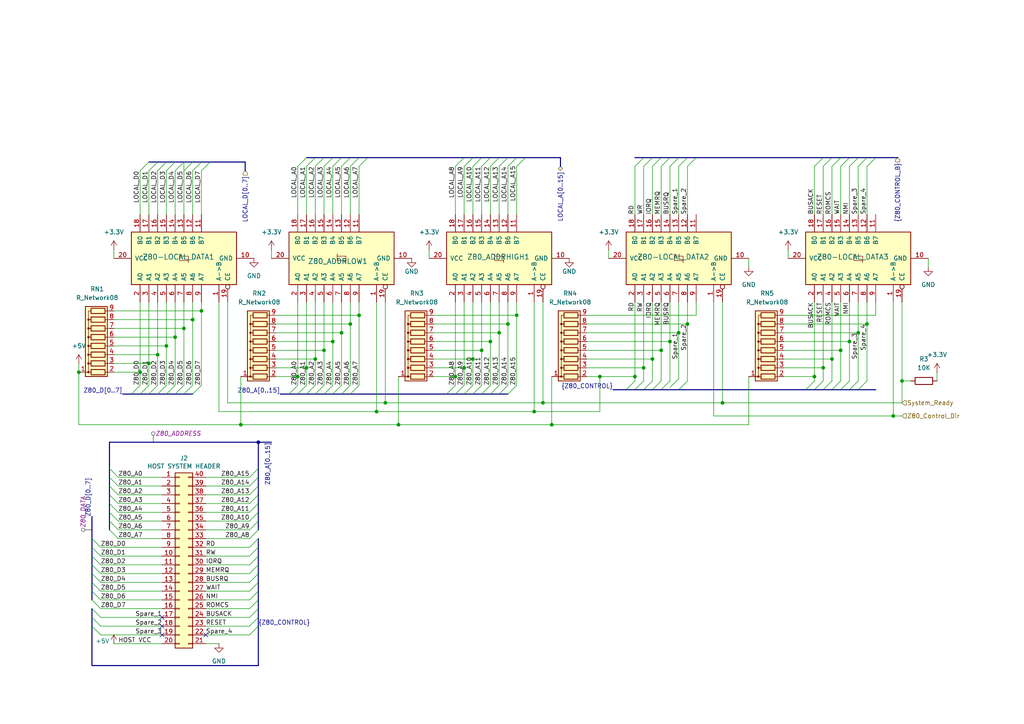
<source format=kicad_sch>
(kicad_sch
	(version 20231120)
	(generator "eeschema")
	(generator_version "8.0")
	(uuid "e0940dc8-d2a8-4008-902e-3363b12be296")
	(paper "A4")
	(lib_symbols
		(symbol "74xx:74HC245"
			(pin_names
				(offset 1.016)
			)
			(exclude_from_sim no)
			(in_bom yes)
			(on_board yes)
			(property "Reference" "U"
				(at -7.62 16.51 0)
				(effects
					(font
						(size 1.27 1.27)
					)
				)
			)
			(property "Value" "74HC245"
				(at -7.62 -16.51 0)
				(effects
					(font
						(size 1.27 1.27)
					)
				)
			)
			(property "Footprint" ""
				(at 0 0 0)
				(effects
					(font
						(size 1.27 1.27)
					)
					(hide yes)
				)
			)
			(property "Datasheet" "http://www.ti.com/lit/gpn/sn74HC245"
				(at 0 0 0)
				(effects
					(font
						(size 1.27 1.27)
					)
					(hide yes)
				)
			)
			(property "Description" "Octal BUS Transceivers, 3-State outputs"
				(at 0 0 0)
				(effects
					(font
						(size 1.27 1.27)
					)
					(hide yes)
				)
			)
			(property "ki_locked" ""
				(at 0 0 0)
				(effects
					(font
						(size 1.27 1.27)
					)
				)
			)
			(property "ki_keywords" "HCMOS BUS 3State"
				(at 0 0 0)
				(effects
					(font
						(size 1.27 1.27)
					)
					(hide yes)
				)
			)
			(property "ki_fp_filters" "DIP?20*"
				(at 0 0 0)
				(effects
					(font
						(size 1.27 1.27)
					)
					(hide yes)
				)
			)
			(symbol "74HC245_1_0"
				(polyline
					(pts
						(xy -0.635 -1.27) (xy -0.635 1.27) (xy 0.635 1.27)
					)
					(stroke
						(width 0)
						(type default)
					)
					(fill
						(type none)
					)
				)
				(polyline
					(pts
						(xy -1.27 -1.27) (xy 0.635 -1.27) (xy 0.635 1.27) (xy 1.27 1.27)
					)
					(stroke
						(width 0)
						(type default)
					)
					(fill
						(type none)
					)
				)
				(pin input line
					(at -12.7 -10.16 0)
					(length 5.08)
					(name "A->B"
						(effects
							(font
								(size 1.27 1.27)
							)
						)
					)
					(number "1"
						(effects
							(font
								(size 1.27 1.27)
							)
						)
					)
				)
				(pin power_in line
					(at 0 -20.32 90)
					(length 5.08)
					(name "GND"
						(effects
							(font
								(size 1.27 1.27)
							)
						)
					)
					(number "10"
						(effects
							(font
								(size 1.27 1.27)
							)
						)
					)
				)
				(pin tri_state line
					(at 12.7 -5.08 180)
					(length 5.08)
					(name "B7"
						(effects
							(font
								(size 1.27 1.27)
							)
						)
					)
					(number "11"
						(effects
							(font
								(size 1.27 1.27)
							)
						)
					)
				)
				(pin tri_state line
					(at 12.7 -2.54 180)
					(length 5.08)
					(name "B6"
						(effects
							(font
								(size 1.27 1.27)
							)
						)
					)
					(number "12"
						(effects
							(font
								(size 1.27 1.27)
							)
						)
					)
				)
				(pin tri_state line
					(at 12.7 0 180)
					(length 5.08)
					(name "B5"
						(effects
							(font
								(size 1.27 1.27)
							)
						)
					)
					(number "13"
						(effects
							(font
								(size 1.27 1.27)
							)
						)
					)
				)
				(pin tri_state line
					(at 12.7 2.54 180)
					(length 5.08)
					(name "B4"
						(effects
							(font
								(size 1.27 1.27)
							)
						)
					)
					(number "14"
						(effects
							(font
								(size 1.27 1.27)
							)
						)
					)
				)
				(pin tri_state line
					(at 12.7 5.08 180)
					(length 5.08)
					(name "B3"
						(effects
							(font
								(size 1.27 1.27)
							)
						)
					)
					(number "15"
						(effects
							(font
								(size 1.27 1.27)
							)
						)
					)
				)
				(pin tri_state line
					(at 12.7 7.62 180)
					(length 5.08)
					(name "B2"
						(effects
							(font
								(size 1.27 1.27)
							)
						)
					)
					(number "16"
						(effects
							(font
								(size 1.27 1.27)
							)
						)
					)
				)
				(pin tri_state line
					(at 12.7 10.16 180)
					(length 5.08)
					(name "B1"
						(effects
							(font
								(size 1.27 1.27)
							)
						)
					)
					(number "17"
						(effects
							(font
								(size 1.27 1.27)
							)
						)
					)
				)
				(pin tri_state line
					(at 12.7 12.7 180)
					(length 5.08)
					(name "B0"
						(effects
							(font
								(size 1.27 1.27)
							)
						)
					)
					(number "18"
						(effects
							(font
								(size 1.27 1.27)
							)
						)
					)
				)
				(pin input inverted
					(at -12.7 -12.7 0)
					(length 5.08)
					(name "CE"
						(effects
							(font
								(size 1.27 1.27)
							)
						)
					)
					(number "19"
						(effects
							(font
								(size 1.27 1.27)
							)
						)
					)
				)
				(pin tri_state line
					(at -12.7 12.7 0)
					(length 5.08)
					(name "A0"
						(effects
							(font
								(size 1.27 1.27)
							)
						)
					)
					(number "2"
						(effects
							(font
								(size 1.27 1.27)
							)
						)
					)
				)
				(pin power_in line
					(at 0 20.32 270)
					(length 5.08)
					(name "VCC"
						(effects
							(font
								(size 1.27 1.27)
							)
						)
					)
					(number "20"
						(effects
							(font
								(size 1.27 1.27)
							)
						)
					)
				)
				(pin tri_state line
					(at -12.7 10.16 0)
					(length 5.08)
					(name "A1"
						(effects
							(font
								(size 1.27 1.27)
							)
						)
					)
					(number "3"
						(effects
							(font
								(size 1.27 1.27)
							)
						)
					)
				)
				(pin tri_state line
					(at -12.7 7.62 0)
					(length 5.08)
					(name "A2"
						(effects
							(font
								(size 1.27 1.27)
							)
						)
					)
					(number "4"
						(effects
							(font
								(size 1.27 1.27)
							)
						)
					)
				)
				(pin tri_state line
					(at -12.7 5.08 0)
					(length 5.08)
					(name "A3"
						(effects
							(font
								(size 1.27 1.27)
							)
						)
					)
					(number "5"
						(effects
							(font
								(size 1.27 1.27)
							)
						)
					)
				)
				(pin tri_state line
					(at -12.7 2.54 0)
					(length 5.08)
					(name "A4"
						(effects
							(font
								(size 1.27 1.27)
							)
						)
					)
					(number "6"
						(effects
							(font
								(size 1.27 1.27)
							)
						)
					)
				)
				(pin tri_state line
					(at -12.7 0 0)
					(length 5.08)
					(name "A5"
						(effects
							(font
								(size 1.27 1.27)
							)
						)
					)
					(number "7"
						(effects
							(font
								(size 1.27 1.27)
							)
						)
					)
				)
				(pin tri_state line
					(at -12.7 -2.54 0)
					(length 5.08)
					(name "A6"
						(effects
							(font
								(size 1.27 1.27)
							)
						)
					)
					(number "8"
						(effects
							(font
								(size 1.27 1.27)
							)
						)
					)
				)
				(pin tri_state line
					(at -12.7 -5.08 0)
					(length 5.08)
					(name "A7"
						(effects
							(font
								(size 1.27 1.27)
							)
						)
					)
					(number "9"
						(effects
							(font
								(size 1.27 1.27)
							)
						)
					)
				)
			)
			(symbol "74HC245_1_1"
				(rectangle
					(start -7.62 15.24)
					(end 7.62 -15.24)
					(stroke
						(width 0.254)
						(type default)
					)
					(fill
						(type background)
					)
				)
			)
		)
		(symbol "Connector_Generic:Conn_02x20_Counter_Clockwise"
			(pin_names
				(offset 1.016) hide)
			(exclude_from_sim no)
			(in_bom yes)
			(on_board yes)
			(property "Reference" "J"
				(at 1.27 25.4 0)
				(effects
					(font
						(size 1.27 1.27)
					)
				)
			)
			(property "Value" "Conn_02x20_Counter_Clockwise"
				(at 1.27 -27.94 0)
				(effects
					(font
						(size 1.27 1.27)
					)
				)
			)
			(property "Footprint" ""
				(at 0 0 0)
				(effects
					(font
						(size 1.27 1.27)
					)
					(hide yes)
				)
			)
			(property "Datasheet" "~"
				(at 0 0 0)
				(effects
					(font
						(size 1.27 1.27)
					)
					(hide yes)
				)
			)
			(property "Description" "Generic connector, double row, 02x20, counter clockwise pin numbering scheme (similar to DIP package numbering), script generated (kicad-library-utils/schlib/autogen/connector/)"
				(at 0 0 0)
				(effects
					(font
						(size 1.27 1.27)
					)
					(hide yes)
				)
			)
			(property "ki_keywords" "connector"
				(at 0 0 0)
				(effects
					(font
						(size 1.27 1.27)
					)
					(hide yes)
				)
			)
			(property "ki_fp_filters" "Connector*:*_2x??_*"
				(at 0 0 0)
				(effects
					(font
						(size 1.27 1.27)
					)
					(hide yes)
				)
			)
			(symbol "Conn_02x20_Counter_Clockwise_1_1"
				(rectangle
					(start -1.27 -25.273)
					(end 0 -25.527)
					(stroke
						(width 0.1524)
						(type default)
					)
					(fill
						(type none)
					)
				)
				(rectangle
					(start -1.27 -22.733)
					(end 0 -22.987)
					(stroke
						(width 0.1524)
						(type default)
					)
					(fill
						(type none)
					)
				)
				(rectangle
					(start -1.27 -20.193)
					(end 0 -20.447)
					(stroke
						(width 0.1524)
						(type default)
					)
					(fill
						(type none)
					)
				)
				(rectangle
					(start -1.27 -17.653)
					(end 0 -17.907)
					(stroke
						(width 0.1524)
						(type default)
					)
					(fill
						(type none)
					)
				)
				(rectangle
					(start -1.27 -15.113)
					(end 0 -15.367)
					(stroke
						(width 0.1524)
						(type default)
					)
					(fill
						(type none)
					)
				)
				(rectangle
					(start -1.27 -12.573)
					(end 0 -12.827)
					(stroke
						(width 0.1524)
						(type default)
					)
					(fill
						(type none)
					)
				)
				(rectangle
					(start -1.27 -10.033)
					(end 0 -10.287)
					(stroke
						(width 0.1524)
						(type default)
					)
					(fill
						(type none)
					)
				)
				(rectangle
					(start -1.27 -7.493)
					(end 0 -7.747)
					(stroke
						(width 0.1524)
						(type default)
					)
					(fill
						(type none)
					)
				)
				(rectangle
					(start -1.27 -4.953)
					(end 0 -5.207)
					(stroke
						(width 0.1524)
						(type default)
					)
					(fill
						(type none)
					)
				)
				(rectangle
					(start -1.27 -2.413)
					(end 0 -2.667)
					(stroke
						(width 0.1524)
						(type default)
					)
					(fill
						(type none)
					)
				)
				(rectangle
					(start -1.27 0.127)
					(end 0 -0.127)
					(stroke
						(width 0.1524)
						(type default)
					)
					(fill
						(type none)
					)
				)
				(rectangle
					(start -1.27 2.667)
					(end 0 2.413)
					(stroke
						(width 0.1524)
						(type default)
					)
					(fill
						(type none)
					)
				)
				(rectangle
					(start -1.27 5.207)
					(end 0 4.953)
					(stroke
						(width 0.1524)
						(type default)
					)
					(fill
						(type none)
					)
				)
				(rectangle
					(start -1.27 7.747)
					(end 0 7.493)
					(stroke
						(width 0.1524)
						(type default)
					)
					(fill
						(type none)
					)
				)
				(rectangle
					(start -1.27 10.287)
					(end 0 10.033)
					(stroke
						(width 0.1524)
						(type default)
					)
					(fill
						(type none)
					)
				)
				(rectangle
					(start -1.27 12.827)
					(end 0 12.573)
					(stroke
						(width 0.1524)
						(type default)
					)
					(fill
						(type none)
					)
				)
				(rectangle
					(start -1.27 15.367)
					(end 0 15.113)
					(stroke
						(width 0.1524)
						(type default)
					)
					(fill
						(type none)
					)
				)
				(rectangle
					(start -1.27 17.907)
					(end 0 17.653)
					(stroke
						(width 0.1524)
						(type default)
					)
					(fill
						(type none)
					)
				)
				(rectangle
					(start -1.27 20.447)
					(end 0 20.193)
					(stroke
						(width 0.1524)
						(type default)
					)
					(fill
						(type none)
					)
				)
				(rectangle
					(start -1.27 22.987)
					(end 0 22.733)
					(stroke
						(width 0.1524)
						(type default)
					)
					(fill
						(type none)
					)
				)
				(rectangle
					(start -1.27 24.13)
					(end 3.81 -26.67)
					(stroke
						(width 0.254)
						(type default)
					)
					(fill
						(type background)
					)
				)
				(rectangle
					(start 3.81 -25.273)
					(end 2.54 -25.527)
					(stroke
						(width 0.1524)
						(type default)
					)
					(fill
						(type none)
					)
				)
				(rectangle
					(start 3.81 -22.733)
					(end 2.54 -22.987)
					(stroke
						(width 0.1524)
						(type default)
					)
					(fill
						(type none)
					)
				)
				(rectangle
					(start 3.81 -20.193)
					(end 2.54 -20.447)
					(stroke
						(width 0.1524)
						(type default)
					)
					(fill
						(type none)
					)
				)
				(rectangle
					(start 3.81 -17.653)
					(end 2.54 -17.907)
					(stroke
						(width 0.1524)
						(type default)
					)
					(fill
						(type none)
					)
				)
				(rectangle
					(start 3.81 -15.113)
					(end 2.54 -15.367)
					(stroke
						(width 0.1524)
						(type default)
					)
					(fill
						(type none)
					)
				)
				(rectangle
					(start 3.81 -12.573)
					(end 2.54 -12.827)
					(stroke
						(width 0.1524)
						(type default)
					)
					(fill
						(type none)
					)
				)
				(rectangle
					(start 3.81 -10.033)
					(end 2.54 -10.287)
					(stroke
						(width 0.1524)
						(type default)
					)
					(fill
						(type none)
					)
				)
				(rectangle
					(start 3.81 -7.493)
					(end 2.54 -7.747)
					(stroke
						(width 0.1524)
						(type default)
					)
					(fill
						(type none)
					)
				)
				(rectangle
					(start 3.81 -4.953)
					(end 2.54 -5.207)
					(stroke
						(width 0.1524)
						(type default)
					)
					(fill
						(type none)
					)
				)
				(rectangle
					(start 3.81 -2.413)
					(end 2.54 -2.667)
					(stroke
						(width 0.1524)
						(type default)
					)
					(fill
						(type none)
					)
				)
				(rectangle
					(start 3.81 0.127)
					(end 2.54 -0.127)
					(stroke
						(width 0.1524)
						(type default)
					)
					(fill
						(type none)
					)
				)
				(rectangle
					(start 3.81 2.667)
					(end 2.54 2.413)
					(stroke
						(width 0.1524)
						(type default)
					)
					(fill
						(type none)
					)
				)
				(rectangle
					(start 3.81 5.207)
					(end 2.54 4.953)
					(stroke
						(width 0.1524)
						(type default)
					)
					(fill
						(type none)
					)
				)
				(rectangle
					(start 3.81 7.747)
					(end 2.54 7.493)
					(stroke
						(width 0.1524)
						(type default)
					)
					(fill
						(type none)
					)
				)
				(rectangle
					(start 3.81 10.287)
					(end 2.54 10.033)
					(stroke
						(width 0.1524)
						(type default)
					)
					(fill
						(type none)
					)
				)
				(rectangle
					(start 3.81 12.827)
					(end 2.54 12.573)
					(stroke
						(width 0.1524)
						(type default)
					)
					(fill
						(type none)
					)
				)
				(rectangle
					(start 3.81 15.367)
					(end 2.54 15.113)
					(stroke
						(width 0.1524)
						(type default)
					)
					(fill
						(type none)
					)
				)
				(rectangle
					(start 3.81 17.907)
					(end 2.54 17.653)
					(stroke
						(width 0.1524)
						(type default)
					)
					(fill
						(type none)
					)
				)
				(rectangle
					(start 3.81 20.447)
					(end 2.54 20.193)
					(stroke
						(width 0.1524)
						(type default)
					)
					(fill
						(type none)
					)
				)
				(rectangle
					(start 3.81 22.987)
					(end 2.54 22.733)
					(stroke
						(width 0.1524)
						(type default)
					)
					(fill
						(type none)
					)
				)
				(pin passive line
					(at -5.08 22.86 0)
					(length 3.81)
					(name "Pin_1"
						(effects
							(font
								(size 1.27 1.27)
							)
						)
					)
					(number "1"
						(effects
							(font
								(size 1.27 1.27)
							)
						)
					)
				)
				(pin passive line
					(at -5.08 0 0)
					(length 3.81)
					(name "Pin_10"
						(effects
							(font
								(size 1.27 1.27)
							)
						)
					)
					(number "10"
						(effects
							(font
								(size 1.27 1.27)
							)
						)
					)
				)
				(pin passive line
					(at -5.08 -2.54 0)
					(length 3.81)
					(name "Pin_11"
						(effects
							(font
								(size 1.27 1.27)
							)
						)
					)
					(number "11"
						(effects
							(font
								(size 1.27 1.27)
							)
						)
					)
				)
				(pin passive line
					(at -5.08 -5.08 0)
					(length 3.81)
					(name "Pin_12"
						(effects
							(font
								(size 1.27 1.27)
							)
						)
					)
					(number "12"
						(effects
							(font
								(size 1.27 1.27)
							)
						)
					)
				)
				(pin passive line
					(at -5.08 -7.62 0)
					(length 3.81)
					(name "Pin_13"
						(effects
							(font
								(size 1.27 1.27)
							)
						)
					)
					(number "13"
						(effects
							(font
								(size 1.27 1.27)
							)
						)
					)
				)
				(pin passive line
					(at -5.08 -10.16 0)
					(length 3.81)
					(name "Pin_14"
						(effects
							(font
								(size 1.27 1.27)
							)
						)
					)
					(number "14"
						(effects
							(font
								(size 1.27 1.27)
							)
						)
					)
				)
				(pin passive line
					(at -5.08 -12.7 0)
					(length 3.81)
					(name "Pin_15"
						(effects
							(font
								(size 1.27 1.27)
							)
						)
					)
					(number "15"
						(effects
							(font
								(size 1.27 1.27)
							)
						)
					)
				)
				(pin passive line
					(at -5.08 -15.24 0)
					(length 3.81)
					(name "Pin_16"
						(effects
							(font
								(size 1.27 1.27)
							)
						)
					)
					(number "16"
						(effects
							(font
								(size 1.27 1.27)
							)
						)
					)
				)
				(pin passive line
					(at -5.08 -17.78 0)
					(length 3.81)
					(name "Pin_17"
						(effects
							(font
								(size 1.27 1.27)
							)
						)
					)
					(number "17"
						(effects
							(font
								(size 1.27 1.27)
							)
						)
					)
				)
				(pin passive line
					(at -5.08 -20.32 0)
					(length 3.81)
					(name "Pin_18"
						(effects
							(font
								(size 1.27 1.27)
							)
						)
					)
					(number "18"
						(effects
							(font
								(size 1.27 1.27)
							)
						)
					)
				)
				(pin passive line
					(at -5.08 -22.86 0)
					(length 3.81)
					(name "Pin_19"
						(effects
							(font
								(size 1.27 1.27)
							)
						)
					)
					(number "19"
						(effects
							(font
								(size 1.27 1.27)
							)
						)
					)
				)
				(pin passive line
					(at -5.08 20.32 0)
					(length 3.81)
					(name "Pin_2"
						(effects
							(font
								(size 1.27 1.27)
							)
						)
					)
					(number "2"
						(effects
							(font
								(size 1.27 1.27)
							)
						)
					)
				)
				(pin passive line
					(at -5.08 -25.4 0)
					(length 3.81)
					(name "Pin_20"
						(effects
							(font
								(size 1.27 1.27)
							)
						)
					)
					(number "20"
						(effects
							(font
								(size 1.27 1.27)
							)
						)
					)
				)
				(pin passive line
					(at 7.62 -25.4 180)
					(length 3.81)
					(name "Pin_21"
						(effects
							(font
								(size 1.27 1.27)
							)
						)
					)
					(number "21"
						(effects
							(font
								(size 1.27 1.27)
							)
						)
					)
				)
				(pin passive line
					(at 7.62 -22.86 180)
					(length 3.81)
					(name "Pin_22"
						(effects
							(font
								(size 1.27 1.27)
							)
						)
					)
					(number "22"
						(effects
							(font
								(size 1.27 1.27)
							)
						)
					)
				)
				(pin passive line
					(at 7.62 -20.32 180)
					(length 3.81)
					(name "Pin_23"
						(effects
							(font
								(size 1.27 1.27)
							)
						)
					)
					(number "23"
						(effects
							(font
								(size 1.27 1.27)
							)
						)
					)
				)
				(pin passive line
					(at 7.62 -17.78 180)
					(length 3.81)
					(name "Pin_24"
						(effects
							(font
								(size 1.27 1.27)
							)
						)
					)
					(number "24"
						(effects
							(font
								(size 1.27 1.27)
							)
						)
					)
				)
				(pin passive line
					(at 7.62 -15.24 180)
					(length 3.81)
					(name "Pin_25"
						(effects
							(font
								(size 1.27 1.27)
							)
						)
					)
					(number "25"
						(effects
							(font
								(size 1.27 1.27)
							)
						)
					)
				)
				(pin passive line
					(at 7.62 -12.7 180)
					(length 3.81)
					(name "Pin_26"
						(effects
							(font
								(size 1.27 1.27)
							)
						)
					)
					(number "26"
						(effects
							(font
								(size 1.27 1.27)
							)
						)
					)
				)
				(pin passive line
					(at 7.62 -10.16 180)
					(length 3.81)
					(name "Pin_27"
						(effects
							(font
								(size 1.27 1.27)
							)
						)
					)
					(number "27"
						(effects
							(font
								(size 1.27 1.27)
							)
						)
					)
				)
				(pin passive line
					(at 7.62 -7.62 180)
					(length 3.81)
					(name "Pin_28"
						(effects
							(font
								(size 1.27 1.27)
							)
						)
					)
					(number "28"
						(effects
							(font
								(size 1.27 1.27)
							)
						)
					)
				)
				(pin passive line
					(at 7.62 -5.08 180)
					(length 3.81)
					(name "Pin_29"
						(effects
							(font
								(size 1.27 1.27)
							)
						)
					)
					(number "29"
						(effects
							(font
								(size 1.27 1.27)
							)
						)
					)
				)
				(pin passive line
					(at -5.08 17.78 0)
					(length 3.81)
					(name "Pin_3"
						(effects
							(font
								(size 1.27 1.27)
							)
						)
					)
					(number "3"
						(effects
							(font
								(size 1.27 1.27)
							)
						)
					)
				)
				(pin passive line
					(at 7.62 -2.54 180)
					(length 3.81)
					(name "Pin_30"
						(effects
							(font
								(size 1.27 1.27)
							)
						)
					)
					(number "30"
						(effects
							(font
								(size 1.27 1.27)
							)
						)
					)
				)
				(pin passive line
					(at 7.62 0 180)
					(length 3.81)
					(name "Pin_31"
						(effects
							(font
								(size 1.27 1.27)
							)
						)
					)
					(number "31"
						(effects
							(font
								(size 1.27 1.27)
							)
						)
					)
				)
				(pin passive line
					(at 7.62 2.54 180)
					(length 3.81)
					(name "Pin_32"
						(effects
							(font
								(size 1.27 1.27)
							)
						)
					)
					(number "32"
						(effects
							(font
								(size 1.27 1.27)
							)
						)
					)
				)
				(pin passive line
					(at 7.62 5.08 180)
					(length 3.81)
					(name "Pin_33"
						(effects
							(font
								(size 1.27 1.27)
							)
						)
					)
					(number "33"
						(effects
							(font
								(size 1.27 1.27)
							)
						)
					)
				)
				(pin passive line
					(at 7.62 7.62 180)
					(length 3.81)
					(name "Pin_34"
						(effects
							(font
								(size 1.27 1.27)
							)
						)
					)
					(number "34"
						(effects
							(font
								(size 1.27 1.27)
							)
						)
					)
				)
				(pin passive line
					(at 7.62 10.16 180)
					(length 3.81)
					(name "Pin_35"
						(effects
							(font
								(size 1.27 1.27)
							)
						)
					)
					(number "35"
						(effects
							(font
								(size 1.27 1.27)
							)
						)
					)
				)
				(pin passive line
					(at 7.62 12.7 180)
					(length 3.81)
					(name "Pin_36"
						(effects
							(font
								(size 1.27 1.27)
							)
						)
					)
					(number "36"
						(effects
							(font
								(size 1.27 1.27)
							)
						)
					)
				)
				(pin passive line
					(at 7.62 15.24 180)
					(length 3.81)
					(name "Pin_37"
						(effects
							(font
								(size 1.27 1.27)
							)
						)
					)
					(number "37"
						(effects
							(font
								(size 1.27 1.27)
							)
						)
					)
				)
				(pin passive line
					(at 7.62 17.78 180)
					(length 3.81)
					(name "Pin_38"
						(effects
							(font
								(size 1.27 1.27)
							)
						)
					)
					(number "38"
						(effects
							(font
								(size 1.27 1.27)
							)
						)
					)
				)
				(pin passive line
					(at 7.62 20.32 180)
					(length 3.81)
					(name "Pin_39"
						(effects
							(font
								(size 1.27 1.27)
							)
						)
					)
					(number "39"
						(effects
							(font
								(size 1.27 1.27)
							)
						)
					)
				)
				(pin passive line
					(at -5.08 15.24 0)
					(length 3.81)
					(name "Pin_4"
						(effects
							(font
								(size 1.27 1.27)
							)
						)
					)
					(number "4"
						(effects
							(font
								(size 1.27 1.27)
							)
						)
					)
				)
				(pin passive line
					(at 7.62 22.86 180)
					(length 3.81)
					(name "Pin_40"
						(effects
							(font
								(size 1.27 1.27)
							)
						)
					)
					(number "40"
						(effects
							(font
								(size 1.27 1.27)
							)
						)
					)
				)
				(pin passive line
					(at -5.08 12.7 0)
					(length 3.81)
					(name "Pin_5"
						(effects
							(font
								(size 1.27 1.27)
							)
						)
					)
					(number "5"
						(effects
							(font
								(size 1.27 1.27)
							)
						)
					)
				)
				(pin passive line
					(at -5.08 10.16 0)
					(length 3.81)
					(name "Pin_6"
						(effects
							(font
								(size 1.27 1.27)
							)
						)
					)
					(number "6"
						(effects
							(font
								(size 1.27 1.27)
							)
						)
					)
				)
				(pin passive line
					(at -5.08 7.62 0)
					(length 3.81)
					(name "Pin_7"
						(effects
							(font
								(size 1.27 1.27)
							)
						)
					)
					(number "7"
						(effects
							(font
								(size 1.27 1.27)
							)
						)
					)
				)
				(pin passive line
					(at -5.08 5.08 0)
					(length 3.81)
					(name "Pin_8"
						(effects
							(font
								(size 1.27 1.27)
							)
						)
					)
					(number "8"
						(effects
							(font
								(size 1.27 1.27)
							)
						)
					)
				)
				(pin passive line
					(at -5.08 2.54 0)
					(length 3.81)
					(name "Pin_9"
						(effects
							(font
								(size 1.27 1.27)
							)
						)
					)
					(number "9"
						(effects
							(font
								(size 1.27 1.27)
							)
						)
					)
				)
			)
		)
		(symbol "Device:R"
			(pin_numbers hide)
			(pin_names
				(offset 0)
			)
			(exclude_from_sim no)
			(in_bom yes)
			(on_board yes)
			(property "Reference" "R"
				(at 2.032 0 90)
				(effects
					(font
						(size 1.27 1.27)
					)
				)
			)
			(property "Value" "R"
				(at 0 0 90)
				(effects
					(font
						(size 1.27 1.27)
					)
				)
			)
			(property "Footprint" ""
				(at -1.778 0 90)
				(effects
					(font
						(size 1.27 1.27)
					)
					(hide yes)
				)
			)
			(property "Datasheet" "~"
				(at 0 0 0)
				(effects
					(font
						(size 1.27 1.27)
					)
					(hide yes)
				)
			)
			(property "Description" "Resistor"
				(at 0 0 0)
				(effects
					(font
						(size 1.27 1.27)
					)
					(hide yes)
				)
			)
			(property "ki_keywords" "R res resistor"
				(at 0 0 0)
				(effects
					(font
						(size 1.27 1.27)
					)
					(hide yes)
				)
			)
			(property "ki_fp_filters" "R_*"
				(at 0 0 0)
				(effects
					(font
						(size 1.27 1.27)
					)
					(hide yes)
				)
			)
			(symbol "R_0_1"
				(rectangle
					(start -1.016 -2.54)
					(end 1.016 2.54)
					(stroke
						(width 0.254)
						(type default)
					)
					(fill
						(type none)
					)
				)
			)
			(symbol "R_1_1"
				(pin passive line
					(at 0 3.81 270)
					(length 1.27)
					(name "~"
						(effects
							(font
								(size 1.27 1.27)
							)
						)
					)
					(number "1"
						(effects
							(font
								(size 1.27 1.27)
							)
						)
					)
				)
				(pin passive line
					(at 0 -3.81 90)
					(length 1.27)
					(name "~"
						(effects
							(font
								(size 1.27 1.27)
							)
						)
					)
					(number "2"
						(effects
							(font
								(size 1.27 1.27)
							)
						)
					)
				)
			)
		)
		(symbol "Device:R_Network08"
			(pin_names
				(offset 0) hide)
			(exclude_from_sim no)
			(in_bom yes)
			(on_board yes)
			(property "Reference" "RN"
				(at -12.7 0 90)
				(effects
					(font
						(size 1.27 1.27)
					)
				)
			)
			(property "Value" "R_Network08"
				(at 10.16 0 90)
				(effects
					(font
						(size 1.27 1.27)
					)
				)
			)
			(property "Footprint" "Resistor_THT:R_Array_SIP9"
				(at 12.065 0 90)
				(effects
					(font
						(size 1.27 1.27)
					)
					(hide yes)
				)
			)
			(property "Datasheet" "http://www.vishay.com/docs/31509/csc.pdf"
				(at 0 0 0)
				(effects
					(font
						(size 1.27 1.27)
					)
					(hide yes)
				)
			)
			(property "Description" "8 resistor network, star topology, bussed resistors, small symbol"
				(at 0 0 0)
				(effects
					(font
						(size 1.27 1.27)
					)
					(hide yes)
				)
			)
			(property "ki_keywords" "R network star-topology"
				(at 0 0 0)
				(effects
					(font
						(size 1.27 1.27)
					)
					(hide yes)
				)
			)
			(property "ki_fp_filters" "R?Array?SIP*"
				(at 0 0 0)
				(effects
					(font
						(size 1.27 1.27)
					)
					(hide yes)
				)
			)
			(symbol "R_Network08_0_1"
				(rectangle
					(start -11.43 -3.175)
					(end 8.89 3.175)
					(stroke
						(width 0.254)
						(type default)
					)
					(fill
						(type background)
					)
				)
				(rectangle
					(start -10.922 1.524)
					(end -9.398 -2.54)
					(stroke
						(width 0.254)
						(type default)
					)
					(fill
						(type none)
					)
				)
				(circle
					(center -10.16 2.286)
					(radius 0.254)
					(stroke
						(width 0)
						(type default)
					)
					(fill
						(type outline)
					)
				)
				(rectangle
					(start -8.382 1.524)
					(end -6.858 -2.54)
					(stroke
						(width 0.254)
						(type default)
					)
					(fill
						(type none)
					)
				)
				(circle
					(center -7.62 2.286)
					(radius 0.254)
					(stroke
						(width 0)
						(type default)
					)
					(fill
						(type outline)
					)
				)
				(rectangle
					(start -5.842 1.524)
					(end -4.318 -2.54)
					(stroke
						(width 0.254)
						(type default)
					)
					(fill
						(type none)
					)
				)
				(circle
					(center -5.08 2.286)
					(radius 0.254)
					(stroke
						(width 0)
						(type default)
					)
					(fill
						(type outline)
					)
				)
				(rectangle
					(start -3.302 1.524)
					(end -1.778 -2.54)
					(stroke
						(width 0.254)
						(type default)
					)
					(fill
						(type none)
					)
				)
				(circle
					(center -2.54 2.286)
					(radius 0.254)
					(stroke
						(width 0)
						(type default)
					)
					(fill
						(type outline)
					)
				)
				(rectangle
					(start -0.762 1.524)
					(end 0.762 -2.54)
					(stroke
						(width 0.254)
						(type default)
					)
					(fill
						(type none)
					)
				)
				(polyline
					(pts
						(xy -10.16 -2.54) (xy -10.16 -3.81)
					)
					(stroke
						(width 0)
						(type default)
					)
					(fill
						(type none)
					)
				)
				(polyline
					(pts
						(xy -7.62 -2.54) (xy -7.62 -3.81)
					)
					(stroke
						(width 0)
						(type default)
					)
					(fill
						(type none)
					)
				)
				(polyline
					(pts
						(xy -5.08 -2.54) (xy -5.08 -3.81)
					)
					(stroke
						(width 0)
						(type default)
					)
					(fill
						(type none)
					)
				)
				(polyline
					(pts
						(xy -2.54 -2.54) (xy -2.54 -3.81)
					)
					(stroke
						(width 0)
						(type default)
					)
					(fill
						(type none)
					)
				)
				(polyline
					(pts
						(xy 0 -2.54) (xy 0 -3.81)
					)
					(stroke
						(width 0)
						(type default)
					)
					(fill
						(type none)
					)
				)
				(polyline
					(pts
						(xy 2.54 -2.54) (xy 2.54 -3.81)
					)
					(stroke
						(width 0)
						(type default)
					)
					(fill
						(type none)
					)
				)
				(polyline
					(pts
						(xy 5.08 -2.54) (xy 5.08 -3.81)
					)
					(stroke
						(width 0)
						(type default)
					)
					(fill
						(type none)
					)
				)
				(polyline
					(pts
						(xy 7.62 -2.54) (xy 7.62 -3.81)
					)
					(stroke
						(width 0)
						(type default)
					)
					(fill
						(type none)
					)
				)
				(polyline
					(pts
						(xy -10.16 1.524) (xy -10.16 2.286) (xy -7.62 2.286) (xy -7.62 1.524)
					)
					(stroke
						(width 0)
						(type default)
					)
					(fill
						(type none)
					)
				)
				(polyline
					(pts
						(xy -7.62 1.524) (xy -7.62 2.286) (xy -5.08 2.286) (xy -5.08 1.524)
					)
					(stroke
						(width 0)
						(type default)
					)
					(fill
						(type none)
					)
				)
				(polyline
					(pts
						(xy -5.08 1.524) (xy -5.08 2.286) (xy -2.54 2.286) (xy -2.54 1.524)
					)
					(stroke
						(width 0)
						(type default)
					)
					(fill
						(type none)
					)
				)
				(polyline
					(pts
						(xy -2.54 1.524) (xy -2.54 2.286) (xy 0 2.286) (xy 0 1.524)
					)
					(stroke
						(width 0)
						(type default)
					)
					(fill
						(type none)
					)
				)
				(polyline
					(pts
						(xy 0 1.524) (xy 0 2.286) (xy 2.54 2.286) (xy 2.54 1.524)
					)
					(stroke
						(width 0)
						(type default)
					)
					(fill
						(type none)
					)
				)
				(polyline
					(pts
						(xy 2.54 1.524) (xy 2.54 2.286) (xy 5.08 2.286) (xy 5.08 1.524)
					)
					(stroke
						(width 0)
						(type default)
					)
					(fill
						(type none)
					)
				)
				(polyline
					(pts
						(xy 5.08 1.524) (xy 5.08 2.286) (xy 7.62 2.286) (xy 7.62 1.524)
					)
					(stroke
						(width 0)
						(type default)
					)
					(fill
						(type none)
					)
				)
				(circle
					(center 0 2.286)
					(radius 0.254)
					(stroke
						(width 0)
						(type default)
					)
					(fill
						(type outline)
					)
				)
				(rectangle
					(start 1.778 1.524)
					(end 3.302 -2.54)
					(stroke
						(width 0.254)
						(type default)
					)
					(fill
						(type none)
					)
				)
				(circle
					(center 2.54 2.286)
					(radius 0.254)
					(stroke
						(width 0)
						(type default)
					)
					(fill
						(type outline)
					)
				)
				(rectangle
					(start 4.318 1.524)
					(end 5.842 -2.54)
					(stroke
						(width 0.254)
						(type default)
					)
					(fill
						(type none)
					)
				)
				(circle
					(center 5.08 2.286)
					(radius 0.254)
					(stroke
						(width 0)
						(type default)
					)
					(fill
						(type outline)
					)
				)
				(rectangle
					(start 6.858 1.524)
					(end 8.382 -2.54)
					(stroke
						(width 0.254)
						(type default)
					)
					(fill
						(type none)
					)
				)
			)
			(symbol "R_Network08_1_1"
				(pin passive line
					(at -10.16 5.08 270)
					(length 2.54)
					(name "common"
						(effects
							(font
								(size 1.27 1.27)
							)
						)
					)
					(number "1"
						(effects
							(font
								(size 1.27 1.27)
							)
						)
					)
				)
				(pin passive line
					(at -10.16 -5.08 90)
					(length 1.27)
					(name "R1"
						(effects
							(font
								(size 1.27 1.27)
							)
						)
					)
					(number "2"
						(effects
							(font
								(size 1.27 1.27)
							)
						)
					)
				)
				(pin passive line
					(at -7.62 -5.08 90)
					(length 1.27)
					(name "R2"
						(effects
							(font
								(size 1.27 1.27)
							)
						)
					)
					(number "3"
						(effects
							(font
								(size 1.27 1.27)
							)
						)
					)
				)
				(pin passive line
					(at -5.08 -5.08 90)
					(length 1.27)
					(name "R3"
						(effects
							(font
								(size 1.27 1.27)
							)
						)
					)
					(number "4"
						(effects
							(font
								(size 1.27 1.27)
							)
						)
					)
				)
				(pin passive line
					(at -2.54 -5.08 90)
					(length 1.27)
					(name "R4"
						(effects
							(font
								(size 1.27 1.27)
							)
						)
					)
					(number "5"
						(effects
							(font
								(size 1.27 1.27)
							)
						)
					)
				)
				(pin passive line
					(at 0 -5.08 90)
					(length 1.27)
					(name "R5"
						(effects
							(font
								(size 1.27 1.27)
							)
						)
					)
					(number "6"
						(effects
							(font
								(size 1.27 1.27)
							)
						)
					)
				)
				(pin passive line
					(at 2.54 -5.08 90)
					(length 1.27)
					(name "R6"
						(effects
							(font
								(size 1.27 1.27)
							)
						)
					)
					(number "7"
						(effects
							(font
								(size 1.27 1.27)
							)
						)
					)
				)
				(pin passive line
					(at 5.08 -5.08 90)
					(length 1.27)
					(name "R7"
						(effects
							(font
								(size 1.27 1.27)
							)
						)
					)
					(number "8"
						(effects
							(font
								(size 1.27 1.27)
							)
						)
					)
				)
				(pin passive line
					(at 7.62 -5.08 90)
					(length 1.27)
					(name "R8"
						(effects
							(font
								(size 1.27 1.27)
							)
						)
					)
					(number "9"
						(effects
							(font
								(size 1.27 1.27)
							)
						)
					)
				)
			)
		)
		(symbol "power:+3.3V"
			(power)
			(pin_numbers hide)
			(pin_names
				(offset 0) hide)
			(exclude_from_sim no)
			(in_bom yes)
			(on_board yes)
			(property "Reference" "#PWR"
				(at 0 -3.81 0)
				(effects
					(font
						(size 1.27 1.27)
					)
					(hide yes)
				)
			)
			(property "Value" "+3.3V"
				(at 0 3.556 0)
				(effects
					(font
						(size 1.27 1.27)
					)
				)
			)
			(property "Footprint" ""
				(at 0 0 0)
				(effects
					(font
						(size 1.27 1.27)
					)
					(hide yes)
				)
			)
			(property "Datasheet" ""
				(at 0 0 0)
				(effects
					(font
						(size 1.27 1.27)
					)
					(hide yes)
				)
			)
			(property "Description" "Power symbol creates a global label with name \"+3.3V\""
				(at 0 0 0)
				(effects
					(font
						(size 1.27 1.27)
					)
					(hide yes)
				)
			)
			(property "ki_keywords" "global power"
				(at 0 0 0)
				(effects
					(font
						(size 1.27 1.27)
					)
					(hide yes)
				)
			)
			(symbol "+3.3V_0_1"
				(polyline
					(pts
						(xy -0.762 1.27) (xy 0 2.54)
					)
					(stroke
						(width 0)
						(type default)
					)
					(fill
						(type none)
					)
				)
				(polyline
					(pts
						(xy 0 0) (xy 0 2.54)
					)
					(stroke
						(width 0)
						(type default)
					)
					(fill
						(type none)
					)
				)
				(polyline
					(pts
						(xy 0 2.54) (xy 0.762 1.27)
					)
					(stroke
						(width 0)
						(type default)
					)
					(fill
						(type none)
					)
				)
			)
			(symbol "+3.3V_1_1"
				(pin power_in line
					(at 0 0 90)
					(length 0)
					(name "~"
						(effects
							(font
								(size 1.27 1.27)
							)
						)
					)
					(number "1"
						(effects
							(font
								(size 1.27 1.27)
							)
						)
					)
				)
			)
		)
		(symbol "power:+5V"
			(power)
			(pin_numbers hide)
			(pin_names
				(offset 0) hide)
			(exclude_from_sim no)
			(in_bom yes)
			(on_board yes)
			(property "Reference" "#PWR"
				(at 0 -3.81 0)
				(effects
					(font
						(size 1.27 1.27)
					)
					(hide yes)
				)
			)
			(property "Value" "+5V"
				(at 0 3.556 0)
				(effects
					(font
						(size 1.27 1.27)
					)
				)
			)
			(property "Footprint" ""
				(at 0 0 0)
				(effects
					(font
						(size 1.27 1.27)
					)
					(hide yes)
				)
			)
			(property "Datasheet" ""
				(at 0 0 0)
				(effects
					(font
						(size 1.27 1.27)
					)
					(hide yes)
				)
			)
			(property "Description" "Power symbol creates a global label with name \"+5V\""
				(at 0 0 0)
				(effects
					(font
						(size 1.27 1.27)
					)
					(hide yes)
				)
			)
			(property "ki_keywords" "global power"
				(at 0 0 0)
				(effects
					(font
						(size 1.27 1.27)
					)
					(hide yes)
				)
			)
			(symbol "+5V_0_1"
				(polyline
					(pts
						(xy -0.762 1.27) (xy 0 2.54)
					)
					(stroke
						(width 0)
						(type default)
					)
					(fill
						(type none)
					)
				)
				(polyline
					(pts
						(xy 0 0) (xy 0 2.54)
					)
					(stroke
						(width 0)
						(type default)
					)
					(fill
						(type none)
					)
				)
				(polyline
					(pts
						(xy 0 2.54) (xy 0.762 1.27)
					)
					(stroke
						(width 0)
						(type default)
					)
					(fill
						(type none)
					)
				)
			)
			(symbol "+5V_1_1"
				(pin power_in line
					(at 0 0 90)
					(length 0)
					(name "~"
						(effects
							(font
								(size 1.27 1.27)
							)
						)
					)
					(number "1"
						(effects
							(font
								(size 1.27 1.27)
							)
						)
					)
				)
			)
		)
		(symbol "power:GND"
			(power)
			(pin_numbers hide)
			(pin_names
				(offset 0) hide)
			(exclude_from_sim no)
			(in_bom yes)
			(on_board yes)
			(property "Reference" "#PWR"
				(at 0 -6.35 0)
				(effects
					(font
						(size 1.27 1.27)
					)
					(hide yes)
				)
			)
			(property "Value" "GND"
				(at 0 -3.81 0)
				(effects
					(font
						(size 1.27 1.27)
					)
				)
			)
			(property "Footprint" ""
				(at 0 0 0)
				(effects
					(font
						(size 1.27 1.27)
					)
					(hide yes)
				)
			)
			(property "Datasheet" ""
				(at 0 0 0)
				(effects
					(font
						(size 1.27 1.27)
					)
					(hide yes)
				)
			)
			(property "Description" "Power symbol creates a global label with name \"GND\" , ground"
				(at 0 0 0)
				(effects
					(font
						(size 1.27 1.27)
					)
					(hide yes)
				)
			)
			(property "ki_keywords" "global power"
				(at 0 0 0)
				(effects
					(font
						(size 1.27 1.27)
					)
					(hide yes)
				)
			)
			(symbol "GND_0_1"
				(polyline
					(pts
						(xy 0 0) (xy 0 -1.27) (xy 1.27 -1.27) (xy 0 -2.54) (xy -1.27 -1.27) (xy 0 -1.27)
					)
					(stroke
						(width 0)
						(type default)
					)
					(fill
						(type none)
					)
				)
			)
			(symbol "GND_1_1"
				(pin power_in line
					(at 0 0 270)
					(length 0)
					(name "~"
						(effects
							(font
								(size 1.27 1.27)
							)
						)
					)
					(number "1"
						(effects
							(font
								(size 1.27 1.27)
							)
						)
					)
				)
			)
		)
	)
	(bus_alias "Z80_CONTROL_B"
		(members "RD" "WR" "IORQ" "MEMRQ" "BUSRQ" "WAIT" "NMI" "ROMCS" "BUSACK"
			"RESET" "Spare_1" "Spare_2" "Spare_3" "Spare_4"
		)
	)
	(junction
		(at 194.31 99.06)
		(diameter 0)
		(color 0 0 0 0)
		(uuid "0005debf-8a26-429f-8bde-114bc7c96755")
	)
	(junction
		(at 157.48 116.84)
		(diameter 0)
		(color 0 0 0 0)
		(uuid "05f5d138-57f9-400f-b077-712f74cc09d1")
	)
	(junction
		(at 99.06 96.52)
		(diameter 0)
		(color 0 0 0 0)
		(uuid "10472083-193f-4ed7-b377-1b8ae7dd1015")
	)
	(junction
		(at 40.64 107.95)
		(diameter 0)
		(color 0 0 0 0)
		(uuid "1353c1b5-b287-4324-b63e-fd18eb7ebd26")
	)
	(junction
		(at 74.93 128.27)
		(diameter 0)
		(color 0 0 0 0)
		(uuid "17a96ec9-4537-460b-9cf5-d95bcd611f58")
	)
	(junction
		(at 149.86 91.44)
		(diameter 0)
		(color 0 0 0 0)
		(uuid "1ed9d8cf-f718-4f90-9e6e-37c894fb92bd")
	)
	(junction
		(at 139.7 101.6)
		(diameter 0)
		(color 0 0 0 0)
		(uuid "20d12cc3-1d81-4f94-99d2-7a4c101d9776")
	)
	(junction
		(at 191.77 101.6)
		(diameter 0)
		(color 0 0 0 0)
		(uuid "28c6daa2-69e3-4600-a22a-2da0497ddec7")
	)
	(junction
		(at 45.72 102.87)
		(diameter 0)
		(color 0 0 0 0)
		(uuid "2c0a1738-9f38-49e1-946b-a6d22f0ff4d8")
	)
	(junction
		(at 154.94 119.38)
		(diameter 0)
		(color 0 0 0 0)
		(uuid "32e1bf4e-b6d1-4e3a-8211-73ee0a6f46b9")
	)
	(junction
		(at 189.23 104.14)
		(diameter 0)
		(color 0 0 0 0)
		(uuid "3d91cd6d-369d-433a-9045-74170ce43fa5")
	)
	(junction
		(at 160.02 123.19)
		(diameter 0)
		(color 0 0 0 0)
		(uuid "3db4ee30-b95a-43c6-a760-9f3c6821b614")
	)
	(junction
		(at 209.55 116.84)
		(diameter 0)
		(color 0 0 0 0)
		(uuid "4d8c724f-6515-401d-afd0-a35f6b82ba62")
	)
	(junction
		(at 241.3 104.14)
		(diameter 0)
		(color 0 0 0 0)
		(uuid "533abf6f-90d7-4036-acdf-bd2b6cf491b6")
	)
	(junction
		(at 173.99 109.22)
		(diameter 0)
		(color 0 0 0 0)
		(uuid "53f80a99-f188-4b5e-a39f-00f906ca4302")
	)
	(junction
		(at 142.24 99.06)
		(diameter 0)
		(color 0 0 0 0)
		(uuid "71dffcd1-c336-4b3e-bc90-3c75af58410d")
	)
	(junction
		(at 109.22 119.38)
		(diameter 0)
		(color 0 0 0 0)
		(uuid "73654477-85cd-4a29-8e4c-780504e08769")
	)
	(junction
		(at 238.76 106.68)
		(diameter 0)
		(color 0 0 0 0)
		(uuid "74e02c93-4efb-460f-b56b-aed08d399bab")
	)
	(junction
		(at 104.14 91.44)
		(diameter 0)
		(color 0 0 0 0)
		(uuid "751f79a1-193c-4f0c-bab1-9058cfabf510")
	)
	(junction
		(at 236.22 109.22)
		(diameter 0)
		(color 0 0 0 0)
		(uuid "774a6563-b6e7-4fdb-8fe0-c54899778cbf")
	)
	(junction
		(at 248.92 96.52)
		(diameter 0)
		(color 0 0 0 0)
		(uuid "77cbf7a3-d137-41d2-a888-aeba3a30bc34")
	)
	(junction
		(at 111.76 116.84)
		(diameter 0)
		(color 0 0 0 0)
		(uuid "79a2799a-bed9-4a54-b611-11e6e09fa095")
	)
	(junction
		(at 196.85 96.52)
		(diameter 0)
		(color 0 0 0 0)
		(uuid "7aaccd3b-304f-435d-a771-7bfd6580ec92")
	)
	(junction
		(at 55.88 92.71)
		(diameter 0)
		(color 0 0 0 0)
		(uuid "832b32a6-6feb-4cfc-ba26-86d0b7c99bb7")
	)
	(junction
		(at 48.26 100.33)
		(diameter 0)
		(color 0 0 0 0)
		(uuid "852d7ea6-8b07-4761-a4b8-c08d9705934f")
	)
	(junction
		(at 251.46 93.98)
		(diameter 0)
		(color 0 0 0 0)
		(uuid "8755c434-8a12-4a0b-ae66-90319f690bff")
	)
	(junction
		(at 101.6 93.98)
		(diameter 0)
		(color 0 0 0 0)
		(uuid "8a342bb0-01de-4eee-9e5c-3688991c810f")
	)
	(junction
		(at 184.15 109.22)
		(diameter 0)
		(color 0 0 0 0)
		(uuid "8b77dec1-e24f-4c87-9f4f-ef57a546e8e2")
	)
	(junction
		(at 115.57 123.19)
		(diameter 0)
		(color 0 0 0 0)
		(uuid "90302c52-18a5-4a29-81e9-b18dbb5772b5")
	)
	(junction
		(at 199.39 93.98)
		(diameter 0)
		(color 0 0 0 0)
		(uuid "9692460c-8230-4edf-9cae-2e47687bbe16")
	)
	(junction
		(at 137.16 104.14)
		(diameter 0)
		(color 0 0 0 0)
		(uuid "99a44221-3a13-4888-997e-58a055361c12")
	)
	(junction
		(at 53.34 95.25)
		(diameter 0)
		(color 0 0 0 0)
		(uuid "9ed96f1f-e369-4095-83b0-e968f3223df4")
	)
	(junction
		(at 186.69 106.68)
		(diameter 0)
		(color 0 0 0 0)
		(uuid "a073d64e-37a8-4e33-ac11-86822f52b3a8")
	)
	(junction
		(at 132.08 109.22)
		(diameter 0)
		(color 0 0 0 0)
		(uuid "af2a3655-444b-47d0-91bc-2272c117f329")
	)
	(junction
		(at 246.38 99.06)
		(diameter 0)
		(color 0 0 0 0)
		(uuid "b8dc8e8c-b619-4648-a285-a185345fd687")
	)
	(junction
		(at 88.9 106.68)
		(diameter 0)
		(color 0 0 0 0)
		(uuid "bc0c7d7d-6041-4de0-b13f-305bc99bfb16")
	)
	(junction
		(at 134.62 106.68)
		(diameter 0)
		(color 0 0 0 0)
		(uuid "bea0d7e6-acbe-4b34-99e7-c8d6bac4193c")
	)
	(junction
		(at 144.78 96.52)
		(diameter 0)
		(color 0 0 0 0)
		(uuid "c6b6e8e9-3cf7-499a-b12c-23b5119280be")
	)
	(junction
		(at 22.86 107.95)
		(diameter 0)
		(color 0 0 0 0)
		(uuid "c751b181-ae1d-43d4-8201-ce29c0f5d784")
	)
	(junction
		(at 147.32 93.98)
		(diameter 0)
		(color 0 0 0 0)
		(uuid "c9359c65-8e6c-475c-9b5c-6832dddf9a4e")
	)
	(junction
		(at 261.62 110.49)
		(diameter 0)
		(color 0 0 0 0)
		(uuid "d1ad319f-9bfd-4819-b6e1-e8dd4ffc1403")
	)
	(junction
		(at 96.52 99.06)
		(diameter 0)
		(color 0 0 0 0)
		(uuid "dd2845c1-2003-4967-ba65-b961bef955c6")
	)
	(junction
		(at 43.18 105.41)
		(diameter 0)
		(color 0 0 0 0)
		(uuid "df593553-3b15-4707-be33-da739cf231a1")
	)
	(junction
		(at 93.98 101.6)
		(diameter 0)
		(color 0 0 0 0)
		(uuid "e15b444c-5bb1-4145-8c47-cce1c1e13a66")
	)
	(junction
		(at 259.08 120.65)
		(diameter 0)
		(color 0 0 0 0)
		(uuid "e3a8e248-af47-47a1-84b7-bbbf10d9dd11")
	)
	(junction
		(at 58.42 90.17)
		(diameter 0)
		(color 0 0 0 0)
		(uuid "e40f440b-778e-4033-ad75-06f91810dbe2")
	)
	(junction
		(at 86.36 109.22)
		(diameter 0)
		(color 0 0 0 0)
		(uuid "ec33beb3-ce88-4e0c-ac50-b48fd2afc62c")
	)
	(junction
		(at 91.44 104.14)
		(diameter 0)
		(color 0 0 0 0)
		(uuid "f055fc23-52f9-47ea-9ce0-6296d93600cc")
	)
	(junction
		(at 243.84 101.6)
		(diameter 0)
		(color 0 0 0 0)
		(uuid "f2673039-12df-4965-9537-99a9cfa0f979")
	)
	(junction
		(at 50.8 97.79)
		(diameter 0)
		(color 0 0 0 0)
		(uuid "fa961ac2-9177-45a6-b82c-ed2a4ecd9338")
	)
	(junction
		(at 69.85 123.19)
		(diameter 0)
		(color 0 0 0 0)
		(uuid "fbdad758-ad90-4447-9363-d292c148a449")
	)
	(no_connect
		(at 46.99 184.15)
		(uuid "20f37235-9e58-400a-8068-b5632483336c")
	)
	(no_connect
		(at 59.69 184.15)
		(uuid "252fd949-7957-4857-90b3-9fc56b8d0c04")
	)
	(no_connect
		(at 46.99 179.07)
		(uuid "62a515ae-8bdc-4389-a123-861bd3898513")
	)
	(no_connect
		(at 46.99 181.61)
		(uuid "8287d4d5-364b-433d-af00-0bab141e51ad")
	)
	(bus_entry
		(at 50.8 114.3)
		(size 2.54 -2.54)
		(stroke
			(width 0)
			(type default)
		)
		(uuid "06eba761-4887-4e75-aa12-c1e552ba7669")
	)
	(bus_entry
		(at 26.67 158.75)
		(size 2.54 2.54)
		(stroke
			(width 0)
			(type default)
		)
		(uuid "0ddc715c-7e93-4731-b87b-6379ea93ef05")
	)
	(bus_entry
		(at 53.34 114.3)
		(size 2.54 -2.54)
		(stroke
			(width 0)
			(type default)
		)
		(uuid "108e8704-e2a3-4be0-8cb4-9d880fa34de2")
	)
	(bus_entry
		(at 31.75 146.05)
		(size 2.54 2.54)
		(stroke
			(width 0)
			(type default)
		)
		(uuid "169e6718-663f-4469-b9ae-51883486fad9")
	)
	(bus_entry
		(at 246.38 113.03)
		(size 2.54 -2.54)
		(stroke
			(width 0)
			(type default)
		)
		(uuid "18ce73e2-e6b4-41cb-bd70-ad1ab403af9d")
	)
	(bus_entry
		(at 254 45.72)
		(size -2.54 2.54)
		(stroke
			(width 0)
			(type default)
		)
		(uuid "1b9e41e9-38eb-4d2c-a4df-4eb2f9a6d77b")
	)
	(bus_entry
		(at 50.8 49.53)
		(size 2.54 -2.54)
		(stroke
			(width 0)
			(type default)
		)
		(uuid "1d19e64f-a7ae-4dea-9292-4cf7540a8bfd")
	)
	(bus_entry
		(at 86.36 48.26)
		(size 2.54 -2.54)
		(stroke
			(width 0)
			(type default)
		)
		(uuid "1d7d8592-d52a-4576-9555-27912d665347")
	)
	(bus_entry
		(at 96.52 48.26)
		(size 2.54 -2.54)
		(stroke
			(width 0)
			(type default)
		)
		(uuid "24190ef8-feeb-42b4-ac9c-874d61625e02")
	)
	(bus_entry
		(at 96.52 114.3)
		(size 2.54 -2.54)
		(stroke
			(width 0)
			(type default)
		)
		(uuid "2613ea43-54ee-4dab-93c0-d9b63d5de40e")
	)
	(bus_entry
		(at 191.77 113.03)
		(size 2.54 -2.54)
		(stroke
			(width 0)
			(type default)
		)
		(uuid "26312084-3d97-450a-a74a-0077fa3859a4")
	)
	(bus_entry
		(at 189.23 113.03)
		(size 2.54 -2.54)
		(stroke
			(width 0)
			(type default)
		)
		(uuid "27f098e2-d5a7-4035-9e85-be37a47ddb52")
	)
	(bus_entry
		(at 74.93 140.97)
		(size -2.54 2.54)
		(stroke
			(width 0)
			(type default)
		)
		(uuid "286a4ffc-4b08-461b-9c89-5d51615e00e6")
	)
	(bus_entry
		(at 238.76 113.03)
		(size 2.54 -2.54)
		(stroke
			(width 0)
			(type default)
		)
		(uuid "2f8364a1-3570-47d8-8c1e-06d26bf1894b")
	)
	(bus_entry
		(at 233.68 113.03)
		(size 2.54 -2.54)
		(stroke
			(width 0)
			(type default)
		)
		(uuid "2f8643d0-7846-4f45-a175-4f20ceb30c77")
	)
	(bus_entry
		(at 147.32 114.3)
		(size 2.54 -2.54)
		(stroke
			(width 0)
			(type default)
		)
		(uuid "315f733b-9e68-4a10-a3a0-35181ec6c6b7")
	)
	(bus_entry
		(at 74.93 158.75)
		(size -2.54 2.54)
		(stroke
			(width 0)
			(type default)
		)
		(uuid "32ff3028-a7f9-4dd8-8b24-483febbdbba5")
	)
	(bus_entry
		(at 45.72 49.53)
		(size 2.54 -2.54)
		(stroke
			(width 0)
			(type default)
		)
		(uuid "331c90a3-ce23-4c36-a8c8-2848d2619589")
	)
	(bus_entry
		(at 53.34 49.53)
		(size 2.54 -2.54)
		(stroke
			(width 0)
			(type default)
		)
		(uuid "36a7237f-3872-485b-a78c-bf0da467d9ff")
	)
	(bus_entry
		(at 91.44 48.26)
		(size 2.54 -2.54)
		(stroke
			(width 0)
			(type default)
		)
		(uuid "36f42f83-ff85-4cd4-9588-3125d31875fd")
	)
	(bus_entry
		(at 74.93 173.99)
		(size -2.54 2.54)
		(stroke
			(width 0)
			(type default)
		)
		(uuid "370fe4fc-1d8b-4af2-aeba-6f43296f41ee")
	)
	(bus_entry
		(at 248.92 113.03)
		(size 2.54 -2.54)
		(stroke
			(width 0)
			(type default)
		)
		(uuid "37c6b901-eae9-4e13-9717-06a732b039b3")
	)
	(bus_entry
		(at 29.21 158.75)
		(size -2.54 -2.54)
		(stroke
			(width 0)
			(type default)
		)
		(uuid "388fe9c1-4d71-44c8-9ecf-ded110fffecd")
	)
	(bus_entry
		(at 74.93 168.91)
		(size -2.54 2.54)
		(stroke
			(width 0)
			(type default)
		)
		(uuid "39cd6bc5-e4c6-40e7-9e46-9890da33cc0c")
	)
	(bus_entry
		(at 99.06 48.26)
		(size 2.54 -2.54)
		(stroke
			(width 0)
			(type default)
		)
		(uuid "3ac0cd83-8087-4ee0-8101-b3a00b888990")
	)
	(bus_entry
		(at 142.24 48.26)
		(size 2.54 -2.54)
		(stroke
			(width 0)
			(type default)
		)
		(uuid "429cfcea-139a-4e04-b8c8-2d1ebc08bf0e")
	)
	(bus_entry
		(at 29.21 168.91)
		(size -2.54 -2.54)
		(stroke
			(width 0)
			(type default)
		)
		(uuid "477caa24-999c-4edd-b1ba-995f98b45d42")
	)
	(bus_entry
		(at 26.67 171.45)
		(size 2.54 2.54)
		(stroke
			(width 0)
			(type default)
		)
		(uuid "4994fdb5-173b-4a2b-b016-95052c001d3d")
	)
	(bus_entry
		(at 74.93 161.29)
		(size -2.54 2.54)
		(stroke
			(width 0)
			(type default)
		)
		(uuid "4a63a523-1396-4921-99be-f05acc0cc2d3")
	)
	(bus_entry
		(at 86.36 114.3)
		(size 2.54 -2.54)
		(stroke
			(width 0)
			(type default)
		)
		(uuid "4a641827-043c-4b0e-8da3-e9d2170e74e4")
	)
	(bus_entry
		(at 48.26 114.3)
		(size 2.54 -2.54)
		(stroke
			(width 0)
			(type default)
		)
		(uuid "4d161dda-362e-48af-818f-974459fef0e9")
	)
	(bus_entry
		(at 74.93 143.51)
		(size -2.54 2.54)
		(stroke
			(width 0)
			(type default)
		)
		(uuid "50fe09ad-2910-4d50-93ed-2b410b38b22e")
	)
	(bus_entry
		(at 40.64 49.53)
		(size 2.54 -2.54)
		(stroke
			(width 0)
			(type default)
		)
		(uuid "522cc304-7e0d-4b44-b535-8ee292caa45e")
	)
	(bus_entry
		(at 43.18 49.53)
		(size 2.54 -2.54)
		(stroke
			(width 0)
			(type default)
		)
		(uuid "53af0fa2-b12c-4465-9698-8e27ce53c197")
	)
	(bus_entry
		(at 196.85 45.72)
		(size -2.54 2.54)
		(stroke
			(width 0)
			(type default)
		)
		(uuid "540288ec-2fa3-4c8b-989a-09b820ac8a61")
	)
	(bus_entry
		(at 29.21 163.83)
		(size -2.54 -2.54)
		(stroke
			(width 0)
			(type default)
		)
		(uuid "55814821-ae9d-4c01-b288-55daeb87069e")
	)
	(bus_entry
		(at 74.93 153.67)
		(size -2.54 2.54)
		(stroke
			(width 0)
			(type default)
		)
		(uuid "5677bfc1-c363-4695-ae7d-6344e858f672")
	)
	(bus_entry
		(at 88.9 48.26)
		(size 2.54 -2.54)
		(stroke
			(width 0)
			(type default)
		)
		(uuid "595555b4-d280-4e2b-a55c-7399e9661ec1")
	)
	(bus_entry
		(at 40.64 114.3)
		(size 2.54 -2.54)
		(stroke
			(width 0)
			(type default)
		)
		(uuid "5c7dd7a7-81eb-4b11-8e5c-a872fdb0e5c6")
	)
	(bus_entry
		(at 26.67 173.99)
		(size 2.54 2.54)
		(stroke
			(width 0)
			(type default)
		)
		(uuid "61b27049-6e49-4892-b2ea-353d6e974ae7")
	)
	(bus_entry
		(at 74.93 171.45)
		(size -2.54 2.54)
		(stroke
			(width 0)
			(type default)
		)
		(uuid "62254704-87f8-447f-b50c-ba346ed3cef7")
	)
	(bus_entry
		(at 196.85 113.03)
		(size 2.54 -2.54)
		(stroke
			(width 0)
			(type default)
		)
		(uuid "628db7bf-9599-44a2-8afd-1a0e78bac003")
	)
	(bus_entry
		(at 241.3 45.72)
		(size -2.54 2.54)
		(stroke
			(width 0)
			(type default)
		)
		(uuid "6683b33f-a4f1-4096-8784-8c8dd0bd627f")
	)
	(bus_entry
		(at 132.08 114.3)
		(size 2.54 -2.54)
		(stroke
			(width 0)
			(type default)
		)
		(uuid "6696adfd-9052-4304-9532-89a28cdd5040")
	)
	(bus_entry
		(at 251.46 45.72)
		(size -2.54 2.54)
		(stroke
			(width 0)
			(type default)
		)
		(uuid "69376a01-9b23-4fe8-8504-1d4cedcda1e4")
	)
	(bus_entry
		(at 243.84 45.72)
		(size -2.54 2.54)
		(stroke
			(width 0)
			(type default)
		)
		(uuid "6948593a-b994-454d-83e4-cc9f38fc27d4")
	)
	(bus_entry
		(at 137.16 114.3)
		(size 2.54 -2.54)
		(stroke
			(width 0)
			(type default)
		)
		(uuid "6ce21418-75b5-442f-8563-ea5777b46ad1")
	)
	(bus_entry
		(at 137.16 48.26)
		(size 2.54 -2.54)
		(stroke
			(width 0)
			(type default)
		)
		(uuid "74504e7b-ba64-4f4c-a111-3265fdeedab0")
	)
	(bus_entry
		(at 29.21 171.45)
		(size -2.54 -2.54)
		(stroke
			(width 0)
			(type default)
		)
		(uuid "7502cfb0-9781-439a-84ab-2d34b398246c")
	)
	(bus_entry
		(at 144.78 48.26)
		(size 2.54 -2.54)
		(stroke
			(width 0)
			(type default)
		)
		(uuid "79a5bd4b-ba42-401a-b161-ce62273e466a")
	)
	(bus_entry
		(at 31.75 151.13)
		(size 2.54 2.54)
		(stroke
			(width 0)
			(type default)
		)
		(uuid "7cb3e93a-7c44-43ae-864c-62bd60f612df")
	)
	(bus_entry
		(at 88.9 114.3)
		(size 2.54 -2.54)
		(stroke
			(width 0)
			(type default)
		)
		(uuid "81fb4984-d0ee-46ac-b7bb-e06972a5057f")
	)
	(bus_entry
		(at 93.98 48.26)
		(size 2.54 -2.54)
		(stroke
			(width 0)
			(type default)
		)
		(uuid "82f26691-6500-4bc1-b43f-2c1a4769f9ee")
	)
	(bus_entry
		(at 31.75 148.59)
		(size 2.54 2.54)
		(stroke
			(width 0)
			(type default)
		)
		(uuid "86a029fc-0b29-4964-861c-d177c26f7958")
	)
	(bus_entry
		(at 152.4 45.72)
		(size -2.54 2.54)
		(stroke
			(width 0)
			(type default)
		)
		(uuid "878e9824-8988-493e-a6e4-34b10a2f1cfe")
	)
	(bus_entry
		(at 26.67 181.61)
		(size 2.54 2.54)
		(stroke
			(width 0)
			(type default)
		)
		(uuid "88ccb8d3-cdeb-4733-9fd4-59911607442f")
	)
	(bus_entry
		(at 181.61 113.03)
		(size 2.54 -2.54)
		(stroke
			(width 0)
			(type default)
		)
		(uuid "8bcf55ff-c3b5-4871-a0b9-608c4e736125")
	)
	(bus_entry
		(at 38.1 114.3)
		(size 2.54 -2.54)
		(stroke
			(width 0)
			(type default)
		)
		(uuid "91a960d2-fba7-432d-81b3-75bfb573d77b")
	)
	(bus_entry
		(at 31.75 143.51)
		(size 2.54 2.54)
		(stroke
			(width 0)
			(type default)
		)
		(uuid "944b0c08-10cb-4967-95a2-d38b1529cc5b")
	)
	(bus_entry
		(at 74.93 163.83)
		(size -2.54 2.54)
		(stroke
			(width 0)
			(type default)
		)
		(uuid "970b9f23-c537-4a2c-a0bc-2b476a27dd45")
	)
	(bus_entry
		(at 31.75 135.89)
		(size 2.54 2.54)
		(stroke
			(width 0)
			(type default)
		)
		(uuid "98091455-5f01-42b8-a4d1-02b4bb75d826")
	)
	(bus_entry
		(at 74.93 135.89)
		(size -2.54 2.54)
		(stroke
			(width 0)
			(type default)
		)
		(uuid "98dfa91a-6b34-45b9-b89a-0b0f4014495e")
	)
	(bus_entry
		(at 55.88 49.53)
		(size 2.54 -2.54)
		(stroke
			(width 0)
			(type default)
		)
		(uuid "9f644690-2799-401b-bb3a-ab688e8e7a4a")
	)
	(bus_entry
		(at 104.14 48.26)
		(size 2.54 -2.54)
		(stroke
			(width 0)
			(type default)
		)
		(uuid "9f6d4873-900b-4d0b-91a4-382c53fd24f6")
	)
	(bus_entry
		(at 201.93 45.72)
		(size -2.54 2.54)
		(stroke
			(width 0)
			(type default)
		)
		(uuid "a102f7dd-61ca-420f-addd-1a87f27e7cb9")
	)
	(bus_entry
		(at 74.93 138.43)
		(size -2.54 2.54)
		(stroke
			(width 0)
			(type default)
		)
		(uuid "a253e006-90c6-4311-8a7f-e7c93fd64590")
	)
	(bus_entry
		(at 139.7 48.26)
		(size 2.54 -2.54)
		(stroke
			(width 0)
			(type default)
		)
		(uuid "a56b8427-98dd-4f28-9836-79882dbc8915")
	)
	(bus_entry
		(at 55.88 114.3)
		(size 2.54 -2.54)
		(stroke
			(width 0)
			(type default)
		)
		(uuid "a69d75fe-c44f-4ef6-a6ff-ae7ec60691cc")
	)
	(bus_entry
		(at 147.32 48.26)
		(size 2.54 -2.54)
		(stroke
			(width 0)
			(type default)
		)
		(uuid "a98573e8-f23c-43b8-a75e-df5da67e1c9e")
	)
	(bus_entry
		(at 129.54 114.3)
		(size 2.54 -2.54)
		(stroke
			(width 0)
			(type default)
		)
		(uuid "ab4ef533-ff68-4fd6-8d0c-9beb545ba6ee")
	)
	(bus_entry
		(at 74.93 151.13)
		(size -2.54 2.54)
		(stroke
			(width 0)
			(type default)
		)
		(uuid "ab86ed95-8173-4027-9553-74a7658d0856")
	)
	(bus_entry
		(at 236.22 113.03)
		(size 2.54 -2.54)
		(stroke
			(width 0)
			(type default)
		)
		(uuid "aba18e18-aeae-42e6-b503-a6c0eb683ec9")
	)
	(bus_entry
		(at 48.26 49.53)
		(size 2.54 -2.54)
		(stroke
			(width 0)
			(type default)
		)
		(uuid "ad4a9ce9-e65b-4e88-83ae-a94e14c200ab")
	)
	(bus_entry
		(at 243.84 113.03)
		(size 2.54 -2.54)
		(stroke
			(width 0)
			(type default)
		)
		(uuid "ae8eea09-7f8f-4762-8840-40985c35444b")
	)
	(bus_entry
		(at 134.62 114.3)
		(size 2.54 -2.54)
		(stroke
			(width 0)
			(type default)
		)
		(uuid "af397acd-9cf9-4df4-890e-0f62099a24f8")
	)
	(bus_entry
		(at 26.67 176.53)
		(size 2.54 2.54)
		(stroke
			(width 0)
			(type default)
		)
		(uuid "b1af8127-257c-4d15-b777-920fd012df0d")
	)
	(bus_entry
		(at 132.08 48.26)
		(size 2.54 -2.54)
		(stroke
			(width 0)
			(type default)
		)
		(uuid "b33a85b1-9564-4512-9e3d-584632d8bb66")
	)
	(bus_entry
		(at 74.93 179.07)
		(size -2.54 2.54)
		(stroke
			(width 0)
			(type default)
		)
		(uuid "b836f7ba-a13c-4366-8d5b-a0cbb60ad458")
	)
	(bus_entry
		(at 31.75 138.43)
		(size 2.54 2.54)
		(stroke
			(width 0)
			(type default)
		)
		(uuid "b8ded074-2ab4-4050-a97d-93417e9b4b50")
	)
	(bus_entry
		(at 43.18 114.3)
		(size 2.54 -2.54)
		(stroke
			(width 0)
			(type default)
		)
		(uuid "bd084fdd-a327-487e-bf0c-a54e5fd27b33")
	)
	(bus_entry
		(at 199.39 45.72)
		(size -2.54 2.54)
		(stroke
			(width 0)
			(type default)
		)
		(uuid "bf653617-90c0-4f03-9b99-b03cb4ab7042")
	)
	(bus_entry
		(at 74.93 181.61)
		(size -2.54 2.54)
		(stroke
			(width 0)
			(type default)
		)
		(uuid "bf920aee-8786-42e6-993a-7e0a354ae49d")
	)
	(bus_entry
		(at 91.44 114.3)
		(size 2.54 -2.54)
		(stroke
			(width 0)
			(type default)
		)
		(uuid "bfc41fe4-d6ef-4420-afad-dcff641b732e")
	)
	(bus_entry
		(at 74.93 156.21)
		(size -2.54 2.54)
		(stroke
			(width 0)
			(type default)
		)
		(uuid "c16c5afd-2b0f-4a1c-82f8-f8fe3dce6d7b")
	)
	(bus_entry
		(at 142.24 114.3)
		(size 2.54 -2.54)
		(stroke
			(width 0)
			(type default)
		)
		(uuid "c3fb3af5-a53f-480b-b9e9-2859c464f5a5")
	)
	(bus_entry
		(at 191.77 45.72)
		(size -2.54 2.54)
		(stroke
			(width 0)
			(type default)
		)
		(uuid "c4e68f10-20fb-4e86-8a40-fd2f9ef19758")
	)
	(bus_entry
		(at 194.31 45.72)
		(size -2.54 2.54)
		(stroke
			(width 0)
			(type default)
		)
		(uuid "c7734b8f-162a-4530-876e-43b8e282dc96")
	)
	(bus_entry
		(at 101.6 48.26)
		(size 2.54 -2.54)
		(stroke
			(width 0)
			(type default)
		)
		(uuid "c8acb0db-3e9f-4903-aed2-4f2202d1a1fe")
	)
	(bus_entry
		(at 189.23 45.72)
		(size -2.54 2.54)
		(stroke
			(width 0)
			(type default)
		)
		(uuid "c8f4f3c3-eef2-4288-a8eb-7af64083b573")
	)
	(bus_entry
		(at 74.93 176.53)
		(size -2.54 2.54)
		(stroke
			(width 0)
			(type default)
		)
		(uuid "caa65758-cf38-41ba-a033-8028d41dbd66")
	)
	(bus_entry
		(at 74.93 166.37)
		(size -2.54 2.54)
		(stroke
			(width 0)
			(type default)
		)
		(uuid "cc130b25-c321-4d10-a4ba-a952fd220d0d")
	)
	(bus_entry
		(at 31.75 140.97)
		(size 2.54 2.54)
		(stroke
			(width 0)
			(type default)
		)
		(uuid "d04d7964-a1d7-44f7-ab0b-c957a07a98d6")
	)
	(bus_entry
		(at 26.67 179.07)
		(size 2.54 2.54)
		(stroke
			(width 0)
			(type default)
		)
		(uuid "d664b52b-a0cd-43b3-ab56-1e95ffe8d2d8")
	)
	(bus_entry
		(at 241.3 113.03)
		(size 2.54 -2.54)
		(stroke
			(width 0)
			(type default)
		)
		(uuid "daaa5438-371d-4eaf-8ca7-1df8a10271b2")
	)
	(bus_entry
		(at 134.62 48.26)
		(size 2.54 -2.54)
		(stroke
			(width 0)
			(type default)
		)
		(uuid "db0dc152-7b10-471a-a0bc-a57f2c6bbc2c")
	)
	(bus_entry
		(at 139.7 114.3)
		(size 2.54 -2.54)
		(stroke
			(width 0)
			(type default)
		)
		(uuid "db31a365-d87e-47f6-8094-0e8f10bf7ad8")
	)
	(bus_entry
		(at 194.31 112.395)
		(size 2.54 -2.54)
		(stroke
			(width 0)
			(type default)
		)
		(uuid "dce634d3-7da8-4e97-a443-16e8ef33587c")
	)
	(bus_entry
		(at 246.38 45.72)
		(size -2.54 2.54)
		(stroke
			(width 0)
			(type default)
		)
		(uuid "dd7c1ae3-d49a-45bf-a20c-67effde2c293")
	)
	(bus_entry
		(at 83.82 114.3)
		(size 2.54 -2.54)
		(stroke
			(width 0)
			(type default)
		)
		(uuid "e03d3570-0350-4cec-bd2a-6760715f08b1")
	)
	(bus_entry
		(at 99.06 114.3)
		(size 2.54 -2.54)
		(stroke
			(width 0)
			(type default)
		)
		(uuid "e559dcab-073c-4ad0-a954-a74478aa48fe")
	)
	(bus_entry
		(at 238.76 45.72)
		(size -2.54 2.54)
		(stroke
			(width 0)
			(type default)
		)
		(uuid "e9fc9c6d-81c0-4423-bd1d-66de8c3376c0")
	)
	(bus_entry
		(at 184.15 113.03)
		(size 2.54 -2.54)
		(stroke
			(width 0)
			(type default)
		)
		(uuid "ea005b4a-897d-4958-bdad-0902b0949df9")
	)
	(bus_entry
		(at 101.6 114.3)
		(size 2.54 -2.54)
		(stroke
			(width 0)
			(type default)
		)
		(uuid "ea47e604-9fac-4894-91f0-8c83b9e33534")
	)
	(bus_entry
		(at 186.69 45.72)
		(size -2.54 2.54)
		(stroke
			(width 0)
			(type default)
		)
		(uuid "eaf3f585-3df3-4926-818a-24bfecf0e978")
	)
	(bus_entry
		(at 186.69 113.03)
		(size 2.54 -2.54)
		(stroke
			(width 0)
			(type default)
		)
		(uuid "ec28edac-3031-467b-af1a-587b0391fc74")
	)
	(bus_entry
		(at 248.92 45.72)
		(size -2.54 2.54)
		(stroke
			(width 0)
			(type default)
		)
		(uuid "ee059926-7b77-4cce-bc33-44b5751028b2")
	)
	(bus_entry
		(at 58.42 49.53)
		(size 2.54 -2.54)
		(stroke
			(width 0)
			(type default)
		)
		(uuid "eff699c3-190d-462c-81e4-1380c3eddffc")
	)
	(bus_entry
		(at 74.93 148.59)
		(size -2.54 2.54)
		(stroke
			(width 0)
			(type default)
		)
		(uuid "f0cd91a1-3635-4a9a-b438-b9895f2f1a28")
	)
	(bus_entry
		(at 26.67 163.83)
		(size 2.54 2.54)
		(stroke
			(width 0)
			(type default)
		)
		(uuid "f49e6b65-3b3b-4484-813e-46dbfe263a86")
	)
	(bus_entry
		(at 31.75 153.67)
		(size 2.54 2.54)
		(stroke
			(width 0)
			(type default)
		)
		(uuid "f5023741-4f6f-4b97-8321-7a98293bfe7f")
	)
	(bus_entry
		(at 93.98 114.3)
		(size 2.54 -2.54)
		(stroke
			(width 0)
			(type default)
		)
		(uuid "f92c4da2-699e-4388-b406-ad8705cb22e6")
	)
	(bus_entry
		(at 45.72 114.3)
		(size 2.54 -2.54)
		(stroke
			(width 0)
			(type default)
		)
		(uuid "fc0da3f0-5a29-4fed-b217-c79988563d3d")
	)
	(bus_entry
		(at 144.78 114.3)
		(size 2.54 -2.54)
		(stroke
			(width 0)
			(type default)
		)
		(uuid "fd210add-50c0-448a-aad2-9c20974fbd11")
	)
	(bus_entry
		(at 74.93 146.05)
		(size -2.54 2.54)
		(stroke
			(width 0)
			(type default)
		)
		(uuid "ffd65af7-7d5c-4439-9903-13c75ae333ec")
	)
	(wire
		(pts
			(xy 139.7 62.23) (xy 139.7 48.26)
		)
		(stroke
			(width 0)
			(type default)
		)
		(uuid "002254ae-c412-4429-bad2-77a272cda56a")
	)
	(wire
		(pts
			(xy 209.55 87.63) (xy 209.55 116.84)
		)
		(stroke
			(width 0)
			(type default)
		)
		(uuid "0446c490-8280-447e-b34c-9a7766145304")
	)
	(wire
		(pts
			(xy 59.69 158.75) (xy 72.39 158.75)
		)
		(stroke
			(width 0)
			(type default)
		)
		(uuid "048fd595-39f9-4385-a1d2-ee7101667ece")
	)
	(wire
		(pts
			(xy 139.7 101.6) (xy 139.7 111.76)
		)
		(stroke
			(width 0)
			(type default)
		)
		(uuid "07dd6683-7ece-4a60-9df3-a6f6e83b1ecd")
	)
	(wire
		(pts
			(xy 86.36 62.23) (xy 86.36 48.26)
		)
		(stroke
			(width 0)
			(type default)
		)
		(uuid "082885e2-b605-42cc-aa9b-5cbb87575f82")
	)
	(wire
		(pts
			(xy 93.98 87.63) (xy 93.98 101.6)
		)
		(stroke
			(width 0)
			(type default)
		)
		(uuid "083a999a-7b71-4d27-ba1f-09b45db44313")
	)
	(wire
		(pts
			(xy 58.42 87.63) (xy 58.42 90.17)
		)
		(stroke
			(width 0)
			(type default)
		)
		(uuid "0854caa0-2286-4b57-93ad-a016a2c3625d")
	)
	(wire
		(pts
			(xy 191.77 87.63) (xy 191.77 101.6)
		)
		(stroke
			(width 0)
			(type default)
		)
		(uuid "08993004-2b90-4879-9f8e-c7f2c4a90f4d")
	)
	(wire
		(pts
			(xy 170.18 93.98) (xy 199.39 93.98)
		)
		(stroke
			(width 0)
			(type default)
		)
		(uuid "09222941-2db3-4eed-b580-2f32760ca234")
	)
	(bus
		(pts
			(xy 149.86 45.72) (xy 152.4 45.72)
		)
		(stroke
			(width 0)
			(type default)
		)
		(uuid "096b4cad-654b-4e4c-93dc-394c82d8cfc2")
	)
	(wire
		(pts
			(xy 33.02 90.17) (xy 58.42 90.17)
		)
		(stroke
			(width 0)
			(type default)
		)
		(uuid "0990be8d-81b2-4605-b707-af9b6742f1c8")
	)
	(wire
		(pts
			(xy 134.62 87.63) (xy 134.62 106.68)
		)
		(stroke
			(width 0)
			(type default)
		)
		(uuid "09c4803f-a776-4ce7-b6f7-aff5b8e90237")
	)
	(wire
		(pts
			(xy 115.57 123.19) (xy 160.02 123.19)
		)
		(stroke
			(width 0)
			(type default)
		)
		(uuid "09ed5117-1fe1-4743-b762-9f65339863c3")
	)
	(wire
		(pts
			(xy 111.76 116.84) (xy 111.76 87.63)
		)
		(stroke
			(width 0)
			(type default)
		)
		(uuid "09f10628-2b65-4074-a32f-7d6a6c1a5680")
	)
	(bus
		(pts
			(xy 96.52 114.3) (xy 99.06 114.3)
		)
		(stroke
			(width 0)
			(type default)
		)
		(uuid "0b9524e7-0372-4059-9ca4-5743771f61d9")
	)
	(bus
		(pts
			(xy 248.92 45.72) (xy 251.46 45.72)
		)
		(stroke
			(width 0)
			(type default)
		)
		(uuid "0bb00145-42a9-4516-9f34-399372775e3e")
	)
	(wire
		(pts
			(xy 176.53 72.39) (xy 176.53 74.93)
		)
		(stroke
			(width 0)
			(type default)
		)
		(uuid "0c47f251-c999-4cc5-8d02-38e26e825fe4")
	)
	(wire
		(pts
			(xy 170.18 104.14) (xy 189.23 104.14)
		)
		(stroke
			(width 0)
			(type default)
		)
		(uuid "0c519880-194e-480e-b910-1d5daac932c5")
	)
	(wire
		(pts
			(xy 196.85 48.26) (xy 196.85 62.23)
		)
		(stroke
			(width 0)
			(type default)
		)
		(uuid "0c538a1f-4e2a-44d2-8dca-16b9672ace3b")
	)
	(wire
		(pts
			(xy 251.46 48.26) (xy 251.46 62.23)
		)
		(stroke
			(width 0)
			(type default)
		)
		(uuid "0c760bf7-df19-4c8e-8002-bf35dc9d20d5")
	)
	(wire
		(pts
			(xy 96.52 62.23) (xy 96.52 48.26)
		)
		(stroke
			(width 0)
			(type default)
		)
		(uuid "0d0f54c9-666f-4ad5-955b-73f6ec143c8a")
	)
	(wire
		(pts
			(xy 184.15 48.26) (xy 184.15 62.23)
		)
		(stroke
			(width 0)
			(type default)
		)
		(uuid "0d167a21-708e-4acf-8fdb-d0a1f0b43212")
	)
	(wire
		(pts
			(xy 88.9 87.63) (xy 88.9 106.68)
		)
		(stroke
			(width 0)
			(type default)
		)
		(uuid "0e5633e3-4f46-4c44-bef1-32db72c439f4")
	)
	(bus
		(pts
			(xy 134.62 114.3) (xy 137.16 114.3)
		)
		(stroke
			(width 0)
			(type default)
		)
		(uuid "0ed97aff-2324-4aa2-bbc3-7f8b86d2cd3d")
	)
	(bus
		(pts
			(xy 81.28 114.3) (xy 83.82 114.3)
		)
		(stroke
			(width 0)
			(type default)
		)
		(uuid "0f81b353-a469-40a4-9f19-acfcf6985e36")
	)
	(bus
		(pts
			(xy 43.18 46.99) (xy 45.72 46.99)
		)
		(stroke
			(width 0)
			(type default)
		)
		(uuid "1034643e-9e23-4064-9598-ab73f4fdb676")
	)
	(wire
		(pts
			(xy 196.85 96.52) (xy 196.85 109.855)
		)
		(stroke
			(width 0)
			(type default)
		)
		(uuid "115128d8-0f2b-43cc-939f-e8e3c2a4d27f")
	)
	(wire
		(pts
			(xy 101.6 87.63) (xy 101.6 93.98)
		)
		(stroke
			(width 0)
			(type default)
		)
		(uuid "1177fe77-89b3-4d56-b2c1-b63fc488ee63")
	)
	(wire
		(pts
			(xy 134.62 106.68) (xy 134.62 111.76)
		)
		(stroke
			(width 0)
			(type default)
		)
		(uuid "11f52977-83e8-441a-bb20-26e00edcb972")
	)
	(bus
		(pts
			(xy 177.8 113.03) (xy 181.61 113.03)
		)
		(stroke
			(width 0)
			(type default)
		)
		(uuid "1240f3a5-12d6-4186-9145-acb197d9550f")
	)
	(wire
		(pts
			(xy 227.33 104.14) (xy 241.3 104.14)
		)
		(stroke
			(width 0)
			(type default)
		)
		(uuid "12b9981d-53c2-423b-93be-59e01e98719b")
	)
	(bus
		(pts
			(xy 134.62 45.72) (xy 137.16 45.72)
		)
		(stroke
			(width 0)
			(type default)
		)
		(uuid "13509993-68c0-43c0-9b32-0ca64b01b55a")
	)
	(bus
		(pts
			(xy 74.93 166.37) (xy 74.93 168.91)
		)
		(stroke
			(width 0)
			(type default)
		)
		(uuid "13c90da0-77c9-4636-8728-437976a9d3b3")
	)
	(wire
		(pts
			(xy 78.74 72.39) (xy 78.74 74.93)
		)
		(stroke
			(width 0)
			(type default)
		)
		(uuid "13e841e3-6e89-40e9-8fff-52b0e8b2e2c5")
	)
	(bus
		(pts
			(xy 74.93 148.59) (xy 74.93 151.13)
		)
		(stroke
			(width 0)
			(type default)
		)
		(uuid "147619c5-cc12-45b1-847f-37549a160e8a")
	)
	(wire
		(pts
			(xy 43.18 87.63) (xy 43.18 105.41)
		)
		(stroke
			(width 0)
			(type default)
		)
		(uuid "14bee055-f879-495e-84df-b0ca204577d1")
	)
	(wire
		(pts
			(xy 248.92 96.52) (xy 248.92 87.63)
		)
		(stroke
			(width 0)
			(type default)
		)
		(uuid "157a564a-94f1-4402-a4bf-63db6ded0003")
	)
	(wire
		(pts
			(xy 217.17 74.93) (xy 217.17 77.47)
		)
		(stroke
			(width 0)
			(type default)
		)
		(uuid "16da439f-9196-47e9-96c6-f9f47a34c088")
	)
	(wire
		(pts
			(xy 191.77 101.6) (xy 191.77 110.49)
		)
		(stroke
			(width 0)
			(type default)
		)
		(uuid "170df514-c254-4db5-92e4-58d9f596356a")
	)
	(bus
		(pts
			(xy 74.93 161.29) (xy 74.93 163.83)
		)
		(stroke
			(width 0)
			(type default)
		)
		(uuid "18293044-587e-48d1-ace9-a3c6b23a2eff")
	)
	(bus
		(pts
			(xy 251.46 45.72) (xy 254 45.72)
		)
		(stroke
			(width 0)
			(type default)
		)
		(uuid "18edc6b6-c3f9-46d0-96a6-ee6da4d7b918")
	)
	(bus
		(pts
			(xy 60.96 46.99) (xy 71.12 46.99)
		)
		(stroke
			(width 0)
			(type default)
		)
		(uuid "19c732eb-dc63-4b5f-b18f-7d36c98147b6")
	)
	(wire
		(pts
			(xy 91.44 87.63) (xy 91.44 104.14)
		)
		(stroke
			(width 0)
			(type default)
		)
		(uuid "19d42ea5-7938-4379-8a04-b5c3bee42aea")
	)
	(wire
		(pts
			(xy 243.84 87.63) (xy 243.84 101.6)
		)
		(stroke
			(width 0)
			(type default)
		)
		(uuid "1bbbdf93-d401-4a03-a768-115a75d6abb7")
	)
	(wire
		(pts
			(xy 104.14 87.63) (xy 104.14 91.44)
		)
		(stroke
			(width 0)
			(type default)
		)
		(uuid "1c0148e3-e5c9-4ce6-8eb7-e2f973352a9e")
	)
	(wire
		(pts
			(xy 55.88 62.23) (xy 55.88 49.53)
		)
		(stroke
			(width 0)
			(type default)
		)
		(uuid "1d0989f9-7c08-4ba5-9484-674796f9c08d")
	)
	(wire
		(pts
			(xy 58.42 62.23) (xy 58.42 49.53)
		)
		(stroke
			(width 0)
			(type default)
		)
		(uuid "1d710b08-53fd-4c5d-9080-3316ea0618e6")
	)
	(wire
		(pts
			(xy 196.85 96.52) (xy 196.85 87.63)
		)
		(stroke
			(width 0)
			(type default)
		)
		(uuid "1df373a7-e53e-4847-a0b5-d8eebc52a508")
	)
	(wire
		(pts
			(xy 59.69 161.29) (xy 72.39 161.29)
		)
		(stroke
			(width 0)
			(type default)
		)
		(uuid "1e1ee0e8-ac7b-4b6a-8f31-ed1c6347337a")
	)
	(bus
		(pts
			(xy 74.93 128.27) (xy 74.93 135.89)
		)
		(stroke
			(width 0)
			(type default)
		)
		(uuid "1f409b63-03a0-4503-85e2-8c81b0e46a46")
	)
	(wire
		(pts
			(xy 243.84 101.6) (xy 243.84 110.49)
		)
		(stroke
			(width 0)
			(type default)
		)
		(uuid "1faa103b-36e9-44c7-875e-463f12da3b97")
	)
	(bus
		(pts
			(xy 26.67 161.29) (xy 26.67 163.83)
		)
		(stroke
			(width 0)
			(type default)
		)
		(uuid "1fdf57a5-0c7f-4544-ac9f-49b11e786add")
	)
	(wire
		(pts
			(xy 59.69 166.37) (xy 72.39 166.37)
		)
		(stroke
			(width 0)
			(type default)
		)
		(uuid "209a0fcc-0c46-4943-a40c-46f5a525b838")
	)
	(wire
		(pts
			(xy 186.69 87.63) (xy 186.69 106.68)
		)
		(stroke
			(width 0)
			(type default)
		)
		(uuid "2119f916-fd4d-469d-aec3-9e2409d88181")
	)
	(wire
		(pts
			(xy 241.3 87.63) (xy 241.3 104.14)
		)
		(stroke
			(width 0)
			(type default)
		)
		(uuid "21fbfef2-4fd4-4149-9c21-0cf770514946")
	)
	(wire
		(pts
			(xy 115.57 109.22) (xy 115.57 123.19)
		)
		(stroke
			(width 0)
			(type default)
		)
		(uuid "23e118d6-9a3f-4bad-aaa3-6f656cb55cf7")
	)
	(wire
		(pts
			(xy 251.46 93.98) (xy 251.46 87.63)
		)
		(stroke
			(width 0)
			(type default)
		)
		(uuid "26d8153d-05a3-46f7-a3cb-e68b40041eea")
	)
	(wire
		(pts
			(xy 22.86 123.19) (xy 22.86 107.95)
		)
		(stroke
			(width 0)
			(type default)
		)
		(uuid "27077f23-5855-4189-841b-9ca9897b405c")
	)
	(wire
		(pts
			(xy 217.17 109.22) (xy 217.17 123.19)
		)
		(stroke
			(width 0)
			(type default)
		)
		(uuid "279f30f2-1ada-4e3e-995d-00c1c468eb9e")
	)
	(bus
		(pts
			(xy 74.93 193.04) (xy 26.67 193.04)
		)
		(stroke
			(width 0)
			(type default)
		)
		(uuid "27c83406-d37d-4351-9fc8-249994ec2763")
	)
	(bus
		(pts
			(xy 238.76 45.72) (xy 241.3 45.72)
		)
		(stroke
			(width 0)
			(type default)
		)
		(uuid "28c40124-0877-4d97-acf4-70529fc03d95")
	)
	(wire
		(pts
			(xy 101.6 93.98) (xy 101.6 111.76)
		)
		(stroke
			(width 0)
			(type default)
		)
		(uuid "29a81b94-d31b-4d14-9ff1-b5110a68e0e8")
	)
	(bus
		(pts
			(xy 43.18 114.3) (xy 45.72 114.3)
		)
		(stroke
			(width 0)
			(type default)
		)
		(uuid "2a6e4ec5-a2da-48c3-947e-b65400d58c43")
	)
	(wire
		(pts
			(xy 199.39 93.98) (xy 199.39 110.49)
		)
		(stroke
			(width 0)
			(type default)
		)
		(uuid "2b4645a2-ca42-40b1-90b6-c5ca9a8f5ab7")
	)
	(wire
		(pts
			(xy 109.22 87.63) (xy 109.22 119.38)
		)
		(stroke
			(width 0)
			(type default)
		)
		(uuid "2bbdc5e2-5f6a-45ba-a7ea-890d8c02e904")
	)
	(wire
		(pts
			(xy 53.34 95.25) (xy 53.34 111.76)
		)
		(stroke
			(width 0)
			(type default)
		)
		(uuid "2bebd441-1eb4-42bb-9fef-599f5a588525")
	)
	(wire
		(pts
			(xy 22.86 105.41) (xy 22.86 107.95)
		)
		(stroke
			(width 0)
			(type default)
		)
		(uuid "2d2d75eb-c0b2-4603-bfc7-d955a6dd1544")
	)
	(wire
		(pts
			(xy 46.99 161.29) (xy 29.21 161.29)
		)
		(stroke
			(width 0)
			(type default)
		)
		(uuid "2d78150c-0512-4e94-9b6f-9cb4024a7fc5")
	)
	(bus
		(pts
			(xy 162.56 45.72) (xy 152.4 45.72)
		)
		(stroke
			(width 0)
			(type default)
		)
		(uuid "2e08ca21-00fa-44fd-9e61-1dfd41a0138b")
	)
	(bus
		(pts
			(xy 139.7 45.72) (xy 142.24 45.72)
		)
		(stroke
			(width 0)
			(type default)
		)
		(uuid "2ef40285-0d74-463e-89ec-8e7cd8c0909c")
	)
	(wire
		(pts
			(xy 144.78 62.23) (xy 144.78 48.26)
		)
		(stroke
			(width 0)
			(type default)
		)
		(uuid "2f816295-2058-4626-a650-447b4aa25274")
	)
	(wire
		(pts
			(xy 142.24 62.23) (xy 142.24 48.26)
		)
		(stroke
			(width 0)
			(type default)
		)
		(uuid "2f992a1e-2e4b-4560-b932-b677d23ceb9b")
	)
	(wire
		(pts
			(xy 115.57 123.19) (xy 69.85 123.19)
		)
		(stroke
			(width 0)
			(type default)
		)
		(uuid "2f9d490c-4ef6-47fd-b168-aa53e5ddce02")
	)
	(wire
		(pts
			(xy 137.16 62.23) (xy 137.16 48.26)
		)
		(stroke
			(width 0)
			(type default)
		)
		(uuid "30812c79-899c-4dd1-9f6d-f4e9909e00d7")
	)
	(wire
		(pts
			(xy 72.39 156.21) (xy 59.69 156.21)
		)
		(stroke
			(width 0)
			(type default)
		)
		(uuid "308cadbf-0789-4fae-a9d2-ecd6f66b2dc8")
	)
	(wire
		(pts
			(xy 45.72 87.63) (xy 45.72 102.87)
		)
		(stroke
			(width 0)
			(type default)
		)
		(uuid "30e8ea8c-9f56-4c1f-82f2-21bccc60e77a")
	)
	(bus
		(pts
			(xy 74.93 138.43) (xy 74.93 140.97)
		)
		(stroke
			(width 0)
			(type default)
		)
		(uuid "317ecb7d-7e1f-4cbc-8b63-29b5cd864ab6")
	)
	(bus
		(pts
			(xy 74.93 173.99) (xy 74.93 176.53)
		)
		(stroke
			(width 0)
			(type default)
		)
		(uuid "31a36a37-6d84-4ae3-83dd-9574669e895e")
	)
	(wire
		(pts
			(xy 186.69 48.26) (xy 186.69 62.23)
		)
		(stroke
			(width 0)
			(type default)
		)
		(uuid "31eab185-c262-4173-9e1e-c03013626001")
	)
	(bus
		(pts
			(xy 31.75 128.27) (xy 74.93 128.27)
		)
		(stroke
			(width 0)
			(type default)
		)
		(uuid "32127098-3db4-431c-8b1b-10d3b4fcbb62")
	)
	(wire
		(pts
			(xy 125.73 93.98) (xy 147.32 93.98)
		)
		(stroke
			(width 0)
			(type default)
		)
		(uuid "32a8a804-f565-4dd2-aa96-c15dd8e7b522")
	)
	(wire
		(pts
			(xy 46.99 166.37) (xy 29.21 166.37)
		)
		(stroke
			(width 0)
			(type default)
		)
		(uuid "32d88ac2-23ef-4b3c-9da1-f26ed6584043")
	)
	(bus
		(pts
			(xy 254 45.72) (xy 260.35 45.72)
		)
		(stroke
			(width 0)
			(type default)
		)
		(uuid "32f81a0d-14bd-4034-b184-e2ebc9e036ac")
	)
	(bus
		(pts
			(xy 93.98 114.3) (xy 96.52 114.3)
		)
		(stroke
			(width 0)
			(type default)
		)
		(uuid "33cb1f1c-5ffb-4341-baab-1424852572da")
	)
	(wire
		(pts
			(xy 93.98 62.23) (xy 93.98 48.26)
		)
		(stroke
			(width 0)
			(type default)
		)
		(uuid "345801c1-d818-48f2-8dec-b63722b61d2b")
	)
	(wire
		(pts
			(xy 109.22 119.38) (xy 63.5 119.38)
		)
		(stroke
			(width 0)
			(type default)
		)
		(uuid "357ad0a2-3448-47e6-aabb-8b610cbd73bb")
	)
	(wire
		(pts
			(xy 59.69 153.67) (xy 72.39 153.67)
		)
		(stroke
			(width 0)
			(type default)
		)
		(uuid "35ef8e53-d5c6-4c53-8077-33201556706a")
	)
	(wire
		(pts
			(xy 96.52 99.06) (xy 96.52 111.76)
		)
		(stroke
			(width 0)
			(type default)
		)
		(uuid "36872a49-e35c-4a72-80e6-b1c2ebfc5850")
	)
	(wire
		(pts
			(xy 59.69 163.83) (xy 72.39 163.83)
		)
		(stroke
			(width 0)
			(type default)
		)
		(uuid "3722fef0-942f-44cd-beba-ef9137181171")
	)
	(bus
		(pts
			(xy 40.64 114.3) (xy 43.18 114.3)
		)
		(stroke
			(width 0)
			(type default)
		)
		(uuid "3808dbd8-968f-43e4-8349-3c26f93e3532")
	)
	(bus
		(pts
			(xy 104.14 45.72) (xy 106.68 45.72)
		)
		(stroke
			(width 0)
			(type default)
		)
		(uuid "38ab5fc0-469e-49b6-a8e8-466e8fa53c8f")
	)
	(bus
		(pts
			(xy 142.24 114.3) (xy 144.78 114.3)
		)
		(stroke
			(width 0)
			(type default)
		)
		(uuid "38bd483e-ba69-4912-95a0-4de1d15f0a67")
	)
	(wire
		(pts
			(xy 63.5 87.63) (xy 63.5 119.38)
		)
		(stroke
			(width 0)
			(type default)
		)
		(uuid "391a534a-66cd-498a-8916-b1449b7dc5ce")
	)
	(bus
		(pts
			(xy 74.93 181.61) (xy 74.93 193.04)
		)
		(stroke
			(width 0)
			(type default)
		)
		(uuid "3924b8db-8de7-413e-86fa-930eac2ccb1a")
	)
	(wire
		(pts
			(xy 173.99 119.38) (xy 154.94 119.38)
		)
		(stroke
			(width 0)
			(type default)
		)
		(uuid "3b12223b-0605-44f5-b011-3a16a45e2b30")
	)
	(wire
		(pts
			(xy 46.99 168.91) (xy 29.21 168.91)
		)
		(stroke
			(width 0)
			(type default)
		)
		(uuid "3b84ec21-9318-4cb6-8544-981d52d1c80f")
	)
	(wire
		(pts
			(xy 59.69 179.07) (xy 72.39 179.07)
		)
		(stroke
			(width 0)
			(type default)
		)
		(uuid "3ca28e9d-0078-42b6-a82b-49ee918871d6")
	)
	(wire
		(pts
			(xy 170.18 109.22) (xy 173.99 109.22)
		)
		(stroke
			(width 0)
			(type default)
		)
		(uuid "3d936796-d172-42ff-9b40-9dcf75f149ed")
	)
	(wire
		(pts
			(xy 246.38 87.63) (xy 246.38 99.06)
		)
		(stroke
			(width 0)
			(type default)
		)
		(uuid "40324556-5ab8-4f4b-a653-a51e087ec126")
	)
	(bus
		(pts
			(xy 191.77 113.03) (xy 196.85 113.03)
		)
		(stroke
			(width 0)
			(type default)
		)
		(uuid "40f71529-897e-4c10-937a-c9d4aafdf6db")
	)
	(wire
		(pts
			(xy 170.18 96.52) (xy 196.85 96.52)
		)
		(stroke
			(width 0)
			(type default)
		)
		(uuid "418d423d-dd7f-42d0-889f-ff7e53c6f5e6")
	)
	(wire
		(pts
			(xy 99.06 87.63) (xy 99.06 96.52)
		)
		(stroke
			(width 0)
			(type default)
		)
		(uuid "4610678c-7d1d-485b-b565-7812e9bc6035")
	)
	(wire
		(pts
			(xy 59.69 143.51) (xy 72.39 143.51)
		)
		(stroke
			(width 0)
			(type default)
		)
		(uuid "461c8c8d-8b60-4a63-8da4-a868bf08ed1f")
	)
	(wire
		(pts
			(xy 80.01 106.68) (xy 88.9 106.68)
		)
		(stroke
			(width 0)
			(type default)
		)
		(uuid "47151512-d071-4149-b549-90e9e0334445")
	)
	(wire
		(pts
			(xy 40.64 107.95) (xy 40.64 111.76)
		)
		(stroke
			(width 0)
			(type default)
		)
		(uuid "47229838-d970-4bae-96a3-6c9596c88451")
	)
	(wire
		(pts
			(xy 173.99 109.22) (xy 173.99 119.38)
		)
		(stroke
			(width 0)
			(type default)
		)
		(uuid "4737ecbc-9303-4ebe-87be-e47e41f7c717")
	)
	(bus
		(pts
			(xy 96.52 45.72) (xy 99.06 45.72)
		)
		(stroke
			(width 0)
			(type default)
		)
		(uuid "475174cc-44f6-43cc-9b50-d18cafc30f53")
	)
	(bus
		(pts
			(xy 181.61 113.03) (xy 184.15 113.03)
		)
		(stroke
			(width 0)
			(type default)
		)
		(uuid "47c738c7-20e8-439b-b367-fac727c30dd8")
	)
	(bus
		(pts
			(xy 144.78 114.3) (xy 147.32 114.3)
		)
		(stroke
			(width 0)
			(type default)
		)
		(uuid "4805cfc0-d21e-4a52-a979-54c566c6f79c")
	)
	(wire
		(pts
			(xy 88.9 106.68) (xy 88.9 111.76)
		)
		(stroke
			(width 0)
			(type default)
		)
		(uuid "49ed308d-006d-4fd2-a71d-154535af3645")
	)
	(wire
		(pts
			(xy 160.02 123.19) (xy 217.17 123.19)
		)
		(stroke
			(width 0)
			(type default)
		)
		(uuid "4c702105-9d11-47c1-b502-8c90c81ef5e4")
	)
	(wire
		(pts
			(xy 80.01 93.98) (xy 101.6 93.98)
		)
		(stroke
			(width 0)
			(type default)
		)
		(uuid "4c81edbc-4947-4034-9673-49c74bec5f52")
	)
	(wire
		(pts
			(xy 59.69 138.43) (xy 72.39 138.43)
		)
		(stroke
			(width 0)
			(type default)
		)
		(uuid "4df50143-c781-4afc-b463-334eb6c204ee")
	)
	(wire
		(pts
			(xy 86.36 109.22) (xy 86.36 111.76)
		)
		(stroke
			(width 0)
			(type default)
		)
		(uuid "4e164899-d90b-4ec9-8731-ccd45b14c1ae")
	)
	(bus
		(pts
			(xy 99.06 45.72) (xy 101.6 45.72)
		)
		(stroke
			(width 0)
			(type default)
		)
		(uuid "4f388c07-fd41-42ad-8d8a-992bc8a468c8")
	)
	(wire
		(pts
			(xy 101.6 62.23) (xy 101.6 48.26)
		)
		(stroke
			(width 0)
			(type default)
		)
		(uuid "50783cdc-ec81-46fb-bac3-18a7f84d9e95")
	)
	(wire
		(pts
			(xy 69.85 123.19) (xy 22.86 123.19)
		)
		(stroke
			(width 0)
			(type default)
		)
		(uuid "51de06cc-d641-4f9d-a6d1-5860468efead")
	)
	(bus
		(pts
			(xy 194.31 45.72) (xy 196.85 45.72)
		)
		(stroke
			(width 0)
			(type default)
		)
		(uuid "523a5081-a924-4609-baa2-96f9fb53f2b9")
	)
	(wire
		(pts
			(xy 199.39 48.26) (xy 199.39 62.23)
		)
		(stroke
			(width 0)
			(type default)
		)
		(uuid "5299624b-3573-4d07-a34e-0c1228c2b183")
	)
	(wire
		(pts
			(xy 236.22 110.49) (xy 236.22 109.22)
		)
		(stroke
			(width 0)
			(type default)
		)
		(uuid "52c6862b-3cae-4374-99ad-3c75320bb847")
	)
	(bus
		(pts
			(xy 26.67 158.75) (xy 26.67 161.29)
		)
		(stroke
			(width 0)
			(type default)
		)
		(uuid "54a25f67-a011-4bc6-85dd-a2efefffc6ab")
	)
	(wire
		(pts
			(xy 50.8 97.79) (xy 50.8 111.76)
		)
		(stroke
			(width 0)
			(type default)
		)
		(uuid "54ba4e66-8009-4077-9fe7-5f4919c985f7")
	)
	(wire
		(pts
			(xy 194.31 87.63) (xy 194.31 99.06)
		)
		(stroke
			(width 0)
			(type default)
		)
		(uuid "559365c2-42bb-4570-a407-b566deeaac9f")
	)
	(wire
		(pts
			(xy 43.18 62.23) (xy 43.18 49.53)
		)
		(stroke
			(width 0)
			(type default)
		)
		(uuid "55f8c6d6-71e8-46a1-b4f2-c75dcb91d546")
	)
	(wire
		(pts
			(xy 269.24 74.93) (xy 269.24 77.47)
		)
		(stroke
			(width 0)
			(type default)
		)
		(uuid "5836c36f-7c2c-47d8-ae6e-685c446f30cb")
	)
	(bus
		(pts
			(xy 74.93 151.13) (xy 74.93 153.67)
		)
		(stroke
			(width 0)
			(type default)
		)
		(uuid "58a253dd-457f-45a6-83ec-18116b2859cd")
	)
	(wire
		(pts
			(xy 93.98 101.6) (xy 93.98 111.76)
		)
		(stroke
			(width 0)
			(type default)
		)
		(uuid "59584df1-1f40-4a6f-a521-83941da6397c")
	)
	(bus
		(pts
			(xy 26.67 163.83) (xy 26.67 166.37)
		)
		(stroke
			(width 0)
			(type default)
		)
		(uuid "59702f86-2336-4b79-af2e-8b054aa6322f")
	)
	(wire
		(pts
			(xy 99.06 96.52) (xy 99.06 111.76)
		)
		(stroke
			(width 0)
			(type default)
		)
		(uuid "59ab8890-d6ce-4a4d-926c-6901dca311df")
	)
	(wire
		(pts
			(xy 139.7 87.63) (xy 139.7 101.6)
		)
		(stroke
			(width 0)
			(type default)
		)
		(uuid "59c87374-2490-4c4f-acc9-0caec42b8598")
	)
	(bus
		(pts
			(xy 26.67 149.86) (xy 26.67 156.21)
		)
		(stroke
			(width 0)
			(type default)
		)
		(uuid "5abcdb94-c4b1-42ff-ba7d-5a8eba715ec0")
	)
	(bus
		(pts
			(xy 101.6 45.72) (xy 104.14 45.72)
		)
		(stroke
			(width 0)
			(type default)
		)
		(uuid "5ac111fe-f10b-47e0-a8e4-50bb75e14f93")
	)
	(wire
		(pts
			(xy 59.69 184.15) (xy 72.39 184.15)
		)
		(stroke
			(width 0)
			(type default)
		)
		(uuid "5c1f6e4a-5e7c-4374-860f-7d14f856865a")
	)
	(wire
		(pts
			(xy 261.62 87.63) (xy 261.62 110.49)
		)
		(stroke
			(width 0)
			(type default)
		)
		(uuid "5c345753-077b-4bfd-948b-7d9c23464521")
	)
	(bus
		(pts
			(xy 74.93 179.07) (xy 74.93 181.61)
		)
		(stroke
			(width 0)
			(type default)
		)
		(uuid "5cae0507-07ad-47e7-87d2-940aeb73a5cf")
	)
	(wire
		(pts
			(xy 88.9 62.23) (xy 88.9 48.26)
		)
		(stroke
			(width 0)
			(type default)
		)
		(uuid "5cb4f413-0740-497f-9f5b-e12a04ef4bcb")
	)
	(bus
		(pts
			(xy 88.9 114.3) (xy 91.44 114.3)
		)
		(stroke
			(width 0)
			(type default)
		)
		(uuid "5d5d52db-ec36-425f-82d0-5802a45e30d1")
	)
	(wire
		(pts
			(xy 69.85 109.22) (xy 69.85 123.19)
		)
		(stroke
			(width 0)
			(type default)
		)
		(uuid "5df4ab94-94ea-4246-8807-d530a7d4666e")
	)
	(wire
		(pts
			(xy 227.33 91.44) (xy 254 91.44)
		)
		(stroke
			(width 0)
			(type default)
		)
		(uuid "5e6d3437-92f2-4f81-9783-98a45b0cbffa")
	)
	(wire
		(pts
			(xy 261.62 110.49) (xy 264.16 110.49)
		)
		(stroke
			(width 0)
			(type default)
		)
		(uuid "5eec960d-f878-4c4f-8609-75f0a9048fe8")
	)
	(wire
		(pts
			(xy 246.38 48.26) (xy 246.38 62.23)
		)
		(stroke
			(width 0)
			(type default)
		)
		(uuid "5f37accf-0f76-43a4-9e2c-b6298f61a273")
	)
	(bus
		(pts
			(xy 31.75 140.97) (xy 31.75 143.51)
		)
		(stroke
			(width 0)
			(type default)
		)
		(uuid "5f46bf48-0f5c-43cb-846f-21291de006f6")
	)
	(wire
		(pts
			(xy 125.73 109.22) (xy 132.08 109.22)
		)
		(stroke
			(width 0)
			(type default)
		)
		(uuid "5fad176d-0d5d-4bfd-94b0-277ec3f3585d")
	)
	(wire
		(pts
			(xy 236.22 48.26) (xy 236.22 62.23)
		)
		(stroke
			(width 0)
			(type default)
		)
		(uuid "608fd6b4-16ae-4257-918e-251571ea2d68")
	)
	(wire
		(pts
			(xy 251.46 93.98) (xy 251.46 110.49)
		)
		(stroke
			(width 0)
			(type default)
		)
		(uuid "60d73fd2-6377-4334-b8e4-183db8cb3f7a")
	)
	(wire
		(pts
			(xy 261.62 110.49) (xy 261.62 116.84)
		)
		(stroke
			(width 0)
			(type default)
		)
		(uuid "61e4b2fc-b489-4cb6-b68f-c87649f527c5")
	)
	(wire
		(pts
			(xy 40.64 62.23) (xy 40.64 49.53)
		)
		(stroke
			(width 0)
			(type default)
		)
		(uuid "6248a0ab-5935-4b0c-a313-e70278269d01")
	)
	(bus
		(pts
			(xy 101.6 114.3) (xy 129.54 114.3)
		)
		(stroke
			(width 0)
			(type default)
		)
		(uuid "6262e4b7-0aa4-43f7-b0a9-0878d17f0170")
	)
	(bus
		(pts
			(xy 106.68 45.72) (xy 134.62 45.72)
		)
		(stroke
			(width 0)
			(type default)
		)
		(uuid "62753eb5-6ddc-4b07-b7ba-8d1fb22da4b5")
	)
	(wire
		(pts
			(xy 45.72 62.23) (xy 45.72 49.53)
		)
		(stroke
			(width 0)
			(type default)
		)
		(uuid "628195d7-e10c-4544-95bc-7aa4134dfe57")
	)
	(wire
		(pts
			(xy 144.78 87.63) (xy 144.78 96.52)
		)
		(stroke
			(width 0)
			(type default)
		)
		(uuid "62b07310-4546-46f9-9a30-13c3fc76c85b")
	)
	(wire
		(pts
			(xy 59.69 148.59) (xy 72.39 148.59)
		)
		(stroke
			(width 0)
			(type default)
		)
		(uuid "632fac2d-8289-4232-b02f-3cb34fccb8c2")
	)
	(wire
		(pts
			(xy 33.02 107.95) (xy 40.64 107.95)
		)
		(stroke
			(width 0)
			(type default)
		)
		(uuid "63e48a29-dff5-4a0a-b94b-fd518315415d")
	)
	(wire
		(pts
			(xy 154.94 87.63) (xy 154.94 119.38)
		)
		(stroke
			(width 0)
			(type default)
		)
		(uuid "65e36f6f-0189-4306-a078-21239da86e1b")
	)
	(wire
		(pts
			(xy 48.26 100.33) (xy 48.26 111.76)
		)
		(stroke
			(width 0)
			(type default)
		)
		(uuid "67ea1425-061b-4a21-b459-1bf5fe07717d")
	)
	(wire
		(pts
			(xy 34.29 153.67) (xy 46.99 153.67)
		)
		(stroke
			(width 0)
			(type default)
		)
		(uuid "6897ab17-7fe6-4c6f-97e9-80cf9b90b06c")
	)
	(wire
		(pts
			(xy 261.62 116.84) (xy 209.55 116.84)
		)
		(stroke
			(width 0)
			(type default)
		)
		(uuid "68b74882-b8ed-40b4-8019-5c4bdafddeca")
	)
	(wire
		(pts
			(xy 147.32 62.23) (xy 147.32 48.26)
		)
		(stroke
			(width 0)
			(type default)
		)
		(uuid "68dd3148-8ff4-4a6b-a97b-7deadc636b13")
	)
	(bus
		(pts
			(xy 26.67 181.61) (xy 26.67 193.04)
		)
		(stroke
			(width 0)
			(type default)
		)
		(uuid "6a0f1d22-0161-45d6-b9b6-4bf8a8bc7af1")
	)
	(wire
		(pts
			(xy 80.01 104.14) (xy 91.44 104.14)
		)
		(stroke
			(width 0)
			(type default)
		)
		(uuid "6a13918b-dee1-47c6-af65-66c0d2d486c7")
	)
	(wire
		(pts
			(xy 46.99 148.59) (xy 34.29 148.59)
		)
		(stroke
			(width 0)
			(type default)
		)
		(uuid "6a965f17-aafd-447b-b84e-bc93085ad51b")
	)
	(bus
		(pts
			(xy 241.3 113.03) (xy 243.84 113.03)
		)
		(stroke
			(width 0)
			(type default)
		)
		(uuid "6b79c2e4-8fce-4dda-a1d3-b7410a8cb3b5")
	)
	(wire
		(pts
			(xy 33.02 105.41) (xy 43.18 105.41)
		)
		(stroke
			(width 0)
			(type default)
		)
		(uuid "6cdd4dce-9e17-4aa7-8585-5910400a3f7a")
	)
	(wire
		(pts
			(xy 125.73 91.44) (xy 149.86 91.44)
		)
		(stroke
			(width 0)
			(type default)
		)
		(uuid "6ce390ab-9a5a-466c-9168-fc9177e15003")
	)
	(wire
		(pts
			(xy 238.76 48.26) (xy 238.76 62.23)
		)
		(stroke
			(width 0)
			(type default)
		)
		(uuid "6d47f159-63fd-47a7-9d6d-fbf09920a14e")
	)
	(bus
		(pts
			(xy 91.44 114.3) (xy 93.98 114.3)
		)
		(stroke
			(width 0)
			(type default)
		)
		(uuid "6d49bb5f-4b22-4ca5-9d35-802d94b33c27")
	)
	(bus
		(pts
			(xy 26.67 168.91) (xy 26.67 171.45)
		)
		(stroke
			(width 0)
			(type default)
		)
		(uuid "6ffec9ad-2a2a-40e6-9c89-97b855ff6f00")
	)
	(wire
		(pts
			(xy 80.01 109.22) (xy 86.36 109.22)
		)
		(stroke
			(width 0)
			(type default)
		)
		(uuid "714c7863-2f36-4327-9da9-bad684781602")
	)
	(wire
		(pts
			(xy 104.14 91.44) (xy 104.14 111.76)
		)
		(stroke
			(width 0)
			(type default)
		)
		(uuid "71787dc1-bd06-4057-b4e3-de3dc9e209db")
	)
	(wire
		(pts
			(xy 207.01 120.65) (xy 259.08 120.65)
		)
		(stroke
			(width 0)
			(type default)
		)
		(uuid "71a3bd70-fc7f-4745-a6d0-b56bcb335239")
	)
	(bus
		(pts
			(xy 74.93 168.91) (xy 74.93 171.45)
		)
		(stroke
			(width 0)
			(type default)
		)
		(uuid "72a694fa-1b81-4cb3-81a9-fcb0b8fbd8cd")
	)
	(wire
		(pts
			(xy 33.02 97.79) (xy 50.8 97.79)
		)
		(stroke
			(width 0)
			(type default)
		)
		(uuid "73a92ec0-271d-4136-8e0b-7f1a7d2d05ec")
	)
	(wire
		(pts
			(xy 33.02 186.69) (xy 46.99 186.69)
		)
		(stroke
			(width 0)
			(type default)
		)
		(uuid "7476873e-fe9a-4eec-8e3d-4ce4bf5dc5dc")
	)
	(wire
		(pts
			(xy 241.3 48.26) (xy 241.3 62.23)
		)
		(stroke
			(width 0)
			(type default)
		)
		(uuid "7553b79a-a666-4526-99a7-a7a8957041b2")
	)
	(wire
		(pts
			(xy 207.01 87.63) (xy 207.01 120.65)
		)
		(stroke
			(width 0)
			(type default)
		)
		(uuid "75facefc-890d-47c5-8479-5e4e7ab6250f")
	)
	(wire
		(pts
			(xy 34.29 138.43) (xy 46.99 138.43)
		)
		(stroke
			(width 0)
			(type default)
		)
		(uuid "76112540-7b3d-4bda-ade7-da8e775004db")
	)
	(bus
		(pts
			(xy 48.26 114.3) (xy 50.8 114.3)
		)
		(stroke
			(width 0)
			(type default)
		)
		(uuid "76c00416-70b1-4346-abf8-ad916637fe70")
	)
	(wire
		(pts
			(xy 248.92 96.52) (xy 248.92 110.49)
		)
		(stroke
			(width 0)
			(type default)
		)
		(uuid "76d74919-06eb-49e2-8934-57079331d2e4")
	)
	(wire
		(pts
			(xy 137.16 87.63) (xy 137.16 104.14)
		)
		(stroke
			(width 0)
			(type default)
		)
		(uuid "77d0fe44-9095-4596-b0dd-769385376b39")
	)
	(wire
		(pts
			(xy 96.52 87.63) (xy 96.52 99.06)
		)
		(stroke
			(width 0)
			(type default)
		)
		(uuid "7b356f20-43ee-4994-8647-29c6ddb7c89c")
	)
	(wire
		(pts
			(xy 149.86 48.26) (xy 149.86 62.23)
		)
		(stroke
			(width 0)
			(type default)
		)
		(uuid "7b9a8355-a7c2-4a36-b59a-31c3631e3537")
	)
	(wire
		(pts
			(xy 48.26 62.23) (xy 48.26 49.53)
		)
		(stroke
			(width 0)
			(type default)
		)
		(uuid "7c118faf-456d-4eb1-9f33-140a09bbc448")
	)
	(bus
		(pts
			(xy 139.7 114.3) (xy 142.24 114.3)
		)
		(stroke
			(width 0)
			(type default)
		)
		(uuid "7d9d9364-1506-4c60-ae32-45f1a78428ea")
	)
	(wire
		(pts
			(xy 154.94 119.38) (xy 109.22 119.38)
		)
		(stroke
			(width 0)
			(type default)
		)
		(uuid "7dd24826-5882-43a6-94a0-0aa2025b7c5f")
	)
	(bus
		(pts
			(xy 88.9 45.72) (xy 91.44 45.72)
		)
		(stroke
			(width 0)
			(type default)
		)
		(uuid "80018ed8-3aa8-4682-ba91-3d3f07c0f013")
	)
	(wire
		(pts
			(xy 144.78 96.52) (xy 144.78 111.76)
		)
		(stroke
			(width 0)
			(type default)
		)
		(uuid "80706146-4b03-417a-bb54-5efb9a35351b")
	)
	(wire
		(pts
			(xy 125.73 104.14) (xy 137.16 104.14)
		)
		(stroke
			(width 0)
			(type default)
		)
		(uuid "817e9359-ba4d-4598-9a09-141c9c512966")
	)
	(wire
		(pts
			(xy 254 91.44) (xy 254 87.63)
		)
		(stroke
			(width 0)
			(type default)
		)
		(uuid "81f57e86-91ba-4b33-9561-1ac297a3a630")
	)
	(bus
		(pts
			(xy 243.84 45.72) (xy 246.38 45.72)
		)
		(stroke
			(width 0)
			(type default)
		)
		(uuid "8280de5a-c3dd-4d09-a991-bd37b88dc0f6")
	)
	(wire
		(pts
			(xy 186.69 106.68) (xy 186.69 110.49)
		)
		(stroke
			(width 0)
			(type default)
		)
		(uuid "830e6dfc-ebee-4484-bc30-86a1fcd50554")
	)
	(wire
		(pts
			(xy 149.86 91.44) (xy 149.86 111.76)
		)
		(stroke
			(width 0)
			(type default)
		)
		(uuid "8376b6af-5370-46ab-92de-c792ea8eb291")
	)
	(wire
		(pts
			(xy 59.69 173.99) (xy 72.39 173.99)
		)
		(stroke
			(width 0)
			(type default)
		)
		(uuid "84a3ede9-4506-4c70-9af0-703943dd5a14")
	)
	(wire
		(pts
			(xy 86.36 87.63) (xy 86.36 109.22)
		)
		(stroke
			(width 0)
			(type default)
		)
		(uuid "85c606f2-b3ab-4576-8265-a3df9e46b2f2")
	)
	(bus
		(pts
			(xy 186.69 113.03) (xy 189.23 113.03)
		)
		(stroke
			(width 0)
			(type default)
		)
		(uuid "86e29f5d-6327-439f-bb47-40896cb2d93e")
	)
	(wire
		(pts
			(xy 238.76 106.68) (xy 238.76 110.49)
		)
		(stroke
			(width 0)
			(type default)
		)
		(uuid "871e5f1e-a501-4e6f-8d37-4be72a9791f2")
	)
	(wire
		(pts
			(xy 170.18 101.6) (xy 191.77 101.6)
		)
		(stroke
			(width 0)
			(type default)
		)
		(uuid "87b596f5-db6f-40a6-b9a0-6992f2799076")
	)
	(wire
		(pts
			(xy 58.42 90.17) (xy 58.42 111.76)
		)
		(stroke
			(width 0)
			(type default)
		)
		(uuid "88e95037-1b10-4e76-846a-4d8e51408539")
	)
	(bus
		(pts
			(xy 248.92 113.03) (xy 254 113.03)
		)
		(stroke
			(width 0)
			(type default)
		)
		(uuid "8911867b-ca06-444d-b0d0-ae9e1334ffb2")
	)
	(wire
		(pts
			(xy 142.24 87.63) (xy 142.24 99.06)
		)
		(stroke
			(width 0)
			(type default)
		)
		(uuid "89331e2a-928d-4afc-917e-7d5794d0a4e4")
	)
	(bus
		(pts
			(xy 50.8 114.3) (xy 53.34 114.3)
		)
		(stroke
			(width 0)
			(type default)
		)
		(uuid "89e6326e-6dbd-4790-8bfb-c13f6639bd71")
	)
	(bus
		(pts
			(xy 91.44 45.72) (xy 93.98 45.72)
		)
		(stroke
			(width 0)
			(type default)
		)
		(uuid "8a0bc404-8d9b-48df-a69d-5812e3ff75ea")
	)
	(wire
		(pts
			(xy 170.18 106.68) (xy 186.69 106.68)
		)
		(stroke
			(width 0)
			(type default)
		)
		(uuid "8a3106bf-a10a-4392-9107-64979ab04916")
	)
	(wire
		(pts
			(xy 134.62 62.23) (xy 134.62 48.26)
		)
		(stroke
			(width 0)
			(type default)
		)
		(uuid "8a80419d-bf8c-426b-a2f1-02414ef12f45")
	)
	(wire
		(pts
			(xy 199.39 93.98) (xy 199.39 87.63)
		)
		(stroke
			(width 0)
			(type default)
		)
		(uuid "8ae30abe-ffac-44ea-ad75-0a6821e86996")
	)
	(wire
		(pts
			(xy 125.73 99.06) (xy 142.24 99.06)
		)
		(stroke
			(width 0)
			(type default)
		)
		(uuid "8b4fd2e0-92e5-4c4d-8f23-b02d386a4183")
	)
	(wire
		(pts
			(xy 227.33 109.22) (xy 236.22 109.22)
		)
		(stroke
			(width 0)
			(type default)
		)
		(uuid "8ba3c65e-c88d-4814-92f8-3f2f0966bd57")
	)
	(wire
		(pts
			(xy 189.23 104.14) (xy 189.23 110.49)
		)
		(stroke
			(width 0)
			(type default)
		)
		(uuid "8f2767f9-fd09-4ff5-982a-81e5a380ec9e")
	)
	(bus
		(pts
			(xy 201.93 45.72) (xy 238.76 45.72)
		)
		(stroke
			(width 0)
			(type default)
		)
		(uuid "900bdf64-769f-4ae5-a8d1-8cc1febbc47b")
	)
	(bus
		(pts
			(xy 26.67 166.37) (xy 26.67 168.91)
		)
		(stroke
			(width 0)
			(type default)
		)
		(uuid "906d5856-72b7-41a2-9965-794912de175e")
	)
	(bus
		(pts
			(xy 196.85 113.03) (xy 233.68 113.03)
		)
		(stroke
			(width 0)
			(type default)
		)
		(uuid "90de5821-5129-4131-908e-8a212fd2baf3")
	)
	(bus
		(pts
			(xy 132.08 114.3) (xy 134.62 114.3)
		)
		(stroke
			(width 0)
			(type default)
		)
		(uuid "9119464b-0573-489a-a5f4-032836883e61")
	)
	(bus
		(pts
			(xy 236.22 113.03) (xy 238.76 113.03)
		)
		(stroke
			(width 0)
			(type default)
		)
		(uuid "915ac016-187e-4470-bfc9-b701d940612d")
	)
	(bus
		(pts
			(xy 162.56 45.72) (xy 162.56 48.26)
		)
		(stroke
			(width 0)
			(type default)
		)
		(uuid "924de549-0a1c-485c-8a99-6ffa622b5118")
	)
	(bus
		(pts
			(xy 55.88 46.99) (xy 58.42 46.99)
		)
		(stroke
			(width 0)
			(type default)
		)
		(uuid "9269f4e3-6906-4fdc-8fb9-5d08e4720d1b")
	)
	(wire
		(pts
			(xy 72.39 140.97) (xy 59.69 140.97)
		)
		(stroke
			(width 0)
			(type default)
		)
		(uuid "928b535e-e643-474b-94f1-4e613b8b45da")
	)
	(bus
		(pts
			(xy 74.93 143.51) (xy 74.93 146.05)
		)
		(stroke
			(width 0)
			(type default)
		)
		(uuid "9298b3ab-8c8e-4292-8236-f5e8e3827eb1")
	)
	(wire
		(pts
			(xy 53.34 62.23) (xy 53.34 49.53)
		)
		(stroke
			(width 0)
			(type default)
		)
		(uuid "929910e0-e460-414b-97ce-29024f8f88ce")
	)
	(bus
		(pts
			(xy 31.75 128.27) (xy 31.75 135.89)
		)
		(stroke
			(width 0)
			(type default)
		)
		(uuid "93a97930-c2ba-44b9-b7b0-cd924ff6c949")
	)
	(bus
		(pts
			(xy 53.34 46.99) (xy 55.88 46.99)
		)
		(stroke
			(width 0)
			(type default)
		)
		(uuid "93fefad1-5713-473f-8d3c-2b56251fed33")
	)
	(bus
		(pts
			(xy 243.84 113.03) (xy 246.38 113.03)
		)
		(stroke
			(width 0)
			(type default)
		)
		(uuid "9443eaad-7c1d-4144-a994-d2c2d9470684")
	)
	(wire
		(pts
			(xy 227.33 99.06) (xy 246.38 99.06)
		)
		(stroke
			(width 0)
			(type default)
		)
		(uuid "94a89050-d744-48e2-96a4-c46d94866768")
	)
	(wire
		(pts
			(xy 132.08 109.22) (xy 132.08 111.76)
		)
		(stroke
			(width 0)
			(type default)
		)
		(uuid "94f4fc30-c779-4863-8e5c-94f559397c62")
	)
	(wire
		(pts
			(xy 45.72 102.87) (xy 45.72 111.76)
		)
		(stroke
			(width 0)
			(type default)
		)
		(uuid "969695e2-1d8e-453e-b482-dd409b3e656d")
	)
	(wire
		(pts
			(xy 46.99 156.21) (xy 34.29 156.21)
		)
		(stroke
			(width 0)
			(type default)
		)
		(uuid "971823ae-3d6e-4e50-8752-923e1226f372")
	)
	(wire
		(pts
			(xy 238.76 87.63) (xy 238.76 106.68)
		)
		(stroke
			(width 0)
			(type default)
		)
		(uuid "991350c0-7997-470d-804c-d2eac7cfd347")
	)
	(wire
		(pts
			(xy 72.39 146.05) (xy 59.69 146.05)
		)
		(stroke
			(width 0)
			(type default)
		)
		(uuid "99141216-5c70-4678-bee4-9606c6b0a59e")
	)
	(bus
		(pts
			(xy 137.16 45.72) (xy 139.7 45.72)
		)
		(stroke
			(width 0)
			(type default)
		)
		(uuid "99976aab-fe2b-4e3d-b3ea-25618e6e4a3a")
	)
	(bus
		(pts
			(xy 189.23 113.03) (xy 191.77 113.03)
		)
		(stroke
			(width 0)
			(type default)
		)
		(uuid "99e2370a-3972-4017-8d29-d69b55636fd1")
	)
	(wire
		(pts
			(xy 259.08 87.63) (xy 259.08 120.65)
		)
		(stroke
			(width 0)
			(type default)
		)
		(uuid "9a827c97-98fe-4b03-a99d-dcc67d39bb32")
	)
	(wire
		(pts
			(xy 246.38 99.06) (xy 246.38 110.49)
		)
		(stroke
			(width 0)
			(type default)
		)
		(uuid "9a9a14ce-7851-40fb-bf54-3ed7367e0e3a")
	)
	(wire
		(pts
			(xy 227.33 106.68) (xy 238.76 106.68)
		)
		(stroke
			(width 0)
			(type default)
		)
		(uuid "9b05cb3d-ce30-4cba-a518-25d54184b922")
	)
	(bus
		(pts
			(xy 26.67 171.45) (xy 26.67 173.99)
		)
		(stroke
			(width 0)
			(type default)
		)
		(uuid "9bee7d3f-c71b-4e05-8b72-f6f4efe34e48")
	)
	(wire
		(pts
			(xy 33.02 100.33) (xy 48.26 100.33)
		)
		(stroke
			(width 0)
			(type default)
		)
		(uuid "9ca928b3-8328-4478-8a6d-71812ef0ec82")
	)
	(wire
		(pts
			(xy 201.93 91.44) (xy 201.93 87.63)
		)
		(stroke
			(width 0)
			(type default)
		)
		(uuid "9d0d342b-0fdf-4a0a-83cb-15b5eafa5024")
	)
	(bus
		(pts
			(xy 48.26 46.99) (xy 50.8 46.99)
		)
		(stroke
			(width 0)
			(type default)
		)
		(uuid "9da72120-7d0a-4ef6-866e-5729b40b097a")
	)
	(wire
		(pts
			(xy 34.29 140.97) (xy 46.99 140.97)
		)
		(stroke
			(width 0)
			(type default)
		)
		(uuid "9debfb93-bf95-4d1b-9f0e-34ebb4a3ac7f")
	)
	(wire
		(pts
			(xy 33.02 72.39) (xy 33.02 74.93)
		)
		(stroke
			(width 0)
			(type default)
		)
		(uuid "9e22f104-05bc-4dd5-9449-70acb1f4c75d")
	)
	(wire
		(pts
			(xy 147.32 87.63) (xy 147.32 93.98)
		)
		(stroke
			(width 0)
			(type default)
		)
		(uuid "9eaa14da-5cbd-41f8-ad4a-5852955db59d")
	)
	(bus
		(pts
			(xy 246.38 113.03) (xy 248.92 113.03)
		)
		(stroke
			(width 0)
			(type default)
		)
		(uuid "9f4ef6dc-b51c-46f6-9815-5448720cad91")
	)
	(wire
		(pts
			(xy 142.24 99.06) (xy 142.24 111.76)
		)
		(stroke
			(width 0)
			(type default)
		)
		(uuid "9ff022c8-7759-44ec-b6ab-197c11c105b0")
	)
	(bus
		(pts
			(xy 83.82 114.3) (xy 86.36 114.3)
		)
		(stroke
			(width 0)
			(type default)
		)
		(uuid "a11aaa9c-0cd4-4be2-bdb7-7dee57150e44")
	)
	(wire
		(pts
			(xy 80.01 96.52) (xy 99.06 96.52)
		)
		(stroke
			(width 0)
			(type default)
		)
		(uuid "a144dced-c681-4961-9d2a-a271779c7cd0")
	)
	(wire
		(pts
			(xy 125.73 106.68) (xy 134.62 106.68)
		)
		(stroke
			(width 0)
			(type default)
		)
		(uuid "a3ad6a27-23c7-4bb5-a81a-439e1e7c01eb")
	)
	(wire
		(pts
			(xy 46.99 171.45) (xy 29.21 171.45)
		)
		(stroke
			(width 0)
			(type default)
		)
		(uuid "a49df67b-5c78-449f-b628-600d20d02305")
	)
	(wire
		(pts
			(xy 91.44 62.23) (xy 91.44 48.26)
		)
		(stroke
			(width 0)
			(type default)
		)
		(uuid "a4bda20e-3e9c-4191-8920-3810fd32fab2")
	)
	(wire
		(pts
			(xy 63.5 186.69) (xy 59.69 186.69)
		)
		(stroke
			(width 0)
			(type default)
		)
		(uuid "a62e6396-9600-4fab-8a92-e22883d14cc9")
	)
	(bus
		(pts
			(xy 38.1 114.3) (xy 40.64 114.3)
		)
		(stroke
			(width 0)
			(type default)
		)
		(uuid "a786d0bf-f83b-49f6-a362-d4dbb3569f82")
	)
	(wire
		(pts
			(xy 227.33 96.52) (xy 248.92 96.52)
		)
		(stroke
			(width 0)
			(type default)
		)
		(uuid "a7d525e3-567c-402b-9ee4-9ad72fcb192a")
	)
	(wire
		(pts
			(xy 157.48 116.84) (xy 111.76 116.84)
		)
		(stroke
			(width 0)
			(type default)
		)
		(uuid "a874f31b-7a8c-4f7a-98fc-ac06459b2321")
	)
	(bus
		(pts
			(xy 184.15 113.03) (xy 186.69 113.03)
		)
		(stroke
			(width 0)
			(type default)
		)
		(uuid "aa48cc74-b310-4388-abc4-038b4c2f8adb")
	)
	(bus
		(pts
			(xy 147.32 45.72) (xy 149.86 45.72)
		)
		(stroke
			(width 0)
			(type default)
		)
		(uuid "aba0a6dd-9187-473a-b05a-a4baec6e4fdc")
	)
	(wire
		(pts
			(xy 132.08 62.23) (xy 132.08 48.26)
		)
		(stroke
			(width 0)
			(type default)
		)
		(uuid "aeb67ae7-5ba1-4504-95a5-0e1832e82b0a")
	)
	(bus
		(pts
			(xy 74.93 140.97) (xy 74.93 143.51)
		)
		(stroke
			(width 0)
			(type default)
		)
		(uuid "aebef7c6-ce08-4a70-9506-b8b72d1ce0b4")
	)
	(bus
		(pts
			(xy 137.16 114.3) (xy 139.7 114.3)
		)
		(stroke
			(width 0)
			(type default)
		)
		(uuid "b04e87b7-31e3-463f-87e0-705a8b9a246c")
	)
	(bus
		(pts
			(xy 241.3 45.72) (xy 243.84 45.72)
		)
		(stroke
			(width 0)
			(type default)
		)
		(uuid "b0cf198f-e8ee-40e5-b12d-64a163c20b9d")
	)
	(bus
		(pts
			(xy 58.42 46.99) (xy 60.96 46.99)
		)
		(stroke
			(width 0)
			(type default)
		)
		(uuid "b114f66d-b86c-42d3-a358-f6eb3ff571cb")
	)
	(wire
		(pts
			(xy 80.01 91.44) (xy 104.14 91.44)
		)
		(stroke
			(width 0)
			(type default)
		)
		(uuid "b11c9318-68a1-42e1-b2ec-20ce94add91d")
	)
	(wire
		(pts
			(xy 189.23 48.26) (xy 189.23 62.23)
		)
		(stroke
			(width 0)
			(type default)
		)
		(uuid "b18057c2-30cf-42cf-b0c5-787d82581ef8")
	)
	(wire
		(pts
			(xy 160.02 109.22) (xy 160.02 123.19)
		)
		(stroke
			(width 0)
			(type default)
		)
		(uuid "b25122ee-d410-415d-9d65-2559637ef660")
	)
	(bus
		(pts
			(xy 199.39 45.72) (xy 201.93 45.72)
		)
		(stroke
			(width 0)
			(type default)
		)
		(uuid "b25136d3-9557-4173-8667-48e1b23aada1")
	)
	(wire
		(pts
			(xy 59.69 176.53) (xy 72.39 176.53)
		)
		(stroke
			(width 0)
			(type default)
		)
		(uuid "b28184bb-5498-46bc-836f-6ba81a99eca9")
	)
	(bus
		(pts
			(xy 74.93 158.75) (xy 74.93 161.29)
		)
		(stroke
			(width 0)
			(type default)
		)
		(uuid "b2b18119-6320-4a23-8049-17b582cf7281")
	)
	(bus
		(pts
			(xy 74.93 163.83) (xy 74.93 166.37)
		)
		(stroke
			(width 0)
			(type default)
		)
		(uuid "b3636126-1c1b-46b7-b2e5-6c6cd8576440")
	)
	(bus
		(pts
			(xy 31.75 143.51) (xy 31.75 146.05)
		)
		(stroke
			(width 0)
			(type default)
		)
		(uuid "b5e63a32-e9d5-4063-bc52-4e2c7c33f07d")
	)
	(bus
		(pts
			(xy 45.72 46.99) (xy 48.26 46.99)
		)
		(stroke
			(width 0)
			(type default)
		)
		(uuid "b8e51e55-828a-40a5-b209-4801455e5a36")
	)
	(bus
		(pts
			(xy 31.75 151.13) (xy 31.75 153.67)
		)
		(stroke
			(width 0)
			(type default)
		)
		(uuid "b91c7f58-d3b5-4284-823d-de26ae1f6b49")
	)
	(wire
		(pts
			(xy 236.22 109.22) (xy 236.22 87.63)
		)
		(stroke
			(width 0)
			(type default)
		)
		(uuid "b9353ccb-3718-40b7-be65-324380fcf607")
	)
	(wire
		(pts
			(xy 147.32 93.98) (xy 147.32 111.76)
		)
		(stroke
			(width 0)
			(type default)
		)
		(uuid "b9b38115-e3fe-47e8-8f44-cdafd54a3752")
	)
	(wire
		(pts
			(xy 99.06 62.23) (xy 99.06 48.26)
		)
		(stroke
			(width 0)
			(type default)
		)
		(uuid "ba0e1b8a-dd32-482d-91da-7bed4be616c7")
	)
	(wire
		(pts
			(xy 29.21 179.07) (xy 46.99 179.07)
		)
		(stroke
			(width 0)
			(type default)
		)
		(uuid "ba73293c-f6d5-401b-922e-ea905b85b770")
	)
	(wire
		(pts
			(xy 34.29 143.51) (xy 46.99 143.51)
		)
		(stroke
			(width 0)
			(type default)
		)
		(uuid "badfd4e5-1cd3-4cd7-b4a8-3ebdec8bf95e")
	)
	(bus
		(pts
			(xy 191.77 45.72) (xy 194.31 45.72)
		)
		(stroke
			(width 0)
			(type default)
		)
		(uuid "bb1bee88-69f3-4687-888c-4f34341d49de")
	)
	(wire
		(pts
			(xy 80.01 101.6) (xy 93.98 101.6)
		)
		(stroke
			(width 0)
			(type default)
		)
		(uuid "bbb314eb-96f1-4b16-b595-3a8df52f6316")
	)
	(wire
		(pts
			(xy 184.15 109.22) (xy 184.15 110.49)
		)
		(stroke
			(width 0)
			(type default)
		)
		(uuid "bd242d70-90ab-4f42-ae8a-ee177e1b9e09")
	)
	(bus
		(pts
			(xy 74.93 171.45) (xy 74.93 173.99)
		)
		(stroke
			(width 0)
			(type default)
		)
		(uuid "be6c6231-c599-47a4-80a1-0c8fbb1ff1a9")
	)
	(wire
		(pts
			(xy 40.64 87.63) (xy 40.64 107.95)
		)
		(stroke
			(width 0)
			(type default)
		)
		(uuid "be7857bf-401b-463c-9cde-e69713df193d")
	)
	(wire
		(pts
			(xy 194.31 48.26) (xy 194.31 62.23)
		)
		(stroke
			(width 0)
			(type default)
		)
		(uuid "bf952537-994f-4d3c-829e-5f3494c8e6af")
	)
	(wire
		(pts
			(xy 194.31 99.06) (xy 194.31 110.49)
		)
		(stroke
			(width 0)
			(type default)
		)
		(uuid "c1072ff7-be07-42f0-8ce3-9f80197335cf")
	)
	(wire
		(pts
			(xy 29.21 181.61) (xy 46.99 181.61)
		)
		(stroke
			(width 0)
			(type default)
		)
		(uuid "c24466cc-c0e9-4da4-92a2-f0a1422de702")
	)
	(wire
		(pts
			(xy 271.78 107.95) (xy 271.78 110.49)
		)
		(stroke
			(width 0)
			(type default)
		)
		(uuid "c2d10773-4c43-40c0-94b4-17a1f2844174")
	)
	(wire
		(pts
			(xy 66.04 116.84) (xy 111.76 116.84)
		)
		(stroke
			(width 0)
			(type default)
		)
		(uuid "c33b751a-a877-4e1e-b0bc-4b329f9a74bb")
	)
	(bus
		(pts
			(xy 74.93 146.05) (xy 74.93 148.59)
		)
		(stroke
			(width 0)
			(type default)
		)
		(uuid "c343ba30-a208-4196-bd1c-766761597f48")
	)
	(wire
		(pts
			(xy 46.99 158.75) (xy 29.21 158.75)
		)
		(stroke
			(width 0)
			(type default)
		)
		(uuid "c4ec24db-32ff-47ae-ad1e-f01681cf04a1")
	)
	(wire
		(pts
			(xy 55.88 92.71) (xy 55.88 111.76)
		)
		(stroke
			(width 0)
			(type default)
		)
		(uuid "c4f25757-cf16-4116-bd11-357ca18b33c3")
	)
	(wire
		(pts
			(xy 53.34 49.53) (xy 53.34 46.99)
		)
		(stroke
			(width 0)
			(type default)
		)
		(uuid "c66ab141-eaf9-42a6-8c77-ba5861bc96b4")
	)
	(bus
		(pts
			(xy 26.67 179.07) (xy 26.67 181.61)
		)
		(stroke
			(width 0)
			(type default)
		)
		(uuid "c6eee427-1c12-4be8-833e-64b7c1453859")
	)
	(bus
		(pts
			(xy 129.54 114.3) (xy 132.08 114.3)
		)
		(stroke
			(width 0)
			(type default)
		)
		(uuid "c760fc35-3b1b-4040-a0ca-9cd18332cc5b")
	)
	(bus
		(pts
			(xy 31.75 146.05) (xy 31.75 148.59)
		)
		(stroke
			(width 0)
			(type default)
		)
		(uuid "c7610c7d-e0b7-4a25-a5f6-79ae05ef36a9")
	)
	(wire
		(pts
			(xy 66.04 87.63) (xy 66.04 116.84)
		)
		(stroke
			(width 0)
			(type default)
		)
		(uuid "c79a7336-0b33-4b8d-8171-9a83071fbcaf")
	)
	(bus
		(pts
			(xy 93.98 45.72) (xy 96.52 45.72)
		)
		(stroke
			(width 0)
			(type default)
		)
		(uuid "c92bf76c-73d6-42b2-a5ff-91305c731a55")
	)
	(wire
		(pts
			(xy 48.26 87.63) (xy 48.26 100.33)
		)
		(stroke
			(width 0)
			(type default)
		)
		(uuid "c9498f4d-00ff-40b0-95da-7513e1b4918d")
	)
	(wire
		(pts
			(xy 72.39 151.13) (xy 59.69 151.13)
		)
		(stroke
			(width 0)
			(type default)
		)
		(uuid "c94fbdff-513d-41b7-8666-01251a8ca3a2")
	)
	(wire
		(pts
			(xy 248.92 48.26) (xy 248.92 62.23)
		)
		(stroke
			(width 0)
			(type default)
		)
		(uuid "ca1a8cf0-b88a-4ef0-b914-2eb648999f03")
	)
	(wire
		(pts
			(xy 189.23 87.63) (xy 189.23 104.14)
		)
		(stroke
			(width 0)
			(type default)
		)
		(uuid "ca9c1954-8ce3-4ae8-8b05-85e6632be6ef")
	)
	(wire
		(pts
			(xy 173.99 109.22) (xy 184.15 109.22)
		)
		(stroke
			(width 0)
			(type default)
		)
		(uuid "caf49a30-20ec-4517-b227-3ecb199f8451")
	)
	(wire
		(pts
			(xy 191.77 48.26) (xy 191.77 62.23)
		)
		(stroke
			(width 0)
			(type default)
		)
		(uuid "cb027a26-2e66-4e1a-bb25-413563097441")
	)
	(wire
		(pts
			(xy 227.33 93.98) (xy 251.46 93.98)
		)
		(stroke
			(width 0)
			(type default)
		)
		(uuid "ce71ec30-75a7-40c2-bf3b-23fb1b231fd6")
	)
	(wire
		(pts
			(xy 137.16 104.14) (xy 137.16 111.76)
		)
		(stroke
			(width 0)
			(type default)
		)
		(uuid "ce95eef3-ffdc-42f6-a007-d3de8c209bf9")
	)
	(bus
		(pts
			(xy 186.69 45.72) (xy 189.23 45.72)
		)
		(stroke
			(width 0)
			(type default)
		)
		(uuid "ce9785d8-701d-4b78-97ad-3952811e2a26")
	)
	(wire
		(pts
			(xy 33.02 102.87) (xy 45.72 102.87)
		)
		(stroke
			(width 0)
			(type default)
		)
		(uuid "cf6a6387-740b-40d1-a2c2-4c59d810d29d")
	)
	(wire
		(pts
			(xy 29.21 184.15) (xy 46.99 184.15)
		)
		(stroke
			(width 0)
			(type default)
		)
		(uuid "d0f5f587-0025-4964-8083-8e32be2eb712")
	)
	(bus
		(pts
			(xy 99.06 114.3) (xy 101.6 114.3)
		)
		(stroke
			(width 0)
			(type default)
		)
		(uuid "d1766c22-30b9-4977-8cd8-6d21042a3b46")
	)
	(bus
		(pts
			(xy 50.8 46.99) (xy 53.34 46.99)
		)
		(stroke
			(width 0)
			(type default)
		)
		(uuid "d17860cf-7c67-4165-b62f-1c5711044624")
	)
	(wire
		(pts
			(xy 125.73 101.6) (xy 139.7 101.6)
		)
		(stroke
			(width 0)
			(type default)
		)
		(uuid "d1a3ebf6-5008-42a2-8a11-9905a3b5d6bd")
	)
	(wire
		(pts
			(xy 46.99 163.83) (xy 29.21 163.83)
		)
		(stroke
			(width 0)
			(type default)
		)
		(uuid "d479f953-07be-47e4-9485-d9119c2db27a")
	)
	(bus
		(pts
			(xy 31.75 135.89) (xy 31.75 138.43)
		)
		(stroke
			(width 0)
			(type default)
		)
		(uuid "d5e87781-db7d-4e81-9662-584ab09bc756")
	)
	(bus
		(pts
			(xy 144.78 45.72) (xy 147.32 45.72)
		)
		(stroke
			(width 0)
			(type default)
		)
		(uuid "d6029fd9-ed5e-432e-982c-efede7f612e2")
	)
	(wire
		(pts
			(xy 50.8 87.63) (xy 50.8 97.79)
		)
		(stroke
			(width 0)
			(type default)
		)
		(uuid "d693ca28-96bc-4fc7-8b69-29f5aa12af61")
	)
	(wire
		(pts
			(xy 59.69 181.61) (xy 72.39 181.61)
		)
		(stroke
			(width 0)
			(type default)
		)
		(uuid "d8246898-e4f9-4dc5-9d1d-6c25b8ad18f1")
	)
	(wire
		(pts
			(xy 46.99 173.99) (xy 29.21 173.99)
		)
		(stroke
			(width 0)
			(type default)
		)
		(uuid "d82a8575-d14b-44e8-997a-9709471399cb")
	)
	(wire
		(pts
			(xy 132.08 87.63) (xy 132.08 109.22)
		)
		(stroke
			(width 0)
			(type default)
		)
		(uuid "d9118b14-3ada-4df2-80e6-1bb4345b57f2")
	)
	(bus
		(pts
			(xy 246.38 45.72) (xy 248.92 45.72)
		)
		(stroke
			(width 0)
			(type default)
		)
		(uuid "db8ea811-3aa5-447f-a4f3-e7620ed97ff9")
	)
	(bus
		(pts
			(xy 26.67 176.53) (xy 26.67 179.07)
		)
		(stroke
			(width 0)
			(type default)
		)
		(uuid "dd5b4dfb-105e-47ce-807e-6805667406c3")
	)
	(bus
		(pts
			(xy 238.76 113.03) (xy 241.3 113.03)
		)
		(stroke
			(width 0)
			(type default)
		)
		(uuid "de1a768a-42b6-484f-972b-38225360aaab")
	)
	(wire
		(pts
			(xy 59.69 171.45) (xy 72.39 171.45)
		)
		(stroke
			(width 0)
			(type default)
		)
		(uuid "dea51d06-2a0f-42eb-a10b-b18fd0e39917")
	)
	(bus
		(pts
			(xy 74.93 176.53) (xy 74.93 179.07)
		)
		(stroke
			(width 0)
			(type default)
		)
		(uuid "df67bc6d-55c1-4dab-85aa-f38562718118")
	)
	(wire
		(pts
			(xy 149.86 87.63) (xy 149.86 91.44)
		)
		(stroke
			(width 0)
			(type default)
		)
		(uuid "df807537-ea80-4182-9a5f-392b00cf2ab8")
	)
	(bus
		(pts
			(xy 196.85 45.72) (xy 199.39 45.72)
		)
		(stroke
			(width 0)
			(type default)
		)
		(uuid "df874508-c3ad-4a91-a1f0-72d27bbff7b6")
	)
	(wire
		(pts
			(xy 227.33 101.6) (xy 243.84 101.6)
		)
		(stroke
			(width 0)
			(type default)
		)
		(uuid "e0e5afd5-2707-4b36-95d4-61cc7435a32f")
	)
	(wire
		(pts
			(xy 124.46 72.39) (xy 124.46 74.93)
		)
		(stroke
			(width 0)
			(type default)
		)
		(uuid "e163de0d-8209-457a-a177-2bb63718bf0d")
	)
	(bus
		(pts
			(xy 74.93 135.89) (xy 74.93 138.43)
		)
		(stroke
			(width 0)
			(type default)
		)
		(uuid "e19bca22-9150-40b1-bb8e-7f95a656de12")
	)
	(wire
		(pts
			(xy 34.29 146.05) (xy 46.99 146.05)
		)
		(stroke
			(width 0)
			(type default)
		)
		(uuid "e19f49b3-43b7-4ef0-9893-e3a20858abb4")
	)
	(wire
		(pts
			(xy 241.3 104.14) (xy 241.3 110.49)
		)
		(stroke
			(width 0)
			(type default)
		)
		(uuid "e2411bb3-dc81-4901-83eb-2b5f3d459ef7")
	)
	(bus
		(pts
			(xy 142.24 45.72) (xy 144.78 45.72)
		)
		(stroke
			(width 0)
			(type default)
		)
		(uuid "e4188dff-b170-4121-a5f1-898e996217e6")
	)
	(bus
		(pts
			(xy 78.74 128.27) (xy 74.93 128.27)
		)
		(stroke
			(width 0)
			(type default)
		)
		(uuid "e4a32991-5397-4198-a943-1365574579a4")
	)
	(bus
		(pts
			(xy 233.68 113.03) (xy 236.22 113.03)
		)
		(stroke
			(width 0)
			(type default)
		)
		(uuid "e4c3f555-75d2-41ef-8ab9-160fd0f61358")
	)
	(wire
		(pts
			(xy 259.08 120.65) (xy 261.62 120.65)
		)
		(stroke
			(width 0)
			(type default)
		)
		(uuid "e7ec6ea3-1e77-4e24-8c5c-5a8bda59077f")
	)
	(bus
		(pts
			(xy 86.36 114.3) (xy 88.9 114.3)
		)
		(stroke
			(width 0)
			(type default)
		)
		(uuid "e8acc683-6dca-41fa-beff-219f09629e74")
	)
	(wire
		(pts
			(xy 170.18 91.44) (xy 201.93 91.44)
		)
		(stroke
			(width 0)
			(type default)
		)
		(uuid "e994c333-1a14-4a43-ae65-0177271a52fd")
	)
	(bus
		(pts
			(xy 31.75 138.43) (xy 31.75 140.97)
		)
		(stroke
			(width 0)
			(type default)
		)
		(uuid "e9fa36ac-f5a7-4b2d-88ef-20eca48a03ca")
	)
	(bus
		(pts
			(xy 53.34 114.3) (xy 55.88 114.3)
		)
		(stroke
			(width 0)
			(type default)
		)
		(uuid "ea3dc2cd-306c-4a58-b85e-ce2523cd8719")
	)
	(wire
		(pts
			(xy 43.18 105.41) (xy 43.18 111.76)
		)
		(stroke
			(width 0)
			(type default)
		)
		(uuid "eb97f48b-d125-42b8-90ca-8bf020fb48c2")
	)
	(wire
		(pts
			(xy 91.44 104.14) (xy 91.44 111.76)
		)
		(stroke
			(width 0)
			(type default)
		)
		(uuid "ecc1365d-3a7f-4ea2-ab7a-c927a9464d35")
	)
	(wire
		(pts
			(xy 184.15 87.63) (xy 184.15 109.22)
		)
		(stroke
			(width 0)
			(type default)
		)
		(uuid "ed4c71c8-252c-4b79-93aa-8853e36012e8")
	)
	(bus
		(pts
			(xy 189.23 45.72) (xy 191.77 45.72)
		)
		(stroke
			(width 0)
			(type default)
		)
		(uuid "ed4cc854-e9b6-419a-92a3-643c758a9d48")
	)
	(wire
		(pts
			(xy 50.8 62.23) (xy 50.8 49.53)
		)
		(stroke
			(width 0)
			(type default)
		)
		(uuid "ee102e17-abdd-44a3-a6c2-e34b222b368d")
	)
	(bus
		(pts
			(xy 35.56 114.3) (xy 38.1 114.3)
		)
		(stroke
			(width 0)
			(type default)
		)
		(uuid "efbec52b-4eab-4f65-8da4-a586f920711c")
	)
	(wire
		(pts
			(xy 53.34 87.63) (xy 53.34 95.25)
		)
		(stroke
			(width 0)
			(type default)
		)
		(uuid "f099a102-5370-4fa5-9046-88f071e239fa")
	)
	(wire
		(pts
			(xy 46.99 176.53) (xy 29.21 176.53)
		)
		(stroke
			(width 0)
			(type default)
		)
		(uuid "f17a08e4-2cd6-46c5-8bd2-725ff30a92d9")
	)
	(bus
		(pts
			(xy 45.72 114.3) (xy 48.26 114.3)
		)
		(stroke
			(width 0)
			(type default)
		)
		(uuid "f43131b7-512f-433d-a354-9e201fbfb3b0")
	)
	(wire
		(pts
			(xy 104.14 62.23) (xy 104.14 48.26)
		)
		(stroke
			(width 0)
			(type default)
		)
		(uuid "f4b94bda-1a4a-4f95-b37c-2b74034f7be9")
	)
	(bus
		(pts
			(xy 26.67 156.21) (xy 26.67 158.75)
		)
		(stroke
			(width 0)
			(type default)
		)
		(uuid "f4e94b6f-21b1-43dd-8980-ef3e5fd3c3e7")
	)
	(wire
		(pts
			(xy 80.01 99.06) (xy 96.52 99.06)
		)
		(stroke
			(width 0)
			(type default)
		)
		(uuid "f4fa4bc6-8491-49be-9085-fcd4469d060c")
	)
	(wire
		(pts
			(xy 59.69 168.91) (xy 72.39 168.91)
		)
		(stroke
			(width 0)
			(type default)
		)
		(uuid "f5a0768a-e4f2-4955-ab05-46bd0512f009")
	)
	(bus
		(pts
			(xy 31.75 148.59) (xy 31.75 151.13)
		)
		(stroke
			(width 0)
			(type default)
		)
		(uuid "f6938708-58b6-479d-a39f-e70a45880c5f")
	)
	(bus
		(pts
			(xy 74.93 156.21) (xy 74.93 158.75)
		)
		(stroke
			(width 0)
			(type default)
		)
		(uuid "f77c08ab-fe5d-4d92-b703-5c89efbe02be")
	)
	(wire
		(pts
			(xy 209.55 116.84) (xy 157.48 116.84)
		)
		(stroke
			(width 0)
			(type default)
		)
		(uuid "f7f6185e-bea9-4178-85f8-79f3481d3c4c")
	)
	(bus
		(pts
			(xy 184.15 45.72) (xy 186.69 45.72)
		)
		(stroke
			(width 0)
			(type default)
		)
		(uuid "f8d6d762-40bc-4988-b72b-bd032d778061")
	)
	(wire
		(pts
			(xy 157.48 87.63) (xy 157.48 116.84)
		)
		(stroke
			(width 0)
			(type default)
		)
		(uuid "f916c608-38cf-400f-8bd6-a3fe690eee57")
	)
	(wire
		(pts
			(xy 170.18 99.06) (xy 194.31 99.06)
		)
		(stroke
			(width 0)
			(type default)
		)
		(uuid "f9273aa2-11bc-44b0-aff5-2c6d98b72755")
	)
	(wire
		(pts
			(xy 34.29 151.13) (xy 46.99 151.13)
		)
		(stroke
			(width 0)
			(type default)
		)
		(uuid "f92f2890-cff8-4618-b99f-3afd37787544")
	)
	(wire
		(pts
			(xy 33.02 95.25) (xy 53.34 95.25)
		)
		(stroke
			(width 0)
			(type default)
		)
		(uuid "fade634f-1220-4401-af90-a2fd386454f4")
	)
	(wire
		(pts
			(xy 243.84 48.26) (xy 243.84 62.23)
		)
		(stroke
			(width 0)
			(type default)
		)
		(uuid "fbcc8c34-2fe3-4adf-95e5-d4e0d65f55aa")
	)
	(wire
		(pts
			(xy 55.88 87.63) (xy 55.88 92.71)
		)
		(stroke
			(width 0)
			(type default)
		)
		(uuid "fc74f43a-eef9-4956-9e46-fa9e99cb9379")
	)
	(wire
		(pts
			(xy 125.73 96.52) (xy 144.78 96.52)
		)
		(stroke
			(width 0)
			(type default)
		)
		(uuid "fc96274e-4a22-4c23-9efa-7151934d65a2")
	)
	(wire
		(pts
			(xy 228.6 72.39) (xy 228.6 74.93)
		)
		(stroke
			(width 0)
			(type default)
		)
		(uuid "fd90f70f-249a-4bc2-ab6a-2d31040b628d")
	)
	(wire
		(pts
			(xy 33.02 92.71) (xy 55.88 92.71)
		)
		(stroke
			(width 0)
			(type default)
		)
		(uuid "fe033928-8d40-494b-b5c3-a11e2a4be4d1")
	)
	(bus
		(pts
			(xy 71.12 49.53) (xy 71.12 46.99)
		)
		(stroke
			(width 0)
			(type default)
		)
		(uuid "fe916adf-90ee-4923-833c-b97afcb01384")
	)
	(label "Z80_A10"
		(at 137.16 111.76 90)
		(fields_autoplaced yes)
		(effects
			(font
				(size 1.27 1.27)
			)
			(justify left bottom)
		)
		(uuid "04c3418b-899a-4d11-9c70-4f33c2ade3f1")
	)
	(label "Z80_A8"
		(at 132.08 111.76 90)
		(fields_autoplaced yes)
		(effects
			(font
				(size 1.27 1.27)
			)
			(justify left bottom)
		)
		(uuid "05d80b0a-8fbb-4a5b-be89-a27ab9507872")
	)
	(label "Z80_D7"
		(at 29.21 176.53 0)
		(fields_autoplaced yes)
		(effects
			(font
				(size 1.27 1.27)
			)
			(justify left bottom)
		)
		(uuid "0629de91-c5df-493d-ba66-4f46264a6fb6")
	)
	(label "Z80_A14"
		(at 147.32 111.76 90)
		(fields_autoplaced yes)
		(effects
			(font
				(size 1.27 1.27)
			)
			(justify left bottom)
		)
		(uuid "0722d535-01f6-444f-a368-872808221a4e")
	)
	(label "ROMCS"
		(at 59.69 176.53 0)
		(fields_autoplaced yes)
		(effects
			(font
				(size 1.27 1.27)
			)
			(justify left bottom)
		)
		(uuid "0759817c-9673-40fe-a286-7c3edd73ad41")
	)
	(label "Z80_A14"
		(at 72.39 140.97 180)
		(fields_autoplaced yes)
		(effects
			(font
				(size 1.27 1.27)
			)
			(justify right bottom)
		)
		(uuid "07ae2d27-be23-4b73-be19-0225f59e7d3a")
	)
	(label "Z80_A7"
		(at 104.14 111.76 90)
		(fields_autoplaced yes)
		(effects
			(font
				(size 1.27 1.27)
			)
			(justify left bottom)
		)
		(uuid "0d3d150c-c7f4-4aaa-ba84-dd48a280da68")
	)
	(label "Z80_D5"
		(at 29.21 171.45 0)
		(fields_autoplaced yes)
		(effects
			(font
				(size 1.27 1.27)
			)
			(justify left bottom)
		)
		(uuid "0d8c256b-8f41-42fb-a3d7-4c1595161cb3")
	)
	(label "RESET"
		(at 238.76 87.63 270)
		(fields_autoplaced yes)
		(effects
			(font
				(size 1.27 1.27)
			)
			(justify right bottom)
		)
		(uuid "10aa9bb7-b472-4cce-a41f-439c528cf1f1")
	)
	(label "Z80_A11"
		(at 72.39 148.59 180)
		(fields_autoplaced yes)
		(effects
			(font
				(size 1.27 1.27)
			)
			(justify right bottom)
		)
		(uuid "156883c1-b796-441b-8137-1f8be34becb1")
	)
	(label "LOCAL_A1"
		(at 88.9 48.26 270)
		(fields_autoplaced yes)
		(effects
			(font
				(size 1.27 1.27)
			)
			(justify right bottom)
		)
		(uuid "1adc9f83-96ee-4ff8-98aa-58463c5a01c1")
	)
	(label "Z80_A9"
		(at 72.39 153.67 180)
		(fields_autoplaced yes)
		(effects
			(font
				(size 1.27 1.27)
			)
			(justify right bottom)
		)
		(uuid "1e99eb9f-199a-46e5-bcd0-bfb7575a9c2c")
	)
	(label "Z80_A13"
		(at 144.78 111.76 90)
		(fields_autoplaced yes)
		(effects
			(font
				(size 1.27 1.27)
			)
			(justify left bottom)
		)
		(uuid "1ebc246e-f80a-416c-80ab-cac3fd70bd26")
	)
	(label "BUSACK"
		(at 236.22 62.23 90)
		(fields_autoplaced yes)
		(effects
			(font
				(size 1.27 1.27)
			)
			(justify left bottom)
		)
		(uuid "1eee7b76-c62c-43e7-96ea-189bb5847d79")
	)
	(label "HOST VCC"
		(at 34.29 186.69 0)
		(fields_autoplaced yes)
		(effects
			(font
				(size 1.27 1.27)
			)
			(justify left bottom)
		)
		(uuid "1eee90f4-d5bd-44fd-8510-9e1386d4f137")
	)
	(label "Z80_D3"
		(at 48.26 111.76 90)
		(fields_autoplaced yes)
		(effects
			(font
				(size 1.27 1.27)
			)
			(justify left bottom)
		)
		(uuid "1f2b1f07-5e47-4a24-b53b-24715d633c60")
	)
	(label "Z80_D0"
		(at 40.64 111.76 90)
		(fields_autoplaced yes)
		(effects
			(font
				(size 1.27 1.27)
			)
			(justify left bottom)
		)
		(uuid "20cf8758-ebd2-48fe-b708-cdb437ed64f9")
	)
	(label "Spare_3"
		(at 248.92 96.52 270)
		(fields_autoplaced yes)
		(effects
			(font
				(size 1.27 1.27)
			)
			(justify right bottom)
		)
		(uuid "20d42ca8-ab66-4bbd-ab1d-5f8182cfa9f5")
	)
	(label "Z80_A15"
		(at 72.39 138.43 180)
		(fields_autoplaced yes)
		(effects
			(font
				(size 1.27 1.27)
			)
			(justify right bottom)
		)
		(uuid "212f45f5-7ff7-4497-ad57-42a76850c53d")
	)
	(label "IORQ"
		(at 189.23 87.63 270)
		(fields_autoplaced yes)
		(effects
			(font
				(size 1.27 1.27)
			)
			(justify right bottom)
		)
		(uuid "22f7a6d8-179d-4b41-9996-906b930b2ce8")
	)
	(label "Spare_1"
		(at 196.85 62.23 90)
		(fields_autoplaced yes)
		(effects
			(font
				(size 1.27 1.27)
			)
			(justify left bottom)
		)
		(uuid "234f1def-716b-4b49-83c8-29fdacad5d66")
	)
	(label "LOCAL_A0"
		(at 86.36 48.26 270)
		(fields_autoplaced yes)
		(effects
			(font
				(size 1.27 1.27)
			)
			(justify right bottom)
		)
		(uuid "2927903c-0cbb-4616-8976-b40a6ba6de3c")
	)
	(label "NMI"
		(at 246.38 87.63 270)
		(fields_autoplaced yes)
		(effects
			(font
				(size 1.27 1.27)
			)
			(justify right bottom)
		)
		(uuid "2e0f74b0-afcb-4fb6-89e4-c20d4f370781")
	)
	(label "Spare_4"
		(at 59.69 184.15 0)
		(fields_autoplaced yes)
		(effects
			(font
				(size 1.27 1.27)
			)
			(justify left bottom)
		)
		(uuid "2e9079d0-7722-4320-88b2-efd2e5482f6c")
	)
	(label "Z80_A4"
		(at 96.52 111.76 90)
		(fields_autoplaced yes)
		(effects
			(font
				(size 1.27 1.27)
			)
			(justify left bottom)
		)
		(uuid "3242e87a-9422-4c72-8cab-27e68251ffc2")
	)
	(label "Z80_D4"
		(at 29.21 168.91 0)
		(fields_autoplaced yes)
		(effects
			(font
				(size 1.27 1.27)
			)
			(justify left bottom)
		)
		(uuid "34ccfec2-f664-41f2-8e3e-daa833241a4b")
	)
	(label "BUSRQ"
		(at 194.31 87.63 270)
		(fields_autoplaced yes)
		(effects
			(font
				(size 1.27 1.27)
			)
			(justify right bottom)
		)
		(uuid "36797ee5-78e5-474a-a523-c9b01f866bd2")
	)
	(label "Spare_3"
		(at 46.99 184.15 180)
		(fields_autoplaced yes)
		(effects
			(font
				(size 1.27 1.27)
			)
			(justify right bottom)
		)
		(uuid "3a1093ff-3218-4a2f-af7f-ab3b8b7e5415")
	)
	(label "Z80_A13"
		(at 72.39 143.51 180)
		(fields_autoplaced yes)
		(effects
			(font
				(size 1.27 1.27)
			)
			(justify right bottom)
		)
		(uuid "3a9ce5fe-bb63-4403-bce7-6eb1ed0d67ac")
	)
	(label "ROMCS"
		(at 241.3 62.23 90)
		(fields_autoplaced yes)
		(effects
			(font
				(size 1.27 1.27)
			)
			(justify left bottom)
		)
		(uuid "3af7e061-e60f-4b06-bc3e-7c7fcbbda46b")
	)
	(label "RESET"
		(at 238.76 62.23 90)
		(fields_autoplaced yes)
		(effects
			(font
				(size 1.27 1.27)
			)
			(justify left bottom)
		)
		(uuid "3b656485-be33-40cd-9794-e88cf161659d")
	)
	(label "RW"
		(at 59.69 161.29 0)
		(fields_autoplaced yes)
		(effects
			(font
				(size 1.27 1.27)
			)
			(justify left bottom)
		)
		(uuid "3f943faf-c1f1-4028-948e-3cfe805c51a9")
	)
	(label "Z80_A0"
		(at 86.36 111.76 90)
		(fields_autoplaced yes)
		(effects
			(font
				(size 1.27 1.27)
			)
			(justify left bottom)
		)
		(uuid "3fb67114-0c5a-419a-98b3-eccf3c04e72f")
	)
	(label "Z80_D2"
		(at 29.21 163.83 0)
		(fields_autoplaced yes)
		(effects
			(font
				(size 1.27 1.27)
			)
			(justify left bottom)
		)
		(uuid "3fe73d18-f32f-4f83-8b03-48db2077b083")
	)
	(label "LOCAL_A3"
		(at 93.98 48.26 270)
		(fields_autoplaced yes)
		(effects
			(font
				(size 1.27 1.27)
			)
			(justify right bottom)
		)
		(uuid "44e9367f-7959-4eb7-b30f-7d30710c28ee")
	)
	(label "RW"
		(at 186.69 87.63 270)
		(fields_autoplaced yes)
		(effects
			(font
				(size 1.27 1.27)
			)
			(justify right bottom)
		)
		(uuid "45df5a69-7ec1-4fb1-9951-ce3a4a908e78")
	)
	(label "LOCAL_A5"
		(at 99.06 48.26 270)
		(fields_autoplaced yes)
		(effects
			(font
				(size 1.27 1.27)
			)
			(justify right bottom)
		)
		(uuid "48698d5e-0568-4f6e-9902-18dd7a9265eb")
	)
	(label "Spare_2"
		(at 199.39 93.98 270)
		(fields_autoplaced yes)
		(effects
			(font
				(size 1.27 1.27)
			)
			(justify right bottom)
		)
		(uuid "48f9217f-e1a2-4199-a5e0-98affc4d00c4")
	)
	(label "ROMCS"
		(at 241.3 87.63 270)
		(fields_autoplaced yes)
		(effects
			(font
				(size 1.27 1.27)
			)
			(justify right bottom)
		)
		(uuid "4b1e66e6-46f7-43f2-8018-643673cc37df")
	)
	(label "Z80_A7"
		(at 34.29 156.21 0)
		(fields_autoplaced yes)
		(effects
			(font
				(size 1.27 1.27)
			)
			(justify left bottom)
		)
		(uuid "5071c33e-df85-49a4-9ade-a1788f802b74")
	)
	(label "Z80_A3"
		(at 93.98 111.76 90)
		(fields_autoplaced yes)
		(effects
			(font
				(size 1.27 1.27)
			)
			(justify left bottom)
		)
		(uuid "52a4813b-7582-41b3-916c-82aaeab53937")
	)
	(label "BUSACK"
		(at 236.22 87.63 270)
		(fields_autoplaced yes)
		(effects
			(font
				(size 1.27 1.27)
			)
			(justify right bottom)
		)
		(uuid "52df90a3-1f35-4db5-9576-2a93f164ae32")
	)
	(label "WAIT"
		(at 243.84 62.23 90)
		(fields_autoplaced yes)
		(effects
			(font
				(size 1.27 1.27)
			)
			(justify left bottom)
		)
		(uuid "5f506f33-47f6-4b83-85c5-61b31bcb70b0")
	)
	(label "IORQ"
		(at 189.23 62.23 90)
		(fields_autoplaced yes)
		(effects
			(font
				(size 1.27 1.27)
			)
			(justify left bottom)
		)
		(uuid "6593bf93-447a-46d7-a6b6-32c07bef5961")
	)
	(label "LOCAL_A15"
		(at 149.86 58.42 90)
		(fields_autoplaced yes)
		(effects
			(font
				(size 1.27 1.27)
			)
			(justify left bottom)
		)
		(uuid "667aeb8c-b1a8-43f7-afaf-96552c675718")
	)
	(label "WR"
		(at 186.69 62.23 90)
		(fields_autoplaced yes)
		(effects
			(font
				(size 1.27 1.27)
			)
			(justify left bottom)
		)
		(uuid "6c760124-4078-4d86-b634-6055fead403e")
	)
	(label "WAIT"
		(at 243.84 87.63 270)
		(fields_autoplaced yes)
		(effects
			(font
				(size 1.27 1.27)
			)
			(justify right bottom)
		)
		(uuid "6dc3ea81-cd04-435a-ac17-10886fdb5c00")
	)
	(label "Z80_A0"
		(at 34.29 138.43 0)
		(fields_autoplaced yes)
		(effects
			(font
				(size 1.27 1.27)
			)
			(justify left bottom)
		)
		(uuid "6e36d8ab-f197-453b-8f3a-10f4a5a4889a")
	)
	(label "Z80_A[0..15]"
		(at 78.74 128.27 270)
		(fields_autoplaced yes)
		(effects
			(font
				(size 1.27 1.27)
			)
			(justify right bottom)
		)
		(uuid "6e8260e5-d4c5-43f0-855d-c2c019313124")
	)
	(label "LOCAL_A10"
		(at 137.16 48.26 270)
		(fields_autoplaced yes)
		(effects
			(font
				(size 1.27 1.27)
			)
			(justify right bottom)
		)
		(uuid "6ecfffc3-436a-4032-bf16-9ca7675ae764")
	)
	(label "LOCAL_D7"
		(at 58.42 49.53 270)
		(fields_autoplaced yes)
		(effects
			(font
				(size 1.27 1.27)
			)
			(justify right bottom)
		)
		(uuid "6fc89fa7-d0e9-417f-8d16-b2a73e73d9c3")
	)
	(label "LOCAL_A4"
		(at 96.52 48.26 270)
		(fields_autoplaced yes)
		(effects
			(font
				(size 1.27 1.27)
			)
			(justify right bottom)
		)
		(uuid "70a3d462-99ba-4a1d-878a-c6fffef794c6")
	)
	(label "BUSRQ"
		(at 194.31 62.23 90)
		(fields_autoplaced yes)
		(effects
			(font
				(size 1.27 1.27)
			)
			(justify left bottom)
		)
		(uuid "72a51719-412a-49b0-8b74-28e1cae1f61f")
	)
	(label "Z80_D[0..7]"
		(at 35.56 114.3 180)
		(fields_autoplaced yes)
		(effects
			(font
				(size 1.27 1.27)
			)
			(justify right bottom)
		)
		(uuid "73f866ad-3767-470b-b957-c238901884e6")
	)
	(label "Spare_1"
		(at 46.99 179.07 180)
		(fields_autoplaced yes)
		(effects
			(font
				(size 1.27 1.27)
			)
			(justify right bottom)
		)
		(uuid "7401098b-e452-4e42-859e-ab4f95d975b3")
	)
	(label "BUSRQ"
		(at 59.69 168.91 0)
		(fields_autoplaced yes)
		(effects
			(font
				(size 1.27 1.27)
			)
			(justify left bottom)
		)
		(uuid "7424f0a5-ad35-4769-a78c-94842f304119")
	)
	(label "LOCAL_A7"
		(at 104.14 48.26 270)
		(fields_autoplaced yes)
		(effects
			(font
				(size 1.27 1.27)
			)
			(justify right bottom)
		)
		(uuid "763a5321-9d0a-4c6f-970e-32ed0b2c6fb6")
	)
	(label "Z80_D5"
		(at 53.34 111.76 90)
		(fields_autoplaced yes)
		(effects
			(font
				(size 1.27 1.27)
			)
			(justify left bottom)
		)
		(uuid "7ebd2ab8-dcde-4cc6-a75a-c2d280e1dfd3")
	)
	(label "RD"
		(at 59.69 158.75 0)
		(fields_autoplaced yes)
		(effects
			(font
				(size 1.27 1.27)
			)
			(justify left bottom)
		)
		(uuid "7feda956-3e7e-4ada-8737-2afc4b9c808c")
	)
	(label "Spare_2"
		(at 46.99 181.61 180)
		(fields_autoplaced yes)
		(effects
			(font
				(size 1.27 1.27)
			)
			(justify right bottom)
		)
		(uuid "820f3b90-88a3-4540-b5bb-2fc35bb38d83")
	)
	(label "Spare_4"
		(at 251.46 62.23 90)
		(fields_autoplaced yes)
		(effects
			(font
				(size 1.27 1.27)
			)
			(justify left bottom)
		)
		(uuid "831ffdc2-87d2-4020-965a-3af078abc270")
	)
	(label "LOCAL_D6"
		(at 55.88 49.53 270)
		(fields_autoplaced yes)
		(effects
			(font
				(size 1.27 1.27)
			)
			(justify right bottom)
		)
		(uuid "835ca583-c07a-4536-811a-2f0273fe0dac")
	)
	(label "Z80_A3"
		(at 34.29 146.05 0)
		(fields_autoplaced yes)
		(effects
			(font
				(size 1.27 1.27)
			)
			(justify left bottom)
		)
		(uuid "83ae7e6d-ee71-47a1-b9a9-3306ff0a2eb7")
	)
	(label "Spare_4"
		(at 251.46 93.98 270)
		(fields_autoplaced yes)
		(effects
			(font
				(size 1.27 1.27)
			)
			(justify right bottom)
		)
		(uuid "84087e8c-233e-49fc-a94c-5ab04ddbd451")
	)
	(label "Z80_D7"
		(at 58.42 111.76 90)
		(fields_autoplaced yes)
		(effects
			(font
				(size 1.27 1.27)
			)
			(justify left bottom)
		)
		(uuid "8502b169-1685-4b17-b372-dcd50600e964")
	)
	(label "NMI"
		(at 246.38 62.23 90)
		(fields_autoplaced yes)
		(effects
			(font
				(size 1.27 1.27)
			)
			(justify left bottom)
		)
		(uuid "85f8ef82-1d12-4b33-a7e5-9480b1a3dadb")
	)
	(label "Z80_A5"
		(at 34.29 151.13 0)
		(fields_autoplaced yes)
		(effects
			(font
				(size 1.27 1.27)
			)
			(justify left bottom)
		)
		(uuid "8aec420c-076a-48fc-9d93-7ac47b488255")
	)
	(label "Z80_D1"
		(at 29.21 161.29 0)
		(fields_autoplaced yes)
		(effects
			(font
				(size 1.27 1.27)
			)
			(justify left bottom)
		)
		(uuid "8cfe4b24-7523-425a-a9c4-2423ff0581a7")
	)
	(label "Z80_A8"
		(at 72.39 156.21 180)
		(fields_autoplaced yes)
		(effects
			(font
				(size 1.27 1.27)
			)
			(justify right bottom)
		)
		(uuid "91a7796b-536c-43cb-93e6-3a1aa0cc4121")
	)
	(label "RD"
		(at 184.15 62.23 90)
		(fields_autoplaced yes)
		(effects
			(font
				(size 1.27 1.27)
			)
			(justify left bottom)
		)
		(uuid "91d8c9df-cced-4e1d-be27-5b824652f2da")
	)
	(label "Z80_A6"
		(at 34.29 153.67 0)
		(fields_autoplaced yes)
		(effects
			(font
				(size 1.27 1.27)
			)
			(justify left bottom)
		)
		(uuid "942ce19c-e57c-4c55-ae3f-1a51674c29b3")
	)
	(label "Z80_A2"
		(at 91.44 111.76 90)
		(fields_autoplaced yes)
		(effects
			(font
				(size 1.27 1.27)
			)
			(justify left bottom)
		)
		(uuid "95624a38-1ec3-442b-81dd-21172a97dd2b")
	)
	(label "Spare_3"
		(at 248.92 62.23 90)
		(fields_autoplaced yes)
		(effects
			(font
				(size 1.27 1.27)
			)
			(justify left bottom)
		)
		(uuid "95cff6a1-37db-4688-8ce3-db48c42c0635")
	)
	(label "RESET"
		(at 59.69 181.61 0)
		(fields_autoplaced yes)
		(effects
			(font
				(size 1.27 1.27)
			)
			(justify left bottom)
		)
		(uuid "99b7b217-3871-455b-ad38-0590a4b3ee18")
	)
	(label "LOCAL_D3"
		(at 48.26 49.53 270)
		(fields_autoplaced yes)
		(effects
			(font
				(size 1.27 1.27)
			)
			(justify right bottom)
		)
		(uuid "9ba9ea73-8c36-432e-9ae9-b85208c4cb01")
	)
	(label "Z80_D6"
		(at 29.21 173.99 0)
		(fields_autoplaced yes)
		(effects
			(font
				(size 1.27 1.27)
			)
			(justify left bottom)
		)
		(uuid "9d7eba4b-a2eb-41eb-87aa-01ae2f5126c0")
	)
	(label "LOCAL_A2"
		(at 91.44 48.26 270)
		(fields_autoplaced yes)
		(effects
			(font
				(size 1.27 1.27)
			)
			(justify right bottom)
		)
		(uuid "9e56ce34-ccc3-4171-aabe-8b265b1d5f69")
	)
	(label "{Z80_CONTROL}"
		(at 177.8 113.03 180)
		(fields_autoplaced yes)
		(effects
			(font
				(size 1.27 1.27)
			)
			(justify right bottom)
		)
		(uuid "a0e625b4-b5c0-485d-a55f-ce90a5690f5c")
	)
	(label "MEMRQ"
		(at 191.77 62.23 90)
		(fields_autoplaced yes)
		(effects
			(font
				(size 1.27 1.27)
			)
			(justify left bottom)
		)
		(uuid "a6cee39c-2da6-46bb-81ce-507472e5a3aa")
	)
	(label "Z80_A5"
		(at 99.06 111.76 90)
		(fields_autoplaced yes)
		(effects
			(font
				(size 1.27 1.27)
			)
			(justify left bottom)
		)
		(uuid "a716ff5f-6926-4a58-97aa-b88e62052d67")
	)
	(label "Z80_D[0..7]"
		(at 26.67 149.86 90)
		(fields_autoplaced yes)
		(effects
			(font
				(size 1.27 1.27)
			)
			(justify left bottom)
		)
		(uuid "a8951d03-9913-4a94-91a7-106e1434c1af")
	)
	(label "LOCAL_A8"
		(at 132.08 48.26 270)
		(fields_autoplaced yes)
		(effects
			(font
				(size 1.27 1.27)
			)
			(justify right bottom)
		)
		(uuid "ab9dfebc-4c3f-4315-9c93-e49767a36063")
	)
	(label "Z80_A1"
		(at 34.29 140.97 0)
		(fields_autoplaced yes)
		(effects
			(font
				(size 1.27 1.27)
			)
			(justify left bottom)
		)
		(uuid "ac003418-776f-45e8-bb5c-504e3f4dcdf9")
	)
	(label "Z80_A1"
		(at 88.9 111.76 90)
		(fields_autoplaced yes)
		(effects
			(font
				(size 1.27 1.27)
			)
			(justify left bottom)
		)
		(uuid "ae83339b-b937-4c93-81df-371f80bdcb4e")
	)
	(label "WAIT"
		(at 59.69 171.45 0)
		(fields_autoplaced yes)
		(effects
			(font
				(size 1.27 1.27)
			)
			(justify left bottom)
		)
		(uuid "b7e9af84-f240-4866-8294-920fb76a5648")
	)
	(label "RD"
		(at 184.15 87.63 270)
		(fields_autoplaced yes)
		(effects
			(font
				(size 1.27 1.27)
			)
			(justify right bottom)
		)
		(uuid "ba52f851-1424-4f91-8915-e4dd28e08c06")
	)
	(label "MEMRQ"
		(at 191.77 87.63 270)
		(fields_autoplaced yes)
		(effects
			(font
				(size 1.27 1.27)
			)
			(justify right bottom)
		)
		(uuid "bc769292-1b6a-42b3-b6a5-3834f50dfaa7")
	)
	(label "Z80_A12"
		(at 142.24 111.76 90)
		(fields_autoplaced yes)
		(effects
			(font
				(size 1.27 1.27)
			)
			(justify left bottom)
		)
		(uuid "bdd4797b-6e4b-46ad-9170-09124103dff8")
	)
	(label "Z80_D6"
		(at 55.88 111.76 90)
		(fields_autoplaced yes)
		(effects
			(font
				(size 1.27 1.27)
			)
			(justify left bottom)
		)
		(uuid "bdff9191-fa2e-44fc-985b-b5ee6b79cb19")
	)
	(label "Z80_D1"
		(at 43.18 111.76 90)
		(fields_autoplaced yes)
		(effects
			(font
				(size 1.27 1.27)
			)
			(justify left bottom)
		)
		(uuid "be6033ee-abb0-4c21-a272-8c8673b45549")
	)
	(label "LOCAL_A12"
		(at 142.24 48.26 270)
		(fields_autoplaced yes)
		(effects
			(font
				(size 1.27 1.27)
			)
			(justify right bottom)
		)
		(uuid "c1108128-e2ab-4f0a-ac11-16ae62a3ceaf")
	)
	(label "Z80_A6"
		(at 101.6 111.76 90)
		(fields_autoplaced yes)
		(effects
			(font
				(size 1.27 1.27)
			)
			(justify left bottom)
		)
		(uuid "c5cd387a-b990-4156-a248-00dccb3174cd")
	)
	(label "Z80_A11"
		(at 139.7 111.76 90)
		(fields_autoplaced yes)
		(effects
			(font
				(size 1.27 1.27)
			)
			(justify left bottom)
		)
		(uuid "cf5dd8f1-0753-43f6-ab4a-430f8c1aabb4")
	)
	(label "LOCAL_D2"
		(at 45.72 49.53 270)
		(fields_autoplaced yes)
		(effects
			(font
				(size 1.27 1.27)
			)
			(justify right bottom)
		)
		(uuid "d00773ae-1e48-4de4-b523-6c9c23f5da42")
	)
	(label "Z80_A4"
		(at 34.29 148.59 0)
		(fields_autoplaced yes)
		(effects
			(font
				(size 1.27 1.27)
			)
			(justify left bottom)
		)
		(uuid "d0202b4d-70e3-407c-96cd-cf14139ccd0f")
	)
	(label "LOCAL_A13"
		(at 144.78 48.26 270)
		(fields_autoplaced yes)
		(effects
			(font
				(size 1.27 1.27)
			)
			(justify right bottom)
		)
		(uuid "d2bcc3ec-21c7-44b0-9232-c03084dc5a4f")
	)
	(label "Spare_2"
		(at 199.39 62.23 90)
		(fields_autoplaced yes)
		(effects
			(font
				(size 1.27 1.27)
			)
			(justify left bottom)
		)
		(uuid "d4129cf8-70fd-41aa-bbb5-b1ad7f02e52f")
	)
	(label "Z80_A2"
		(at 34.29 143.51 0)
		(fields_autoplaced yes)
		(effects
			(font
				(size 1.27 1.27)
			)
			(justify left bottom)
		)
		(uuid "d46990e9-3f51-4c3d-8145-ae4558a40ea4")
	)
	(label "Z80_A9"
		(at 134.62 111.76 90)
		(fields_autoplaced yes)
		(effects
			(font
				(size 1.27 1.27)
			)
			(justify left bottom)
		)
		(uuid "d4c4766c-a8b0-49ee-af41-d2c6c01733b5")
	)
	(label "NMI"
		(at 59.69 173.99 0)
		(fields_autoplaced yes)
		(effects
			(font
				(size 1.27 1.27)
			)
			(justify left bottom)
		)
		(uuid "d4d79243-5e8c-4913-9f60-f6236dceef16")
	)
	(label "LOCAL_A9"
		(at 134.62 48.26 270)
		(fields_autoplaced yes)
		(effects
			(font
				(size 1.27 1.27)
			)
			(justify right bottom)
		)
		(uuid "d62fbfba-8a72-44ac-9858-2d7184823dc9")
	)
	(label "LOCAL_A11"
		(at 139.7 48.26 270)
		(fields_autoplaced yes)
		(effects
			(font
				(size 1.27 1.27)
			)
			(justify right bottom)
		)
		(uuid "d77ceeb0-3aca-47ed-a40b-14d04add6f66")
	)
	(label "Z80_D3"
		(at 29.21 166.37 0)
		(fields_autoplaced yes)
		(effects
			(font
				(size 1.27 1.27)
			)
			(justify left bottom)
		)
		(uuid "dc0b1cb2-709c-482c-9390-d3cc19246ebb")
	)
	(label "Z80_A[0..15]"
		(at 81.28 114.3 180)
		(fields_autoplaced yes)
		(effects
			(font
				(size 1.27 1.27)
			)
			(justify right bottom)
		)
		(uuid "ddedbfbc-a8cd-46fd-a692-3a788044c2e4")
	)
	(label "Z80_A15"
		(at 149.86 111.76 90)
		(fields_autoplaced yes)
		(effects
			(font
				(size 1.27 1.27)
			)
			(justify left bottom)
		)
		(uuid "e2dc3d0e-b163-4ea6-9e9d-deddadadfcbc")
	)
	(label "MEMRQ"
		(at 59.69 166.37 0)
		(fields_autoplaced yes)
		(effects
			(font
				(size 1.27 1.27)
			)
			(justify left bottom)
		)
		(uuid "e4614daf-679d-44a9-9f49-85e149565544")
	)
	(label "{Z80_CONTROL}"
		(at 74.93 181.61 0)
		(fields_autoplaced yes)
		(effects
			(font
				(size 1.27 1.27)
			)
			(justify left bottom)
		)
		(uuid "e5fb2245-83d2-479b-a128-8af000ae5df2")
	)
	(label "Z80_A10"
		(at 72.39 151.13 180)
		(fields_autoplaced yes)
		(effects
			(font
				(size 1.27 1.27)
			)
			(justify right bottom)
		)
		(uuid "e6da876f-0250-4a97-a1a7-e2f111b79e01")
	)
	(label "Z80_D0"
		(at 29.21 158.75 0)
		(fields_autoplaced yes)
		(effects
			(font
				(size 1.27 1.27)
			)
			(justify left bottom)
		)
		(uuid "e6eea03c-160d-43ad-9246-a2dc9445ceca")
	)
	(label "LOCAL_D1"
		(at 43.18 49.53 270)
		(fields_autoplaced yes)
		(effects
			(font
				(size 1.27 1.27)
			)
			(justify right bottom)
		)
		(uuid "e6f54e87-9fcc-49fc-8d15-70e6effab786")
	)
	(label "Z80_D4"
		(at 50.8 111.76 90)
		(fields_autoplaced yes)
		(effects
			(font
				(size 1.27 1.27)
			)
			(justify left bottom)
		)
		(uuid "e7e641db-4acb-4f7b-b028-a3bb7e02ba28")
	)
	(label "Z80_D2"
		(at 45.72 111.76 90)
		(fields_autoplaced yes)
		(effects
			(font
				(size 1.27 1.27)
			)
			(justify left bottom)
		)
		(uuid "ea1df4bd-6522-4a10-a218-704a0bf0c7ca")
	)
	(label "IORQ"
		(at 59.69 163.83 0)
		(fields_autoplaced yes)
		(effects
			(font
				(size 1.27 1.27)
			)
			(justify left bottom)
		)
		(uuid "ecb6c0a9-fcfa-42c4-9571-30e3bb98c1f9")
	)
	(label "BUSACK"
		(at 59.69 179.07 0)
		(fields_autoplaced yes)
		(effects
			(font
				(size 1.27 1.27)
			)
			(justify left bottom)
		)
		(uuid "ee5aef57-fb56-4d13-a6b2-88d7e5562d63")
	)
	(label "LOCAL_A14"
		(at 147.32 48.26 270)
		(fields_autoplaced yes)
		(effects
			(font
				(size 1.27 1.27)
			)
			(justify right bottom)
		)
		(uuid "f0baee2e-12d7-4dbc-9de0-9929421db4c0")
	)
	(label "LOCAL_D0"
		(at 40.64 49.53 270)
		(fields_autoplaced yes)
		(effects
			(font
				(size 1.27 1.27)
			)
			(justify right bottom)
		)
		(uuid "f6685432-efb6-471e-8556-881cb249a1d5")
	)
	(label "LOCAL_A6"
		(at 101.6 48.26 270)
		(fields_autoplaced yes)
		(effects
			(font
				(size 1.27 1.27)
			)
			(justify right bottom)
		)
		(uuid "f6fbe947-7c56-47ec-ad6b-0b7ce69dd0bb")
	)
	(label "LOCAL_D4"
		(at 50.8 49.53 270)
		(fields_autoplaced yes)
		(effects
			(font
				(size 1.27 1.27)
			)
			(justify right bottom)
		)
		(uuid "f85df62c-7525-45de-80fe-43420fb4fa2e")
	)
	(label "LOCAL_D5"
		(at 53.34 49.53 270)
		(fields_autoplaced yes)
		(effects
			(font
				(size 1.27 1.27)
			)
			(justify right bottom)
		)
		(uuid "f86002cc-e676-441c-91c3-66842498e656")
	)
	(label "Z80_A12"
		(at 72.39 146.05 180)
		(fields_autoplaced yes)
		(effects
			(font
				(size 1.27 1.27)
			)
			(justify right bottom)
		)
		(uuid "f931826a-17fc-4bf2-a83b-03e9f2985787")
	)
	(label "Spare_1"
		(at 196.85 96.52 270)
		(fields_autoplaced yes)
		(effects
			(font
				(size 1.27 1.27)
			)
			(justify right bottom)
		)
		(uuid "fc04d9e1-5eb3-4f71-bc87-3a388f1afdc1")
	)
	(hierarchical_label "Z80_Control_Dir"
		(shape input)
		(at 261.62 120.65 0)
		(fields_autoplaced yes)
		(effects
			(font
				(size 1.27 1.27)
			)
			(justify left)
		)
		(uuid "28fba40c-9d2d-4002-8a0f-2f0590d6cf90")
	)
	(hierarchical_label "LOCAL_A[0..15]"
		(shape bidirectional)
		(at 162.56 48.26 270)
		(fields_autoplaced yes)
		(effects
			(font
				(size 1.27 1.27)
			)
			(justify right)
		)
		(uuid "635dca7c-2c36-423b-9b91-eddd27838e67")
	)
	(hierarchical_label "System_Ready"
		(shape input)
		(at 261.62 116.84 0)
		(fields_autoplaced yes)
		(effects
			(font
				(size 1.27 1.27)
			)
			(justify left)
		)
		(uuid "892a1c4a-36a6-44b3-8e38-6080a8952305")
	)
	(hierarchical_label "{Z80_CONTROL_B}"
		(shape input)
		(at 260.35 45.72 270)
		(fields_autoplaced yes)
		(effects
			(font
				(size 1.27 1.27)
			)
			(justify right)
		)
		(uuid "bbda676d-86ef-40f8-b943-152f9effa21f")
	)
	(hierarchical_label "LOCAL_D[0..7]"
		(shape input)
		(at 71.12 49.53 270)
		(fields_autoplaced yes)
		(effects
			(font
				(size 1.27 1.27)
			)
			(justify right)
		)
		(uuid "d06f2564-fe78-475b-8cf1-d2431610306c")
	)
	(netclass_flag ""
		(length 2.54)
		(shape round)
		(at 44.45 128.27 0)
		(fields_autoplaced yes)
		(effects
			(font
				(size 1.27 1.27)
			)
			(justify left bottom)
		)
		(uuid "1b3b3508-dd55-4840-a15b-46e43b00af97")
		(property "Netclass" "Z80_ADDRESS"
			(at 45.0596 125.73 0)
			(effects
				(font
					(size 1.27 1.27)
					(italic yes)
				)
				(justify left)
			)
		)
	)
	(netclass_flag ""
		(length 2.54)
		(shape round)
		(at 26.67 153.67 90)
		(fields_autoplaced yes)
		(effects
			(font
				(size 1.27 1.27)
			)
			(justify left bottom)
		)
		(uuid "81a0433d-ebfc-4e50-a59b-ec1200bf1faa")
		(property "Netclass" "Z80_DATA"
			(at 24.13 153.0604 90)
			(effects
				(font
					(size 1.27 1.27)
					(italic yes)
				)
				(justify left)
			)
		)
	)
	(symbol
		(lib_id "74xx:74HC245")
		(at 99.06 74.93 90)
		(unit 1)
		(exclude_from_sim no)
		(in_bom yes)
		(on_board yes)
		(dnp no)
		(uuid "0ab2e68b-59c5-4f41-bed0-2a21fcdd5ab2")
		(property "Reference" "Z80_ADDRLOW1"
			(at 106.68 74.93 90)
			(effects
				(font
					(size 1.4986 1.4986)
				)
				(justify left bottom)
			)
		)
		(property "Value" "74HC245N"
			(at 116.84 82.55 0)
			(effects
				(font
					(size 1.4986 1.4986)
				)
				(justify left bottom)
				(hide yes)
			)
		)
		(property "Footprint" "Package_DIP:DIP-20_W7.62mm_Socket"
			(at 99.06 74.93 0)
			(effects
				(font
					(size 1.27 1.27)
				)
				(hide yes)
			)
		)
		(property "Datasheet" "http://www.ti.com/lit/gpn/sn74HC245"
			(at 99.06 74.93 0)
			(effects
				(font
					(size 1.27 1.27)
				)
				(hide yes)
			)
		)
		(property "Description" "Octal BUS Transceivers, 3-State outputs"
			(at 99.06 74.93 0)
			(effects
				(font
					(size 1.27 1.27)
				)
				(hide yes)
			)
		)
		(pin "1"
			(uuid "eecb7cf0-2142-4d9d-953b-5ec196f79811")
		)
		(pin "10"
			(uuid "bb579377-3070-4c83-bd9c-cfd6c99dc280")
		)
		(pin "11"
			(uuid "bc02d649-4c5f-4a62-8474-28dcb3b35b4d")
		)
		(pin "12"
			(uuid "404a302f-8061-44bb-a961-aa24a0723400")
		)
		(pin "13"
			(uuid "2571f413-c037-4743-a3d4-8c2695c9a88e")
		)
		(pin "14"
			(uuid "5f8e1db3-f320-47d6-8dd5-fb4e89ca35fe")
		)
		(pin "15"
			(uuid "e30300b9-06f7-4039-8901-69c67d1f0a34")
		)
		(pin "16"
			(uuid "e10c2e53-1e53-4596-bb58-0da3c6a118f3")
		)
		(pin "17"
			(uuid "0a8c169f-520e-4464-bc57-ee0bbd4cb770")
		)
		(pin "18"
			(uuid "5a953661-da1b-4cd8-90ac-1005fa6c1084")
		)
		(pin "19"
			(uuid "2d59e8dc-818f-4254-8ea0-016fab60797a")
		)
		(pin "2"
			(uuid "6e91cbc0-593f-4b58-a8ab-33680d9d5596")
		)
		(pin "20"
			(uuid "fedcfa9f-ffbf-4cb0-b5bb-d4cd1f1b9781")
		)
		(pin "3"
			(uuid "32604575-fdd0-460b-bbf9-373cfaa66098")
		)
		(pin "4"
			(uuid "c0a0bff9-ad23-45fb-b12a-5db9d4c3ba98")
		)
		(pin "5"
			(uuid "cd861108-b27f-44e0-ab3f-86a4dcde340a")
		)
		(pin "6"
			(uuid "cb0a00fd-2949-4cb2-b038-7cd029feae5b")
		)
		(pin "7"
			(uuid "569a510e-f8cd-4d7b-98cd-d670447e28d6")
		)
		(pin "8"
			(uuid "5ea996c3-b98b-4d5d-bcd1-95ea1dbf6dc7")
		)
		(pin "9"
			(uuid "98b3239b-4c37-4ce5-852f-9c7dd8a67a7d")
		)
		(instances
			(project "FujiNet 4.0"
				(path "/3f4c9c6f-2a2f-4b07-95a4-300eafec0cc9/3819b517-91f5-4c26-9360-680e98a2399c"
					(reference "Z80_ADDRLOW1")
					(unit 1)
				)
			)
		)
	)
	(symbol
		(lib_id "power:+5V")
		(at 22.86 105.41 0)
		(unit 1)
		(exclude_from_sim no)
		(in_bom yes)
		(on_board yes)
		(dnp no)
		(fields_autoplaced yes)
		(uuid "0b1c2784-0e42-4dfb-b44a-fd7965786484")
		(property "Reference" "#PWR035"
			(at 22.86 109.22 0)
			(effects
				(font
					(size 1.27 1.27)
				)
				(hide yes)
			)
		)
		(property "Value" "+5V"
			(at 22.86 100.33 0)
			(effects
				(font
					(size 1.27 1.27)
				)
			)
		)
		(property "Footprint" ""
			(at 22.86 105.41 0)
			(effects
				(font
					(size 1.27 1.27)
				)
				(hide yes)
			)
		)
		(property "Datasheet" ""
			(at 22.86 105.41 0)
			(effects
				(font
					(size 1.27 1.27)
				)
				(hide yes)
			)
		)
		(property "Description" "Power symbol creates a global label with name \"+5V\""
			(at 22.86 105.41 0)
			(effects
				(font
					(size 1.27 1.27)
				)
				(hide yes)
			)
		)
		(pin "1"
			(uuid "6338f2d6-daeb-4d89-84c1-79bdac6807a1")
		)
		(instances
			(project "FujiNet 4.0"
				(path "/3f4c9c6f-2a2f-4b07-95a4-300eafec0cc9/3819b517-91f5-4c26-9360-680e98a2399c"
					(reference "#PWR035")
					(unit 1)
				)
			)
		)
	)
	(symbol
		(lib_id "power:GND")
		(at 63.5 186.69 0)
		(unit 1)
		(exclude_from_sim no)
		(in_bom yes)
		(on_board yes)
		(dnp no)
		(fields_autoplaced yes)
		(uuid "15842307-a58d-44e2-8988-cfdd3fb40ecc")
		(property "Reference" "#PWR027"
			(at 63.5 193.04 0)
			(effects
				(font
					(size 1.27 1.27)
				)
				(hide yes)
			)
		)
		(property "Value" "GND"
			(at 63.5 191.77 0)
			(effects
				(font
					(size 1.27 1.27)
				)
			)
		)
		(property "Footprint" ""
			(at 63.5 186.69 0)
			(effects
				(font
					(size 1.27 1.27)
				)
				(hide yes)
			)
		)
		(property "Datasheet" ""
			(at 63.5 186.69 0)
			(effects
				(font
					(size 1.27 1.27)
				)
				(hide yes)
			)
		)
		(property "Description" "Power symbol creates a global label with name \"GND\" , ground"
			(at 63.5 186.69 0)
			(effects
				(font
					(size 1.27 1.27)
				)
				(hide yes)
			)
		)
		(pin "1"
			(uuid "b6023829-5feb-4839-8321-ac8171c8d4e0")
		)
		(instances
			(project "FujiNet 4.0"
				(path "/3f4c9c6f-2a2f-4b07-95a4-300eafec0cc9/3819b517-91f5-4c26-9360-680e98a2399c"
					(reference "#PWR027")
					(unit 1)
				)
			)
		)
	)
	(symbol
		(lib_id "Device:R_Network08")
		(at 27.94 97.79 90)
		(unit 1)
		(exclude_from_sim no)
		(in_bom yes)
		(on_board yes)
		(dnp no)
		(fields_autoplaced yes)
		(uuid "165400a6-6427-42cf-9106-39ed404e373a")
		(property "Reference" "RN1"
			(at 28.194 83.82 90)
			(effects
				(font
					(size 1.27 1.27)
				)
			)
		)
		(property "Value" "R_Network08"
			(at 28.194 86.36 90)
			(effects
				(font
					(size 1.27 1.27)
				)
			)
		)
		(property "Footprint" "Resistor_THT:R_Array_SIP9"
			(at 27.94 85.725 90)
			(effects
				(font
					(size 1.27 1.27)
				)
				(hide yes)
			)
		)
		(property "Datasheet" "http://www.vishay.com/docs/31509/csc.pdf"
			(at 27.94 97.79 0)
			(effects
				(font
					(size 1.27 1.27)
				)
				(hide yes)
			)
		)
		(property "Description" "8 resistor network, star topology, bussed resistors, small symbol"
			(at 27.94 97.79 0)
			(effects
				(font
					(size 1.27 1.27)
				)
				(hide yes)
			)
		)
		(pin "1"
			(uuid "80838f5c-01e9-44d8-9390-1175eb5456c2")
		)
		(pin "5"
			(uuid "dd2115b8-8a5f-4c9d-b59a-c4f81ea8ea89")
		)
		(pin "2"
			(uuid "6b3f853b-1c38-4499-afe1-f3e47cba6e0f")
		)
		(pin "3"
			(uuid "746c7295-a89a-4171-afa3-cd5fea78ec5a")
		)
		(pin "6"
			(uuid "c4d9edaf-815e-454a-b764-73654bbf7638")
		)
		(pin "8"
			(uuid "810e6e36-5cee-421b-a272-8905e4a25668")
		)
		(pin "9"
			(uuid "9c0a4939-f668-4913-8fa8-804b7cb61377")
		)
		(pin "7"
			(uuid "41eda5fe-3dc0-40a9-bbb7-f9d9b799379a")
		)
		(pin "4"
			(uuid "6e0c9801-a6c5-4cf6-94a8-4750306fa8aa")
		)
		(instances
			(project "FujiNet 4.0"
				(path "/3f4c9c6f-2a2f-4b07-95a4-300eafec0cc9/3819b517-91f5-4c26-9360-680e98a2399c"
					(reference "RN1")
					(unit 1)
				)
			)
		)
	)
	(symbol
		(lib_id "power:+3.3V")
		(at 228.6 72.39 0)
		(unit 1)
		(exclude_from_sim no)
		(in_bom yes)
		(on_board yes)
		(dnp no)
		(fields_autoplaced yes)
		(uuid "1ca988d8-b2de-4217-91f8-498f1a9e2a76")
		(property "Reference" "#PWR030"
			(at 228.6 76.2 0)
			(effects
				(font
					(size 1.27 1.27)
				)
				(hide yes)
			)
		)
		(property "Value" "+3.3V"
			(at 228.6 67.31 0)
			(effects
				(font
					(size 1.27 1.27)
				)
			)
		)
		(property "Footprint" ""
			(at 228.6 72.39 0)
			(effects
				(font
					(size 1.27 1.27)
				)
				(hide yes)
			)
		)
		(property "Datasheet" ""
			(at 228.6 72.39 0)
			(effects
				(font
					(size 1.27 1.27)
				)
				(hide yes)
			)
		)
		(property "Description" "Power symbol creates a global label with name \"+3.3V\""
			(at 228.6 72.39 0)
			(effects
				(font
					(size 1.27 1.27)
				)
				(hide yes)
			)
		)
		(pin "1"
			(uuid "1c8542b6-f73d-4e4b-a031-ee214784fd6a")
		)
		(instances
			(project "FujiNet 4.0"
				(path "/3f4c9c6f-2a2f-4b07-95a4-300eafec0cc9/3819b517-91f5-4c26-9360-680e98a2399c"
					(reference "#PWR030")
					(unit 1)
				)
			)
		)
	)
	(symbol
		(lib_id "power:+3.3V")
		(at 176.53 72.39 0)
		(unit 1)
		(exclude_from_sim no)
		(in_bom yes)
		(on_board yes)
		(dnp no)
		(fields_autoplaced yes)
		(uuid "26cf4f36-d77c-4c74-933b-d40939242daf")
		(property "Reference" "#PWR021"
			(at 176.53 76.2 0)
			(effects
				(font
					(size 1.27 1.27)
				)
				(hide yes)
			)
		)
		(property "Value" "+3.3V"
			(at 176.53 67.31 0)
			(effects
				(font
					(size 1.27 1.27)
				)
			)
		)
		(property "Footprint" ""
			(at 176.53 72.39 0)
			(effects
				(font
					(size 1.27 1.27)
				)
				(hide yes)
			)
		)
		(property "Datasheet" ""
			(at 176.53 72.39 0)
			(effects
				(font
					(size 1.27 1.27)
				)
				(hide yes)
			)
		)
		(property "Description" "Power symbol creates a global label with name \"+3.3V\""
			(at 176.53 72.39 0)
			(effects
				(font
					(size 1.27 1.27)
				)
				(hide yes)
			)
		)
		(pin "1"
			(uuid "7ff40d63-729a-403e-a558-645c807c563f")
		)
		(instances
			(project "FujiNet 4.0"
				(path "/3f4c9c6f-2a2f-4b07-95a4-300eafec0cc9/3819b517-91f5-4c26-9360-680e98a2399c"
					(reference "#PWR021")
					(unit 1)
				)
			)
		)
	)
	(symbol
		(lib_id "power:GND")
		(at 269.24 77.47 0)
		(unit 1)
		(exclude_from_sim no)
		(in_bom yes)
		(on_board yes)
		(dnp no)
		(fields_autoplaced yes)
		(uuid "2e48e4cc-98ae-4a4d-90cb-5888b090bb9b")
		(property "Reference" "#PWR033"
			(at 269.24 83.82 0)
			(effects
				(font
					(size 1.27 1.27)
				)
				(hide yes)
			)
		)
		(property "Value" "GND"
			(at 269.24 82.55 0)
			(effects
				(font
					(size 1.27 1.27)
				)
			)
		)
		(property "Footprint" ""
			(at 269.24 77.47 0)
			(effects
				(font
					(size 1.27 1.27)
				)
				(hide yes)
			)
		)
		(property "Datasheet" ""
			(at 269.24 77.47 0)
			(effects
				(font
					(size 1.27 1.27)
				)
				(hide yes)
			)
		)
		(property "Description" "Power symbol creates a global label with name \"GND\" , ground"
			(at 269.24 77.47 0)
			(effects
				(font
					(size 1.27 1.27)
				)
				(hide yes)
			)
		)
		(pin "1"
			(uuid "0eb90317-56c5-462b-abab-03cbb48aaddf")
		)
		(instances
			(project "FujiNet 4.0"
				(path "/3f4c9c6f-2a2f-4b07-95a4-300eafec0cc9/3819b517-91f5-4c26-9360-680e98a2399c"
					(reference "#PWR033")
					(unit 1)
				)
			)
		)
	)
	(symbol
		(lib_id "74xx:74HC245")
		(at 53.34 74.93 90)
		(unit 1)
		(exclude_from_sim no)
		(in_bom yes)
		(on_board yes)
		(dnp no)
		(uuid "3239aeda-91d4-47d4-a7a1-2deef83932a5")
		(property "Reference" "Z80-LOCAL_DATA1"
			(at 62.23 73.66 90)
			(effects
				(font
					(size 1.4986 1.4986)
				)
				(justify left bottom)
			)
		)
		(property "Value" "74HC245N"
			(at 71.12 82.55 0)
			(effects
				(font
					(size 1.4986 1.4986)
				)
				(justify left bottom)
				(hide yes)
			)
		)
		(property "Footprint" "Package_DIP:DIP-20_W7.62mm_Socket"
			(at 53.34 74.93 0)
			(effects
				(font
					(size 1.27 1.27)
				)
				(hide yes)
			)
		)
		(property "Datasheet" "http://www.ti.com/lit/gpn/sn74HC245"
			(at 53.34 74.93 0)
			(effects
				(font
					(size 1.27 1.27)
				)
				(hide yes)
			)
		)
		(property "Description" "Octal BUS Transceivers, 3-State outputs"
			(at 53.34 74.93 0)
			(effects
				(font
					(size 1.27 1.27)
				)
				(hide yes)
			)
		)
		(pin "1"
			(uuid "1a2e106c-ce59-49de-8ab7-452e09b57f43")
		)
		(pin "10"
			(uuid "33fc821a-c908-4b59-abdf-8ad07504ae2b")
		)
		(pin "11"
			(uuid "f997e968-1e59-418a-bbae-7ca0892108db")
		)
		(pin "12"
			(uuid "8ea28476-ae98-4293-8087-c7411c196d10")
		)
		(pin "13"
			(uuid "83ab0465-bb8b-4137-8943-0d4248734e95")
		)
		(pin "14"
			(uuid "d6140cb4-1374-4b98-bd58-0a2b94289415")
		)
		(pin "15"
			(uuid "c81232ca-4209-4383-b556-ab3078220464")
		)
		(pin "16"
			(uuid "0586ecf4-0aa6-4cc6-a118-08309428e272")
		)
		(pin "17"
			(uuid "44ae410f-5d3d-4444-89a4-8abb4d7d7f55")
		)
		(pin "18"
			(uuid "c8f7bcfe-3a11-45c5-8314-9951e1f4f63e")
		)
		(pin "19"
			(uuid "2b2331fc-04ba-4e2d-9155-44f0e4fc07dc")
		)
		(pin "2"
			(uuid "9289bf8e-35c8-4c50-a193-0064a4610be3")
		)
		(pin "20"
			(uuid "42a4796e-1c1f-422e-90d3-dcc29b1ae484")
		)
		(pin "3"
			(uuid "96e83fc5-88da-499e-b4b3-9d458a08cba0")
		)
		(pin "4"
			(uuid "c02ce3a8-3cd4-45c9-9ca3-c9320525cb82")
		)
		(pin "5"
			(uuid "618d8fa2-852d-4ab7-9ac1-e36d97f4501c")
		)
		(pin "6"
			(uuid "16e3c687-5ad1-4e68-a456-a5c7b617ec2d")
		)
		(pin "7"
			(uuid "d3dbcee1-04f5-473f-bad5-605f0039a90a")
		)
		(pin "8"
			(uuid "11c1c21a-80ac-44c0-8fc6-a6151c0a2b52")
		)
		(pin "9"
			(uuid "c9e51aa4-ad14-4202-a5eb-0e036b5d4dd2")
		)
		(instances
			(project "FujiNet 4.0"
				(path "/3f4c9c6f-2a2f-4b07-95a4-300eafec0cc9/3819b517-91f5-4c26-9360-680e98a2399c"
					(reference "Z80-LOCAL_DATA1")
					(unit 1)
				)
			)
		)
	)
	(symbol
		(lib_id "power:GND")
		(at 73.66 74.93 0)
		(unit 1)
		(exclude_from_sim no)
		(in_bom yes)
		(on_board yes)
		(dnp no)
		(fields_autoplaced yes)
		(uuid "33f55a3f-b160-4b57-b267-11791bbbe1ad")
		(property "Reference" "#PWR022"
			(at 73.66 81.28 0)
			(effects
				(font
					(size 1.27 1.27)
				)
				(hide yes)
			)
		)
		(property "Value" "GND"
			(at 73.66 80.01 0)
			(effects
				(font
					(size 1.27 1.27)
				)
			)
		)
		(property "Footprint" ""
			(at 73.66 74.93 0)
			(effects
				(font
					(size 1.27 1.27)
				)
				(hide yes)
			)
		)
		(property "Datasheet" ""
			(at 73.66 74.93 0)
			(effects
				(font
					(size 1.27 1.27)
				)
				(hide yes)
			)
		)
		(property "Description" "Power symbol creates a global label with name \"GND\" , ground"
			(at 73.66 74.93 0)
			(effects
				(font
					(size 1.27 1.27)
				)
				(hide yes)
			)
		)
		(pin "1"
			(uuid "4ad571a0-01d8-41af-8747-e18768923517")
		)
		(instances
			(project "FujiNet 4.0"
				(path "/3f4c9c6f-2a2f-4b07-95a4-300eafec0cc9/3819b517-91f5-4c26-9360-680e98a2399c"
					(reference "#PWR022")
					(unit 1)
				)
			)
		)
	)
	(symbol
		(lib_id "power:+3.3V")
		(at 271.78 107.95 0)
		(unit 1)
		(exclude_from_sim no)
		(in_bom yes)
		(on_board yes)
		(dnp no)
		(fields_autoplaced yes)
		(uuid "62e2d0d2-8dd4-4a3a-9a30-4b3fb7a0f975")
		(property "Reference" "#PWR034"
			(at 271.78 111.76 0)
			(effects
				(font
					(size 1.27 1.27)
				)
				(hide yes)
			)
		)
		(property "Value" "+3.3V"
			(at 271.78 102.87 0)
			(effects
				(font
					(size 1.27 1.27)
				)
			)
		)
		(property "Footprint" ""
			(at 271.78 107.95 0)
			(effects
				(font
					(size 1.27 1.27)
				)
				(hide yes)
			)
		)
		(property "Datasheet" ""
			(at 271.78 107.95 0)
			(effects
				(font
					(size 1.27 1.27)
				)
				(hide yes)
			)
		)
		(property "Description" "Power symbol creates a global label with name \"+3.3V\""
			(at 271.78 107.95 0)
			(effects
				(font
					(size 1.27 1.27)
				)
				(hide yes)
			)
		)
		(pin "1"
			(uuid "6bc03714-a90e-4747-8a0d-6896621a76c5")
		)
		(instances
			(project "FujiNet 4.0"
				(path "/3f4c9c6f-2a2f-4b07-95a4-300eafec0cc9/3819b517-91f5-4c26-9360-680e98a2399c"
					(reference "#PWR034")
					(unit 1)
				)
			)
		)
	)
	(symbol
		(lib_id "power:GND")
		(at 165.1 74.93 0)
		(unit 1)
		(exclude_from_sim no)
		(in_bom yes)
		(on_board yes)
		(dnp no)
		(uuid "69c94337-c553-4a79-bf78-7ec9f677261c")
		(property "Reference" "#PWR026"
			(at 165.1 81.28 0)
			(effects
				(font
					(size 1.27 1.27)
				)
				(hide yes)
			)
		)
		(property "Value" "GND"
			(at 165.1 78.74 0)
			(effects
				(font
					(size 1.27 1.27)
				)
			)
		)
		(property "Footprint" ""
			(at 165.1 74.93 0)
			(effects
				(font
					(size 1.27 1.27)
				)
				(hide yes)
			)
		)
		(property "Datasheet" ""
			(at 165.1 74.93 0)
			(effects
				(font
					(size 1.27 1.27)
				)
				(hide yes)
			)
		)
		(property "Description" "Power symbol creates a global label with name \"GND\" , ground"
			(at 165.1 74.93 0)
			(effects
				(font
					(size 1.27 1.27)
				)
				(hide yes)
			)
		)
		(pin "1"
			(uuid "f134432c-f6fe-4198-9e4b-1aabfec0d8dd")
		)
		(instances
			(project "FujiNet 4.0"
				(path "/3f4c9c6f-2a2f-4b07-95a4-300eafec0cc9/3819b517-91f5-4c26-9360-680e98a2399c"
					(reference "#PWR026")
					(unit 1)
				)
			)
		)
	)
	(symbol
		(lib_id "74xx:74HC245")
		(at 196.85 74.93 90)
		(unit 1)
		(exclude_from_sim no)
		(in_bom yes)
		(on_board yes)
		(dnp no)
		(uuid "6e3906f7-c275-4e91-b226-95cc335ac4b6")
		(property "Reference" "Z80-LOCAL_DATA2"
			(at 205.74 73.66 90)
			(effects
				(font
					(size 1.4986 1.4986)
				)
				(justify left bottom)
			)
		)
		(property "Value" "74HC245N"
			(at 214.63 82.55 0)
			(effects
				(font
					(size 1.4986 1.4986)
				)
				(justify left bottom)
				(hide yes)
			)
		)
		(property "Footprint" "Package_DIP:DIP-20_W7.62mm_Socket"
			(at 196.85 74.93 0)
			(effects
				(font
					(size 1.27 1.27)
				)
				(hide yes)
			)
		)
		(property "Datasheet" "http://www.ti.com/lit/gpn/sn74HC245"
			(at 196.85 74.93 0)
			(effects
				(font
					(size 1.27 1.27)
				)
				(hide yes)
			)
		)
		(property "Description" "Octal BUS Transceivers, 3-State outputs"
			(at 196.85 74.93 0)
			(effects
				(font
					(size 1.27 1.27)
				)
				(hide yes)
			)
		)
		(pin "1"
			(uuid "cba5e272-62d8-4882-82b8-f4b343e64f0d")
		)
		(pin "10"
			(uuid "cedf2300-72dc-4d30-aa7d-01b2cdc7dae2")
		)
		(pin "11"
			(uuid "8b42bc23-5ba5-43f2-b42c-300aa4c8f04e")
		)
		(pin "12"
			(uuid "68154840-56a4-493d-aab8-64a0adf23985")
		)
		(pin "13"
			(uuid "342c566a-dec2-4324-b6b9-e03d9eeac5c4")
		)
		(pin "14"
			(uuid "f724d5c5-f07f-4d5c-b622-1c40e7e7133f")
		)
		(pin "15"
			(uuid "8e2efbeb-bfb2-4deb-be81-3f903ac1ecd9")
		)
		(pin "16"
			(uuid "4ec602da-2752-4bd2-afdc-6c8881f118fc")
		)
		(pin "17"
			(uuid "f3f50535-bcd3-43ca-8efb-0af05058417f")
		)
		(pin "18"
			(uuid "247382dd-85c7-4972-9ea5-ce99966fcb1c")
		)
		(pin "19"
			(uuid "8c830005-286a-4946-ab88-8140d9955ea0")
		)
		(pin "2"
			(uuid "4d339361-f8f7-45d4-8c10-cab048cceaa4")
		)
		(pin "20"
			(uuid "79276b59-ca16-4e68-a2c2-77af4b34fa45")
		)
		(pin "3"
			(uuid "9cb4788c-66c1-4cc2-a4dc-80261eb114ae")
		)
		(pin "4"
			(uuid "6b67ce0e-eb48-450a-900d-653cc8c0042d")
		)
		(pin "5"
			(uuid "273f53ed-8ec6-40c0-945f-f8dd4793991e")
		)
		(pin "6"
			(uuid "0ad6d4c7-22f3-4df5-a0ed-9349fc08e3e8")
		)
		(pin "7"
			(uuid "693d733a-bb77-4e98-b1bd-f4c863d47194")
		)
		(pin "8"
			(uuid "4e7489d6-8ea7-4d38-84d1-d8e299ae9372")
		)
		(pin "9"
			(uuid "1008a72e-f881-4379-811a-f6891a610bb7")
		)
		(instances
			(project "FujiNet 4.0"
				(path "/3f4c9c6f-2a2f-4b07-95a4-300eafec0cc9/3819b517-91f5-4c26-9360-680e98a2399c"
					(reference "Z80-LOCAL_DATA2")
					(unit 1)
				)
			)
		)
	)
	(symbol
		(lib_id "Connector_Generic:Conn_02x20_Counter_Clockwise")
		(at 52.07 161.29 0)
		(unit 1)
		(exclude_from_sim no)
		(in_bom yes)
		(on_board yes)
		(dnp no)
		(uuid "7a0eeefe-5d8f-4733-a0d0-6cfb201c8f10")
		(property "Reference" "J2"
			(at 53.34 132.9182 0)
			(effects
				(font
					(size 1.27 1.27)
				)
			)
		)
		(property "Value" "HOST SYSTEM HEADER"
			(at 53.34 135.2296 0)
			(effects
				(font
					(size 1.27 1.27)
				)
			)
		)
		(property "Footprint" "Connector_PinHeader_2.54mm:PinHeader_2x20_P2.54mm_Vertical"
			(at 52.07 161.29 0)
			(effects
				(font
					(size 1.27 1.27)
				)
				(hide yes)
			)
		)
		(property "Datasheet" "~"
			(at 52.07 161.29 0)
			(effects
				(font
					(size 1.27 1.27)
				)
				(hide yes)
			)
		)
		(property "Description" "Generic connector, double row, 02x20, counter clockwise pin numbering scheme (similar to DIP package numbering), script generated (kicad-library-utils/schlib/autogen/connector/)"
			(at 52.07 161.29 0)
			(effects
				(font
					(size 1.27 1.27)
				)
				(hide yes)
			)
		)
		(pin "1"
			(uuid "f8692036-a9c9-4f2f-98ea-1449a8ac6af4")
		)
		(pin "10"
			(uuid "b79df161-a788-4b40-9e6b-28732d95ed9b")
		)
		(pin "11"
			(uuid "651e2ea0-f626-472b-b761-758eb35ca541")
		)
		(pin "12"
			(uuid "89d445b6-3ffd-4f99-9773-176219313538")
		)
		(pin "13"
			(uuid "95e14e30-01c7-4410-b3ad-7856138b003b")
		)
		(pin "14"
			(uuid "d1873be6-b30b-4c0d-a014-c08b6adc268b")
		)
		(pin "15"
			(uuid "4c9b6399-ea05-404b-98a2-e51576b2fc5a")
		)
		(pin "16"
			(uuid "5f8d2a0f-9600-41d2-a24f-e4f19d5b551f")
		)
		(pin "17"
			(uuid "3b133203-e577-4c87-8a88-d250e93a32f2")
		)
		(pin "18"
			(uuid "fc2b381b-fd5b-4e78-911d-ed334ff22bc6")
		)
		(pin "19"
			(uuid "deb5fc38-eaa8-479f-83b6-94d3ec9113bc")
		)
		(pin "2"
			(uuid "261cd5c6-701d-4a04-b5fa-944c27452971")
		)
		(pin "20"
			(uuid "7c2b573e-8062-4cca-b339-cc4d1a9a4c60")
		)
		(pin "21"
			(uuid "4ba6ad5c-f0ad-4f7b-abb2-7903db177056")
		)
		(pin "22"
			(uuid "9bc37c7b-9e1e-484f-8e30-02b5a1dd52b8")
		)
		(pin "23"
			(uuid "ecad8b70-ce98-4ca9-867c-fee61f6a2562")
		)
		(pin "24"
			(uuid "48d7d039-688d-4ac9-be8a-1d1a1f47bd44")
		)
		(pin "25"
			(uuid "3f85bcf8-7526-488e-a64f-d20b92456d1b")
		)
		(pin "26"
			(uuid "9f8230f2-8ea8-4660-84e3-27b7c540ff79")
		)
		(pin "27"
			(uuid "ac4a3178-226a-4fa9-830d-2d8a7a37402a")
		)
		(pin "28"
			(uuid "a904c821-1d2c-4375-8c02-eefa059f4014")
		)
		(pin "29"
			(uuid "91cd3543-4c40-42b0-a792-5a3066783186")
		)
		(pin "3"
			(uuid "673aa533-5bef-4eb2-aadf-d53a7cc6b227")
		)
		(pin "30"
			(uuid "7b0a890a-9231-48b8-bb0c-8a935e526a01")
		)
		(pin "31"
			(uuid "d8234bd1-145c-4be4-a2f7-6e2f404ce9dc")
		)
		(pin "32"
			(uuid "3709df4d-37d6-48bf-a6e1-1ee6ed5bd62e")
		)
		(pin "33"
			(uuid "4aba7b4b-f227-462e-8aa6-4ce7a5e2ba9a")
		)
		(pin "34"
			(uuid "03f24b9b-4449-47be-927e-fd6c48b35a8e")
		)
		(pin "35"
			(uuid "1d5a6b91-6665-4f7b-b8e3-144278775380")
		)
		(pin "36"
			(uuid "9673ba5f-6cbb-488e-9345-d77022eddea1")
		)
		(pin "37"
			(uuid "85ebbdb3-d511-4e66-b718-3a1488e944ec")
		)
		(pin "38"
			(uuid "533e60ad-9271-4e7a-b69a-0263c5af52ea")
		)
		(pin "39"
			(uuid "aaa7ef79-4d79-4941-8c0f-fdfbbef76e8d")
		)
		(pin "4"
			(uuid "827f14e7-5918-413b-aac7-a5fcd48bf521")
		)
		(pin "40"
			(uuid "9fd9605c-eeb4-4960-8862-1bef75fae261")
		)
		(pin "5"
			(uuid "67f7e9b5-105a-4e6e-8d8c-d25a229f5b47")
		)
		(pin "6"
			(uuid "25960ec1-01c5-4f14-82ac-a3cb2e20413a")
		)
		(pin "7"
			(uuid "927cf7db-bf67-4afc-9f73-e039632c0a4a")
		)
		(pin "8"
			(uuid "f2471b80-8a6b-48de-a911-42f233a0a449")
		)
		(pin "9"
			(uuid "4c341307-a28c-410a-9594-25d47d29568c")
		)
		(instances
			(project "FujiNet 4.0"
				(path "/3f4c9c6f-2a2f-4b07-95a4-300eafec0cc9/3819b517-91f5-4c26-9360-680e98a2399c"
					(reference "J2")
					(unit 1)
				)
			)
		)
	)
	(symbol
		(lib_id "74xx:74HC245")
		(at 144.78 74.93 90)
		(unit 1)
		(exclude_from_sim no)
		(in_bom yes)
		(on_board yes)
		(dnp no)
		(uuid "8195896a-d980-4be1-88ea-39a6124bb7a3")
		(property "Reference" "Z80_ADDRHIGH1"
			(at 153.67 73.66 90)
			(effects
				(font
					(size 1.4986 1.4986)
				)
				(justify left bottom)
			)
		)
		(property "Value" "74HC245N"
			(at 162.56 82.55 0)
			(effects
				(font
					(size 1.4986 1.4986)
				)
				(justify left bottom)
				(hide yes)
			)
		)
		(property "Footprint" "Package_DIP:DIP-20_W7.62mm_Socket"
			(at 144.78 74.93 0)
			(effects
				(font
					(size 1.27 1.27)
				)
				(hide yes)
			)
		)
		(property "Datasheet" "http://www.ti.com/lit/gpn/sn74HC245"
			(at 144.78 74.93 0)
			(effects
				(font
					(size 1.27 1.27)
				)
				(hide yes)
			)
		)
		(property "Description" "Octal BUS Transceivers, 3-State outputs"
			(at 144.78 74.93 0)
			(effects
				(font
					(size 1.27 1.27)
				)
				(hide yes)
			)
		)
		(pin "1"
			(uuid "70e0ed4e-2197-4f55-90b0-ac9284bf21d0")
		)
		(pin "10"
			(uuid "6098d5c7-ef91-422c-9434-b001f15bc2a7")
		)
		(pin "11"
			(uuid "1f444613-4057-4b9b-a64f-6548e4ec6372")
		)
		(pin "12"
			(uuid "d2c0fa6c-f22b-41ea-8656-65ccf4f38e05")
		)
		(pin "13"
			(uuid "4bbcf331-e1fb-47b9-8984-6a1cbaf49925")
		)
		(pin "14"
			(uuid "2bdbbca5-93ab-490b-8caf-921e09ede9c3")
		)
		(pin "15"
			(uuid "d0636925-f667-4873-a552-0c12f5ae724e")
		)
		(pin "16"
			(uuid "0927ae89-e4f3-4109-8b56-c386b85e97d5")
		)
		(pin "17"
			(uuid "79e36199-022f-4ac4-8406-1064116e9c0c")
		)
		(pin "18"
			(uuid "fcf5001d-c181-487d-84a8-c0a20d22cfc2")
		)
		(pin "19"
			(uuid "33ccc214-6e49-4860-8326-33f673eb3ea2")
		)
		(pin "2"
			(uuid "1a55467f-b2b2-474d-82ac-35158a383837")
		)
		(pin "20"
			(uuid "586c5c65-2a7f-4296-b061-0dcc9e5abdbb")
		)
		(pin "3"
			(uuid "c913ca77-fa26-4830-bbd8-eab7e14c8e84")
		)
		(pin "4"
			(uuid "f8662793-4461-4129-b7d3-78c20b4d5e3c")
		)
		(pin "5"
			(uuid "36b149c2-716c-4955-8df6-a7d102a3d91e")
		)
		(pin "6"
			(uuid "0eb18786-a495-435d-a39b-b24b2c1fd8ad")
		)
		(pin "7"
			(uuid "a7fca03d-8192-4953-9ca5-9eabf385ff3d")
		)
		(pin "8"
			(uuid "4bee74b5-0b57-41ed-8d2a-246475a44d01")
		)
		(pin "9"
			(uuid "77bbc2f2-8dfa-4ec0-ac97-23ea5b75a352")
		)
		(instances
			(project "FujiNet 4.0"
				(path "/3f4c9c6f-2a2f-4b07-95a4-300eafec0cc9/3819b517-91f5-4c26-9360-680e98a2399c"
					(reference "Z80_ADDRHIGH1")
					(unit 1)
				)
			)
		)
	)
	(symbol
		(lib_id "Device:R_Network08")
		(at 74.93 99.06 90)
		(unit 1)
		(exclude_from_sim no)
		(in_bom yes)
		(on_board yes)
		(dnp no)
		(fields_autoplaced yes)
		(uuid "8b49b3e7-b526-4d59-8716-a179e1d40a7f")
		(property "Reference" "RN2"
			(at 75.184 85.09 90)
			(effects
				(font
					(size 1.27 1.27)
				)
			)
		)
		(property "Value" "R_Network08"
			(at 75.184 87.63 90)
			(effects
				(font
					(size 1.27 1.27)
				)
			)
		)
		(property "Footprint" "Resistor_THT:R_Array_SIP9"
			(at 74.93 86.995 90)
			(effects
				(font
					(size 1.27 1.27)
				)
				(hide yes)
			)
		)
		(property "Datasheet" "http://www.vishay.com/docs/31509/csc.pdf"
			(at 74.93 99.06 0)
			(effects
				(font
					(size 1.27 1.27)
				)
				(hide yes)
			)
		)
		(property "Description" "8 resistor network, star topology, bussed resistors, small symbol"
			(at 74.93 99.06 0)
			(effects
				(font
					(size 1.27 1.27)
				)
				(hide yes)
			)
		)
		(pin "1"
			(uuid "d16f005f-c892-4dd8-ba3b-d4bb8337ea9c")
		)
		(pin "5"
			(uuid "fc7ae916-d31d-41ba-9e53-b42d26696ea1")
		)
		(pin "2"
			(uuid "dfd42781-4d78-47a5-92b3-c60bf7fcedab")
		)
		(pin "3"
			(uuid "597d5bc8-ca0c-4afd-b7ae-418fef0b89a2")
		)
		(pin "6"
			(uuid "6e6b9fc9-f508-4b6d-960c-6723613f8eb9")
		)
		(pin "8"
			(uuid "4ee9fc51-9ea2-40a8-ae20-4acdd3f51b4d")
		)
		(pin "9"
			(uuid "d0e822f0-ad9c-4e7d-9ae6-1dca74a4fc64")
		)
		(pin "7"
			(uuid "7e0041b5-d986-4802-9c36-acd800b0b95f")
		)
		(pin "4"
			(uuid "2cb2d279-3c8b-4f6b-ad81-412c9dd7bf51")
		)
		(instances
			(project "FujiNet 4.0"
				(path "/3f4c9c6f-2a2f-4b07-95a4-300eafec0cc9/3819b517-91f5-4c26-9360-680e98a2399c"
					(reference "RN2")
					(unit 1)
				)
			)
		)
	)
	(symbol
		(lib_id "power:+3.3V")
		(at 124.46 72.39 0)
		(unit 1)
		(exclude_from_sim no)
		(in_bom yes)
		(on_board yes)
		(dnp no)
		(fields_autoplaced yes)
		(uuid "8c968c7e-0c71-439b-8d8b-f2e9a3cbaeb4")
		(property "Reference" "#PWR025"
			(at 124.46 76.2 0)
			(effects
				(font
					(size 1.27 1.27)
				)
				(hide yes)
			)
		)
		(property "Value" "+3.3V"
			(at 124.46 67.31 0)
			(effects
				(font
					(size 1.27 1.27)
				)
			)
		)
		(property "Footprint" ""
			(at 124.46 72.39 0)
			(effects
				(font
					(size 1.27 1.27)
				)
				(hide yes)
			)
		)
		(property "Datasheet" ""
			(at 124.46 72.39 0)
			(effects
				(font
					(size 1.27 1.27)
				)
				(hide yes)
			)
		)
		(property "Description" "Power symbol creates a global label with name \"+3.3V\""
			(at 124.46 72.39 0)
			(effects
				(font
					(size 1.27 1.27)
				)
				(hide yes)
			)
		)
		(pin "1"
			(uuid "0c8d20ba-dfb8-4830-85d4-781ff3d2f50d")
		)
		(instances
			(project "FujiNet 4.0"
				(path "/3f4c9c6f-2a2f-4b07-95a4-300eafec0cc9/3819b517-91f5-4c26-9360-680e98a2399c"
					(reference "#PWR025")
					(unit 1)
				)
			)
		)
	)
	(symbol
		(lib_id "power:+3.3V")
		(at 33.02 72.39 0)
		(unit 1)
		(exclude_from_sim no)
		(in_bom yes)
		(on_board yes)
		(dnp no)
		(fields_autoplaced yes)
		(uuid "8d2ee0d7-7da1-41cc-a47e-60691e30f091")
		(property "Reference" "#PWR020"
			(at 33.02 76.2 0)
			(effects
				(font
					(size 1.27 1.27)
				)
				(hide yes)
			)
		)
		(property "Value" "+3.3V"
			(at 33.02 67.31 0)
			(effects
				(font
					(size 1.27 1.27)
				)
			)
		)
		(property "Footprint" ""
			(at 33.02 72.39 0)
			(effects
				(font
					(size 1.27 1.27)
				)
				(hide yes)
			)
		)
		(property "Datasheet" ""
			(at 33.02 72.39 0)
			(effects
				(font
					(size 1.27 1.27)
				)
				(hide yes)
			)
		)
		(property "Description" "Power symbol creates a global label with name \"+3.3V\""
			(at 33.02 72.39 0)
			(effects
				(font
					(size 1.27 1.27)
				)
				(hide yes)
			)
		)
		(pin "1"
			(uuid "ffce9078-b7d7-4dbb-ae18-5e175839617a")
		)
		(instances
			(project "FujiNet 4.0"
				(path "/3f4c9c6f-2a2f-4b07-95a4-300eafec0cc9/3819b517-91f5-4c26-9360-680e98a2399c"
					(reference "#PWR020")
					(unit 1)
				)
			)
		)
	)
	(symbol
		(lib_id "power:+3.3V")
		(at 78.74 72.39 0)
		(unit 1)
		(exclude_from_sim no)
		(in_bom yes)
		(on_board yes)
		(dnp no)
		(fields_autoplaced yes)
		(uuid "985872de-d1c3-40f1-b26c-8d8a7acfa22c")
		(property "Reference" "#PWR023"
			(at 78.74 76.2 0)
			(effects
				(font
					(size 1.27 1.27)
				)
				(hide yes)
			)
		)
		(property "Value" "+3.3V"
			(at 78.74 67.31 0)
			(effects
				(font
					(size 1.27 1.27)
				)
			)
		)
		(property "Footprint" ""
			(at 78.74 72.39 0)
			(effects
				(font
					(size 1.27 1.27)
				)
				(hide yes)
			)
		)
		(property "Datasheet" ""
			(at 78.74 72.39 0)
			(effects
				(font
					(size 1.27 1.27)
				)
				(hide yes)
			)
		)
		(property "Description" "Power symbol creates a global label with name \"+3.3V\""
			(at 78.74 72.39 0)
			(effects
				(font
					(size 1.27 1.27)
				)
				(hide yes)
			)
		)
		(pin "1"
			(uuid "0a6ccb2c-d18b-43be-8839-9167f1370ce8")
		)
		(instances
			(project "FujiNet 4.0"
				(path "/3f4c9c6f-2a2f-4b07-95a4-300eafec0cc9/3819b517-91f5-4c26-9360-680e98a2399c"
					(reference "#PWR023")
					(unit 1)
				)
			)
		)
	)
	(symbol
		(lib_id "Device:R_Network08")
		(at 165.1 99.06 90)
		(unit 1)
		(exclude_from_sim no)
		(in_bom yes)
		(on_board yes)
		(dnp no)
		(fields_autoplaced yes)
		(uuid "9b655902-cf18-402b-a3f2-b03f88e7c711")
		(property "Reference" "RN4"
			(at 165.354 85.09 90)
			(effects
				(font
					(size 1.27 1.27)
				)
			)
		)
		(property "Value" "R_Network08"
			(at 165.354 87.63 90)
			(effects
				(font
					(size 1.27 1.27)
				)
			)
		)
		(property "Footprint" "Resistor_THT:R_Array_SIP9"
			(at 165.1 86.995 90)
			(effects
				(font
					(size 1.27 1.27)
				)
				(hide yes)
			)
		)
		(property "Datasheet" "http://www.vishay.com/docs/31509/csc.pdf"
			(at 165.1 99.06 0)
			(effects
				(font
					(size 1.27 1.27)
				)
				(hide yes)
			)
		)
		(property "Description" "8 resistor network, star topology, bussed resistors, small symbol"
			(at 165.1 99.06 0)
			(effects
				(font
					(size 1.27 1.27)
				)
				(hide yes)
			)
		)
		(pin "1"
			(uuid "7af18abf-7998-4cb9-afca-0e43eb37558a")
		)
		(pin "5"
			(uuid "8be69d96-2154-44c8-a175-fe47aa4f5d71")
		)
		(pin "2"
			(uuid "b7e863ec-7be0-4fd4-8046-5f69cafba563")
		)
		(pin "3"
			(uuid "6aafdc1f-04c0-4de3-be19-93a2995fbce6")
		)
		(pin "6"
			(uuid "253664da-72df-45ec-bafb-742ed4c1235a")
		)
		(pin "8"
			(uuid "4b56c0e7-8c1f-4056-bce5-1282c67c5d2d")
		)
		(pin "9"
			(uuid "b983d058-8c55-4288-9463-8a69fa42ea64")
		)
		(pin "7"
			(uuid "2cc45b09-d072-48b4-ab0e-9313ea1cb9b5")
		)
		(pin "4"
			(uuid "33a78003-688c-4413-ba2b-daca9923334a")
		)
		(instances
			(project "FujiNet 4.0"
				(path "/3f4c9c6f-2a2f-4b07-95a4-300eafec0cc9/3819b517-91f5-4c26-9360-680e98a2399c"
					(reference "RN4")
					(unit 1)
				)
			)
		)
	)
	(symbol
		(lib_id "power:GND")
		(at 119.38 74.93 0)
		(unit 1)
		(exclude_from_sim no)
		(in_bom yes)
		(on_board yes)
		(dnp no)
		(uuid "a750a771-24d1-4473-8cc5-3fa0f3d5631c")
		(property "Reference" "#PWR024"
			(at 119.38 81.28 0)
			(effects
				(font
					(size 1.27 1.27)
				)
				(hide yes)
			)
		)
		(property "Value" "GND"
			(at 119.38 78.74 0)
			(effects
				(font
					(size 1.27 1.27)
				)
			)
		)
		(property "Footprint" ""
			(at 119.38 74.93 0)
			(effects
				(font
					(size 1.27 1.27)
				)
				(hide yes)
			)
		)
		(property "Datasheet" ""
			(at 119.38 74.93 0)
			(effects
				(font
					(size 1.27 1.27)
				)
				(hide yes)
			)
		)
		(property "Description" "Power symbol creates a global label with name \"GND\" , ground"
			(at 119.38 74.93 0)
			(effects
				(font
					(size 1.27 1.27)
				)
				(hide yes)
			)
		)
		(pin "1"
			(uuid "99a52203-a240-499f-9d2a-f61ec9bdd900")
		)
		(instances
			(project "FujiNet 4.0"
				(path "/3f4c9c6f-2a2f-4b07-95a4-300eafec0cc9/3819b517-91f5-4c26-9360-680e98a2399c"
					(reference "#PWR024")
					(unit 1)
				)
			)
		)
	)
	(symbol
		(lib_id "power:+5V")
		(at 33.02 186.69 0)
		(unit 1)
		(exclude_from_sim no)
		(in_bom yes)
		(on_board yes)
		(dnp no)
		(uuid "af36a89f-f689-4199-ae0e-cde31cb982c5")
		(property "Reference" "#PWR036"
			(at 33.02 190.5 0)
			(effects
				(font
					(size 1.27 1.27)
				)
				(hide yes)
			)
		)
		(property "Value" "+5V"
			(at 29.718 185.928 0)
			(effects
				(font
					(size 1.27 1.27)
				)
			)
		)
		(property "Footprint" ""
			(at 33.02 186.69 0)
			(effects
				(font
					(size 1.27 1.27)
				)
				(hide yes)
			)
		)
		(property "Datasheet" ""
			(at 33.02 186.69 0)
			(effects
				(font
					(size 1.27 1.27)
				)
				(hide yes)
			)
		)
		(property "Description" "Power symbol creates a global label with name \"+5V\""
			(at 33.02 186.69 0)
			(effects
				(font
					(size 1.27 1.27)
				)
				(hide yes)
			)
		)
		(pin "1"
			(uuid "425be7d8-57d0-4bfb-a501-940acb1d3601")
		)
		(instances
			(project "FujiNet 4.0"
				(path "/3f4c9c6f-2a2f-4b07-95a4-300eafec0cc9/3819b517-91f5-4c26-9360-680e98a2399c"
					(reference "#PWR036")
					(unit 1)
				)
			)
		)
	)
	(symbol
		(lib_id "Device:R_Network08")
		(at 120.65 99.06 90)
		(unit 1)
		(exclude_from_sim no)
		(in_bom yes)
		(on_board yes)
		(dnp no)
		(fields_autoplaced yes)
		(uuid "b1c97a3e-44ce-4dd5-a46c-e9c9e5656b8e")
		(property "Reference" "RN3"
			(at 120.904 85.09 90)
			(effects
				(font
					(size 1.27 1.27)
				)
			)
		)
		(property "Value" "R_Network08"
			(at 120.904 87.63 90)
			(effects
				(font
					(size 1.27 1.27)
				)
			)
		)
		(property "Footprint" "Resistor_THT:R_Array_SIP9"
			(at 120.65 86.995 90)
			(effects
				(font
					(size 1.27 1.27)
				)
				(hide yes)
			)
		)
		(property "Datasheet" "http://www.vishay.com/docs/31509/csc.pdf"
			(at 120.65 99.06 0)
			(effects
				(font
					(size 1.27 1.27)
				)
				(hide yes)
			)
		)
		(property "Description" "8 resistor network, star topology, bussed resistors, small symbol"
			(at 120.65 99.06 0)
			(effects
				(font
					(size 1.27 1.27)
				)
				(hide yes)
			)
		)
		(pin "1"
			(uuid "a5fa8101-fe1a-41c1-a922-ded75f2ca9c9")
		)
		(pin "5"
			(uuid "69b352c5-0a32-417e-8e51-c7f47f4f1e50")
		)
		(pin "2"
			(uuid "ba996eea-9a68-4875-954f-b1356dde87a0")
		)
		(pin "3"
			(uuid "cb0d873a-002b-401b-8322-61541d5bfb94")
		)
		(pin "6"
			(uuid "bde692d9-e787-4612-9c80-695afea82d29")
		)
		(pin "8"
			(uuid "9bc2b6e9-d76b-4c43-823a-67d8a374951e")
		)
		(pin "9"
			(uuid "e767b289-672d-496f-814a-070646a713ba")
		)
		(pin "7"
			(uuid "911f869b-7acc-49fa-b7bd-662345cf5d4c")
		)
		(pin "4"
			(uuid "f7ec79b5-8433-43af-97b2-c2951668a807")
		)
		(instances
			(project "FujiNet 4.0"
				(path "/3f4c9c6f-2a2f-4b07-95a4-300eafec0cc9/3819b517-91f5-4c26-9360-680e98a2399c"
					(reference "RN3")
					(unit 1)
				)
			)
		)
	)
	(symbol
		(lib_id "power:GND")
		(at 217.17 77.47 0)
		(unit 1)
		(exclude_from_sim no)
		(in_bom yes)
		(on_board yes)
		(dnp no)
		(fields_autoplaced yes)
		(uuid "b3052b7d-467a-4418-860d-a8fb80c49fb7")
		(property "Reference" "#PWR032"
			(at 217.17 83.82 0)
			(effects
				(font
					(size 1.27 1.27)
				)
				(hide yes)
			)
		)
		(property "Value" "GND"
			(at 217.17 82.55 0)
			(effects
				(font
					(size 1.27 1.27)
				)
			)
		)
		(property "Footprint" ""
			(at 217.17 77.47 0)
			(effects
				(font
					(size 1.27 1.27)
				)
				(hide yes)
			)
		)
		(property "Datasheet" ""
			(at 217.17 77.47 0)
			(effects
				(font
					(size 1.27 1.27)
				)
				(hide yes)
			)
		)
		(property "Description" "Power symbol creates a global label with name \"GND\" , ground"
			(at 217.17 77.47 0)
			(effects
				(font
					(size 1.27 1.27)
				)
				(hide yes)
			)
		)
		(pin "1"
			(uuid "ad53ce05-07e6-4cc0-b762-f194b4a01744")
		)
		(instances
			(project "FujiNet 4.0"
				(path "/3f4c9c6f-2a2f-4b07-95a4-300eafec0cc9/3819b517-91f5-4c26-9360-680e98a2399c"
					(reference "#PWR032")
					(unit 1)
				)
			)
		)
	)
	(symbol
		(lib_id "Device:R_Network08")
		(at 222.25 99.06 90)
		(unit 1)
		(exclude_from_sim no)
		(in_bom yes)
		(on_board yes)
		(dnp no)
		(fields_autoplaced yes)
		(uuid "b7fbee34-b942-4f54-ab1d-72baa6fd0f89")
		(property "Reference" "RN5"
			(at 222.504 85.09 90)
			(effects
				(font
					(size 1.27 1.27)
				)
			)
		)
		(property "Value" "R_Network08"
			(at 222.504 87.63 90)
			(effects
				(font
					(size 1.27 1.27)
				)
			)
		)
		(property "Footprint" "Resistor_THT:R_Array_SIP9"
			(at 222.25 86.995 90)
			(effects
				(font
					(size 1.27 1.27)
				)
				(hide yes)
			)
		)
		(property "Datasheet" "http://www.vishay.com/docs/31509/csc.pdf"
			(at 222.25 99.06 0)
			(effects
				(font
					(size 1.27 1.27)
				)
				(hide yes)
			)
		)
		(property "Description" "8 resistor network, star topology, bussed resistors, small symbol"
			(at 222.25 99.06 0)
			(effects
				(font
					(size 1.27 1.27)
				)
				(hide yes)
			)
		)
		(pin "1"
			(uuid "c2b4d53e-5292-4886-97c4-0c413e4220c8")
		)
		(pin "5"
			(uuid "9ed8c119-dd4f-436b-ae66-973db9ec3b34")
		)
		(pin "2"
			(uuid "1e6fec85-e5e4-41ac-9469-3359f6944355")
		)
		(pin "3"
			(uuid "38eabf9d-5c99-4811-b58c-f622b5ae8680")
		)
		(pin "6"
			(uuid "0ddce784-ec24-4693-969b-6a6d2d7cd4d0")
		)
		(pin "8"
			(uuid "b676e1de-9c78-4f6c-b4d5-946bf0c2c02a")
		)
		(pin "9"
			(uuid "99380fde-7e0b-4653-b083-817f5be60b92")
		)
		(pin "7"
			(uuid "ab6fc81c-5786-426d-a64e-15885cb34e41")
		)
		(pin "4"
			(uuid "a87a57f4-7f3a-4179-9d4c-efd8e2a57806")
		)
		(instances
			(project "FujiNet 4.0"
				(path "/3f4c9c6f-2a2f-4b07-95a4-300eafec0cc9/3819b517-91f5-4c26-9360-680e98a2399c"
					(reference "RN5")
					(unit 1)
				)
			)
		)
	)
	(symbol
		(lib_id "Device:R")
		(at 267.97 110.49 90)
		(mirror x)
		(unit 1)
		(exclude_from_sim no)
		(in_bom yes)
		(on_board yes)
		(dnp no)
		(fields_autoplaced yes)
		(uuid "cf9e98c8-9256-4de0-8fce-9a5bc29cc63c")
		(property "Reference" "R3"
			(at 267.97 104.14 90)
			(effects
				(font
					(size 1.27 1.27)
				)
			)
		)
		(property "Value" "10K"
			(at 267.97 106.68 90)
			(effects
				(font
					(size 1.27 1.27)
				)
			)
		)
		(property "Footprint" "Resistor_THT:R_Axial_DIN0207_L6.3mm_D2.5mm_P10.16mm_Horizontal"
			(at 267.97 108.712 90)
			(effects
				(font
					(size 1.27 1.27)
				)
				(hide yes)
			)
		)
		(property "Datasheet" "~"
			(at 267.97 110.49 0)
			(effects
				(font
					(size 1.27 1.27)
				)
				(hide yes)
			)
		)
		(property "Description" "Resistor"
			(at 267.97 110.49 0)
			(effects
				(font
					(size 1.27 1.27)
				)
				(hide yes)
			)
		)
		(pin "1"
			(uuid "36e6a157-2858-418a-bfbf-2bc268bbc807")
		)
		(pin "2"
			(uuid "39dbfbba-de52-4557-a5e4-9fae8671edb1")
		)
		(instances
			(project "FujiNet 4.0"
				(path "/3f4c9c6f-2a2f-4b07-95a4-300eafec0cc9/3819b517-91f5-4c26-9360-680e98a2399c"
					(reference "R3")
					(unit 1)
				)
			)
		)
	)
	(symbol
		(lib_id "74xx:74HC245")
		(at 248.92 74.93 90)
		(unit 1)
		(exclude_from_sim no)
		(in_bom yes)
		(on_board yes)
		(dnp no)
		(uuid "dbc1efda-a66e-41c7-a79c-c3bd86fd4917")
		(property "Reference" "Z80-LOCAL_DATA3"
			(at 257.81 73.66 90)
			(effects
				(font
					(size 1.4986 1.4986)
				)
				(justify left bottom)
			)
		)
		(property "Value" "74HC245N"
			(at 266.7 82.55 0)
			(effects
				(font
					(size 1.4986 1.4986)
				)
				(justify left bottom)
				(hide yes)
			)
		)
		(property "Footprint" "Package_DIP:DIP-20_W7.62mm_Socket"
			(at 248.92 74.93 0)
			(effects
				(font
					(size 1.27 1.27)
				)
				(hide yes)
			)
		)
		(property "Datasheet" "http://www.ti.com/lit/gpn/sn74HC245"
			(at 248.92 74.93 0)
			(effects
				(font
					(size 1.27 1.27)
				)
				(hide yes)
			)
		)
		(property "Description" "Octal BUS Transceivers, 3-State outputs"
			(at 248.92 74.93 0)
			(effects
				(font
					(size 1.27 1.27)
				)
				(hide yes)
			)
		)
		(pin "1"
			(uuid "b5854324-2091-49d9-9b10-1a371354f656")
		)
		(pin "10"
			(uuid "d0289108-a084-4a87-899f-ff8192bd6be0")
		)
		(pin "11"
			(uuid "f0c8fb9c-65d5-41d0-adc7-5f34b16125e0")
		)
		(pin "12"
			(uuid "fa83c5dd-d6ce-4398-948c-175a11758081")
		)
		(pin "13"
			(uuid "7ab2aa39-c743-414a-9a0e-9ac85ede8595")
		)
		(pin "14"
			(uuid "7edd30f5-51f2-4ec0-98ae-ad2c6b0a3135")
		)
		(pin "15"
			(uuid "b9cae22a-cb2d-42d9-b429-0c95fd6ff48c")
		)
		(pin "16"
			(uuid "51a736ae-05f0-4f7e-a5b0-dc0e46ffddad")
		)
		(pin "17"
			(uuid "4aad7f30-6042-4b5c-b3e8-40769a158b27")
		)
		(pin "18"
			(uuid "a60aed78-c4a6-45fd-a7d3-7ed9f0beb6b5")
		)
		(pin "19"
			(uuid "e08e9018-2958-4e19-83a2-1410991b3993")
		)
		(pin "2"
			(uuid "82c36be8-f6f5-487d-a49b-594ad9d728ef")
		)
		(pin "20"
			(uuid "9f347f35-14da-4646-adc1-b6ea30f70273")
		)
		(pin "3"
			(uuid "a95000a6-acb8-4347-a03b-0a71bff529c8")
		)
		(pin "4"
			(uuid "e72916e7-62bd-4335-9d4a-0b3727850afc")
		)
		(pin "5"
			(uuid "af5af902-a62f-42bc-bc65-f6a15dbe2dd6")
		)
		(pin "6"
			(uuid "a1c07d3c-808b-4f8f-b2fb-4ee1a3200f16")
		)
		(pin "7"
			(uuid "4887affb-6289-4e83-b038-361e3d9b7ede")
		)
		(pin "8"
			(uuid "a923ba9c-5dc4-4341-a8e2-5cbd00031ecb")
		)
		(pin "9"
			(uuid "f1266593-2b9d-45cb-b506-d6ef05498b5f")
		)
		(instances
			(project "FujiNet 4.0"
				(path "/3f4c9c6f-2a2f-4b07-95a4-300eafec0cc9/3819b517-91f5-4c26-9360-680e98a2399c"
					(reference "Z80-LOCAL_DATA3")
					(unit 1)
				)
			)
		)
	)
)
</source>
